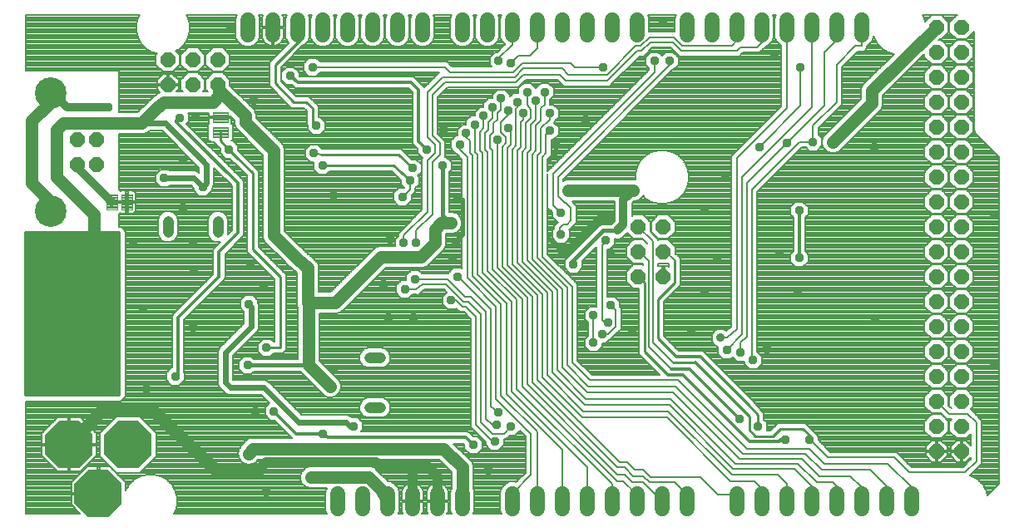
<source format=gbl>
G75*
G70*
%OFA0B0*%
%FSLAX24Y24*%
%IPPOS*%
%LPD*%
%AMOC8*
5,1,8,0,0,1.08239X$1,22.5*
%
%ADD10OC8,0.0600*%
%ADD11C,0.0600*%
%ADD12OC8,0.1900*%
%ADD13OC8,0.0574*%
%ADD14C,0.1266*%
%ADD15C,0.0046*%
%ADD16C,0.0440*%
%ADD17C,0.0500*%
%ADD18C,0.0240*%
%ADD19C,0.0160*%
%ADD20C,0.0320*%
%ADD21C,0.0120*%
%ADD22C,0.0100*%
%ADD23OC8,0.0360*%
%ADD24C,0.0400*%
%ADD25C,0.0080*%
%ADD26C,0.0360*%
D10*
X030088Y016300D03*
X031088Y016300D03*
X031088Y017300D03*
X030088Y017300D03*
X030088Y018300D03*
X031088Y018300D03*
X042038Y018300D03*
X043038Y018300D03*
X043038Y017300D03*
X042038Y017300D03*
X042038Y016300D03*
X043038Y016300D03*
X043038Y015300D03*
X042038Y015300D03*
X042038Y014300D03*
X043038Y014300D03*
X043038Y013300D03*
X042038Y013300D03*
X042038Y012300D03*
X043038Y012300D03*
X043038Y011300D03*
X042038Y011300D03*
X042038Y010300D03*
X043038Y010300D03*
X043038Y009300D03*
X042038Y009300D03*
X042038Y019300D03*
X043038Y019300D03*
X043038Y020300D03*
X042038Y020300D03*
X042038Y021300D03*
X043038Y021300D03*
X043038Y022300D03*
X042038Y022300D03*
X042038Y023300D03*
X043038Y023300D03*
X043038Y024300D03*
X042038Y024300D03*
X042038Y025300D03*
X043038Y025300D03*
X043038Y026300D03*
X042038Y026300D03*
X013238Y025000D03*
X012238Y025000D03*
X011238Y025000D03*
X011238Y024000D03*
X012238Y024000D03*
X013238Y024000D03*
D11*
X014438Y026000D02*
X014438Y026600D01*
X015438Y026600D02*
X015438Y026000D01*
X016438Y026000D02*
X016438Y026600D01*
X017438Y026600D02*
X017438Y026000D01*
X018438Y026000D02*
X018438Y026600D01*
X019438Y026600D02*
X019438Y026000D01*
X020438Y026000D02*
X020438Y026600D01*
X021438Y026600D02*
X021438Y026000D01*
X023038Y026000D02*
X023038Y026600D01*
X024038Y026600D02*
X024038Y026000D01*
X025038Y026000D02*
X025038Y026600D01*
X026038Y026600D02*
X026038Y026000D01*
X027038Y026000D02*
X027038Y026600D01*
X028038Y026600D02*
X028038Y026000D01*
X029038Y026000D02*
X029038Y026600D01*
X030038Y026600D02*
X030038Y026000D01*
X032038Y026000D02*
X032038Y026600D01*
X033038Y026600D02*
X033038Y026000D01*
X034038Y026000D02*
X034038Y026600D01*
X035038Y026600D02*
X035038Y026000D01*
X036038Y026000D02*
X036038Y026600D01*
X037038Y026600D02*
X037038Y026000D01*
X038038Y026000D02*
X038038Y026600D01*
X039038Y026600D02*
X039038Y026000D01*
X039038Y007600D02*
X039038Y007000D01*
X040038Y007000D02*
X040038Y007600D01*
X041038Y007600D02*
X041038Y007000D01*
X038038Y007000D02*
X038038Y007600D01*
X037038Y007600D02*
X037038Y007000D01*
X036038Y007000D02*
X036038Y007600D01*
X035038Y007600D02*
X035038Y007000D01*
X034038Y007000D02*
X034038Y007600D01*
X032038Y007600D02*
X032038Y007000D01*
X031038Y007000D02*
X031038Y007600D01*
X030038Y007600D02*
X030038Y007000D01*
X029038Y007000D02*
X029038Y007600D01*
X028038Y007600D02*
X028038Y007000D01*
X027038Y007000D02*
X027038Y007600D01*
X026038Y007600D02*
X026038Y007000D01*
X025038Y007000D02*
X025038Y007600D01*
X023038Y007600D02*
X023038Y007000D01*
X022038Y007000D02*
X022038Y007600D01*
X021038Y007600D02*
X021038Y007000D01*
X020038Y007000D02*
X020038Y007600D01*
X019038Y007600D02*
X019038Y007000D01*
X018038Y007000D02*
X018038Y007600D01*
D12*
X009638Y009570D03*
X007278Y009570D03*
X008458Y007600D03*
D13*
X008392Y020808D03*
X007605Y020808D03*
X007605Y021792D03*
X008392Y021792D03*
D14*
X006538Y023662D03*
X006538Y018938D03*
D15*
X008781Y019008D02*
X009195Y019008D01*
X008781Y019008D02*
X008781Y019592D01*
X009195Y019592D01*
X009195Y019008D01*
X009195Y019053D02*
X008781Y019053D01*
X008781Y019098D02*
X009195Y019098D01*
X009195Y019143D02*
X008781Y019143D01*
X008781Y019188D02*
X009195Y019188D01*
X009195Y019233D02*
X008781Y019233D01*
X008781Y019278D02*
X009195Y019278D01*
X009195Y019323D02*
X008781Y019323D01*
X008781Y019368D02*
X009195Y019368D01*
X009195Y019413D02*
X008781Y019413D01*
X008781Y019458D02*
X009195Y019458D01*
X009195Y019503D02*
X008781Y019503D01*
X008781Y019548D02*
X009195Y019548D01*
X009381Y019008D02*
X009795Y019008D01*
X009381Y019008D02*
X009381Y019592D01*
X009795Y019592D01*
X009795Y019008D01*
X009795Y019053D02*
X009381Y019053D01*
X009381Y019098D02*
X009795Y019098D01*
X009795Y019143D02*
X009381Y019143D01*
X009381Y019188D02*
X009795Y019188D01*
X009795Y019233D02*
X009381Y019233D01*
X009381Y019278D02*
X009795Y019278D01*
X009795Y019323D02*
X009381Y019323D01*
X009381Y019368D02*
X009795Y019368D01*
X009795Y019413D02*
X009381Y019413D01*
X009381Y019458D02*
X009795Y019458D01*
X009795Y019503D02*
X009381Y019503D01*
X009381Y019548D02*
X009795Y019548D01*
X013630Y021893D02*
X013630Y022307D01*
X013630Y021893D02*
X013046Y021893D01*
X013046Y022307D01*
X013630Y022307D01*
X013630Y021938D02*
X013046Y021938D01*
X013046Y021983D02*
X013630Y021983D01*
X013630Y022028D02*
X013046Y022028D01*
X013046Y022073D02*
X013630Y022073D01*
X013630Y022118D02*
X013046Y022118D01*
X013046Y022163D02*
X013630Y022163D01*
X013630Y022208D02*
X013046Y022208D01*
X013046Y022253D02*
X013630Y022253D01*
X013630Y022298D02*
X013046Y022298D01*
X013630Y022493D02*
X013630Y022907D01*
X013630Y022493D02*
X013046Y022493D01*
X013046Y022907D01*
X013630Y022907D01*
X013630Y022538D02*
X013046Y022538D01*
X013046Y022583D02*
X013630Y022583D01*
X013630Y022628D02*
X013046Y022628D01*
X013046Y022673D02*
X013630Y022673D01*
X013630Y022718D02*
X013046Y022718D01*
X013046Y022763D02*
X013630Y022763D01*
X013630Y022808D02*
X013046Y022808D01*
X013046Y022853D02*
X013630Y022853D01*
X013630Y022898D02*
X013046Y022898D01*
D16*
X013238Y018520D02*
X013238Y018080D01*
X011238Y018080D02*
X011238Y018520D01*
X019318Y013050D02*
X019758Y013050D01*
X019758Y011050D02*
X019318Y011050D01*
D17*
X017738Y011900D02*
X016888Y012750D01*
X016888Y015250D01*
X017938Y015250D01*
X019788Y017100D01*
X021388Y017100D01*
X021938Y017650D01*
X021938Y018200D01*
X022188Y018450D01*
X022588Y018450D01*
X027278Y019750D02*
X029888Y019750D01*
X037888Y021700D02*
X039438Y023250D01*
X039438Y023750D01*
X042038Y026300D01*
X016838Y016650D02*
X016838Y015250D01*
X016888Y015250D01*
X016838Y016650D02*
X016438Y017000D01*
X016088Y017350D01*
X015488Y017950D01*
X015488Y021350D01*
X014338Y022500D01*
X014338Y022750D01*
X013288Y023800D01*
X013288Y023950D01*
X013238Y024000D01*
X013288Y023800D02*
X013288Y023550D01*
X013038Y023300D01*
X011088Y023300D01*
X010788Y023050D01*
X010188Y022450D01*
X007038Y022450D01*
X006788Y022200D01*
X006788Y020300D01*
X008288Y018800D01*
X008288Y018050D01*
X008538Y017800D01*
X006538Y018938D02*
X006538Y019300D01*
X005788Y020050D01*
X005788Y022550D01*
X006538Y023300D01*
X006538Y023662D01*
X008658Y011000D02*
X007278Y009570D01*
X008658Y011000D02*
X010588Y011000D01*
X013138Y008550D01*
X014888Y008550D01*
X014488Y009200D02*
X014638Y009400D01*
X022288Y009400D01*
X023038Y008650D01*
X023038Y007300D01*
X020038Y007300D02*
X019788Y007750D01*
X019288Y008250D01*
X016988Y008250D01*
D18*
X018538Y010300D02*
X018688Y010300D01*
X018538Y010300D02*
X018388Y010450D01*
X016488Y010450D01*
X015088Y011850D01*
X013738Y011850D01*
X013538Y012050D01*
X013538Y013250D01*
X014588Y014300D01*
X014588Y015100D01*
X014488Y015200D01*
X012638Y019900D02*
X012288Y020250D01*
X011088Y020250D01*
X012638Y019900D02*
X012788Y020050D01*
X012788Y020800D01*
X011138Y022450D01*
X010188Y022450D01*
X029888Y019750D02*
X029898Y019740D01*
D19*
X029238Y018150D02*
X028688Y018150D01*
X027488Y016950D01*
X027488Y016800D01*
X027038Y017300D02*
X026488Y017850D01*
X023038Y018000D02*
X023038Y019400D01*
X022838Y019450D01*
X022238Y018750D02*
X022588Y018400D01*
X022588Y018450D01*
X022238Y018750D02*
X022238Y020750D01*
X026488Y020950D02*
X026788Y021250D01*
X026788Y021600D01*
X023038Y018000D02*
X022788Y017750D01*
X022788Y017600D01*
X016788Y012750D02*
X014438Y012750D01*
D20*
X008988Y019300D02*
X007605Y020683D01*
X007605Y020808D01*
X007200Y023100D02*
X006538Y023662D01*
X007200Y023100D02*
X008838Y023100D01*
X027038Y017300D02*
X027238Y017300D01*
X028238Y018300D01*
X028258Y018300D01*
X028608Y018650D01*
X028988Y018650D01*
X029488Y018400D02*
X029488Y019400D01*
X029898Y019740D01*
X029488Y018400D02*
X029238Y018150D01*
X041938Y009400D02*
X042038Y009300D01*
D21*
X035988Y009750D02*
X035788Y009750D01*
X035738Y009700D01*
X034538Y009700D01*
X031888Y012350D01*
X031288Y012350D01*
X031416Y012600D02*
X032138Y012600D01*
X034138Y010600D01*
X034238Y011000D02*
X032388Y012850D01*
X032588Y013100D02*
X031610Y013100D01*
X032588Y013100D02*
X034488Y011200D01*
X030138Y016250D02*
X030088Y016300D01*
X036538Y017050D02*
X036538Y018950D01*
X021608Y021400D02*
X021288Y021720D01*
X021288Y023800D01*
X020988Y024100D01*
X016438Y024100D01*
X016138Y024350D01*
X014438Y022650D02*
X014338Y022650D01*
X011713Y022675D02*
X011588Y022550D01*
X011588Y022500D01*
X014038Y020050D01*
X014038Y018050D01*
X013288Y017300D01*
X013288Y016300D01*
X011638Y014650D01*
X011638Y012300D01*
X011538Y012300D01*
X009288Y012344D02*
X005548Y012344D01*
X005548Y012462D02*
X009288Y012462D01*
X009288Y012581D02*
X005548Y012581D01*
X005548Y012699D02*
X009288Y012699D01*
X009288Y012818D02*
X005548Y012818D01*
X005548Y012936D02*
X009288Y012936D01*
X009288Y013055D02*
X005548Y013055D01*
X005548Y013173D02*
X009288Y013173D01*
X009288Y013292D02*
X005548Y013292D01*
X005548Y013410D02*
X009288Y013410D01*
X009288Y013529D02*
X005548Y013529D01*
X005548Y013647D02*
X009288Y013647D01*
X009288Y013766D02*
X005548Y013766D01*
X005548Y013884D02*
X009288Y013884D01*
X009288Y014003D02*
X005548Y014003D01*
X005548Y014121D02*
X009288Y014121D01*
X009288Y014240D02*
X005548Y014240D01*
X005548Y014358D02*
X009288Y014358D01*
X009288Y014477D02*
X005548Y014477D01*
X005548Y014595D02*
X009288Y014595D01*
X009288Y014714D02*
X005548Y014714D01*
X005548Y014832D02*
X009288Y014832D01*
X009288Y014951D02*
X005548Y014951D01*
X005548Y015069D02*
X009288Y015069D01*
X009288Y015188D02*
X005548Y015188D01*
X005548Y015306D02*
X009288Y015306D01*
X009288Y015425D02*
X005548Y015425D01*
X005548Y015543D02*
X009288Y015543D01*
X009288Y015662D02*
X005548Y015662D01*
X005548Y015780D02*
X009288Y015780D01*
X009288Y015899D02*
X005548Y015899D01*
X005548Y016017D02*
X009288Y016017D01*
X009288Y016136D02*
X005548Y016136D01*
X005548Y016254D02*
X009288Y016254D01*
X009288Y016373D02*
X005548Y016373D01*
X005548Y016491D02*
X009288Y016491D01*
X009288Y016610D02*
X005548Y016610D01*
X005548Y016728D02*
X009288Y016728D01*
X009288Y016847D02*
X005548Y016847D01*
X005548Y016965D02*
X009288Y016965D01*
X009288Y017084D02*
X005548Y017084D01*
X005548Y017202D02*
X009288Y017202D01*
X009288Y017321D02*
X005548Y017321D01*
X005548Y017439D02*
X009288Y017439D01*
X009288Y017558D02*
X005548Y017558D01*
X005548Y017676D02*
X009288Y017676D01*
X009288Y017795D02*
X005548Y017795D01*
X005548Y017913D02*
X009288Y017913D01*
X009288Y018032D02*
X005548Y018032D01*
X005548Y018050D02*
X009288Y018050D01*
X009288Y011550D01*
X005548Y011550D01*
X005548Y018050D01*
X009038Y019300D02*
X009588Y019300D01*
X010738Y023250D02*
X011088Y023300D01*
X014438Y026300D02*
X014538Y026200D01*
X009288Y012225D02*
X005548Y012225D01*
X005548Y012107D02*
X009288Y012107D01*
X009288Y011988D02*
X005548Y011988D01*
X005548Y011870D02*
X009288Y011870D01*
X009288Y011751D02*
X005548Y011751D01*
X005548Y011633D02*
X009288Y011633D01*
X015488Y010900D02*
X016388Y010000D01*
X017438Y010000D01*
X017638Y009850D01*
X023188Y009850D01*
X023485Y009553D01*
D22*
X030338Y013300D02*
X031288Y012350D01*
X031488Y012850D02*
X032388Y012850D01*
X031610Y013100D02*
X030888Y013822D01*
X030888Y015400D01*
X031538Y016050D01*
X031538Y016950D01*
X030138Y017300D02*
X030088Y017300D01*
X030138Y016250D02*
X030338Y016050D01*
X030338Y013300D01*
X034488Y011200D02*
X034888Y010750D01*
X034888Y010300D01*
X034538Y010150D02*
X034788Y009900D01*
X035488Y009900D01*
X035788Y010200D01*
X036688Y010200D01*
X036938Y009950D01*
X036938Y009750D01*
X034538Y010150D02*
X034538Y010700D01*
X034238Y011000D01*
X020938Y020150D02*
X020288Y020750D01*
X017438Y020750D01*
X017388Y021200D02*
X020488Y021200D01*
X021038Y020650D01*
X017188Y022350D02*
X017038Y022500D01*
X017038Y023050D01*
X016788Y023300D01*
X016288Y023300D01*
X015538Y024050D01*
X015538Y024800D01*
X016538Y025800D01*
X016438Y026300D01*
X014338Y022750D02*
X014438Y022650D01*
X013338Y022100D02*
X013338Y021750D01*
X013688Y021400D01*
X013988Y021097D01*
X013988Y021100D01*
X014638Y020450D01*
X014638Y017400D01*
X015738Y016300D01*
X015738Y013450D01*
X015188Y013450D01*
D23*
X015188Y013450D03*
X014438Y012750D03*
X012238Y014250D03*
X010238Y015000D03*
X008538Y014050D03*
X008288Y015050D03*
X007538Y015050D03*
X006788Y015050D03*
X006038Y015050D03*
X008538Y012550D03*
X008288Y011800D03*
X007538Y011800D03*
X006788Y011800D03*
X006038Y011800D03*
X010388Y011800D03*
X011538Y012300D03*
X014738Y010900D03*
X015488Y010900D03*
X017438Y010000D03*
X018688Y010300D03*
X017738Y011900D03*
X017888Y012600D03*
X020088Y014650D03*
X021088Y014650D03*
X022588Y015350D03*
X022838Y016300D03*
X022638Y017050D03*
X022788Y017600D03*
X022588Y018450D03*
X022838Y019450D03*
X020938Y020150D03*
X021038Y020650D03*
X021608Y021400D03*
X022238Y020750D03*
X022938Y021600D03*
X023188Y022050D03*
X023538Y022400D03*
X023888Y022750D03*
X024238Y023100D03*
X024588Y023450D03*
X024888Y022950D03*
X025238Y023300D03*
X025638Y023700D03*
X025988Y023350D03*
X026338Y023700D03*
X026538Y022850D03*
X026538Y022150D03*
X026788Y021600D03*
X027988Y022600D03*
X025488Y022850D03*
X024888Y022250D03*
X024438Y021800D03*
X022288Y022200D03*
X020638Y019500D03*
X017888Y019550D03*
X017438Y020750D03*
X017088Y021250D03*
X017188Y022350D03*
X014688Y023350D03*
X014338Y022650D03*
X012338Y022700D03*
X011713Y022675D03*
X013688Y021400D03*
X011838Y020950D03*
X011088Y020250D03*
X012638Y019900D03*
X011838Y019050D03*
X012238Y017650D03*
X012288Y016550D03*
X014538Y016750D03*
X015088Y015850D03*
X014488Y015200D03*
X016088Y017350D03*
X019888Y016000D03*
X020738Y015800D03*
X021138Y016200D03*
X021188Y017650D03*
X020688Y017650D03*
X020138Y017806D03*
X026988Y018000D03*
X027038Y017300D03*
X027488Y016800D03*
X028988Y017250D03*
X028788Y017750D03*
X028988Y018650D03*
X029898Y019740D03*
X027278Y019750D03*
X026988Y018850D03*
X032731Y018937D03*
X033578Y020360D03*
X034944Y021506D03*
X036038Y021650D03*
X037088Y021700D03*
X037888Y021700D03*
X039538Y021500D03*
X036538Y018950D03*
X035738Y017200D03*
X036538Y017050D03*
X036488Y015700D03*
X039588Y014550D03*
X035238Y013403D03*
X034688Y012950D03*
X034188Y013250D03*
X033638Y013350D03*
X032203Y014174D03*
X029841Y014174D03*
X028888Y014450D03*
X028288Y014750D03*
X027888Y014350D03*
X028638Y014000D03*
X028288Y013650D03*
X028988Y015150D03*
X032738Y015700D03*
X033238Y016950D03*
X044332Y018800D03*
X044332Y012800D03*
X036938Y009750D03*
X035988Y009750D03*
X034888Y010300D03*
X034138Y010600D03*
X024988Y010286D03*
X024420Y010350D03*
X024488Y010850D03*
X024338Y009700D03*
X023485Y009553D03*
X024088Y008531D03*
X016988Y008250D03*
X015188Y007650D03*
X014488Y009200D03*
X009838Y017700D03*
X008538Y017800D03*
X008838Y023100D03*
X013732Y026300D03*
X016138Y024350D03*
X017038Y024700D03*
X024488Y024950D03*
X024988Y024850D03*
X028688Y024700D03*
X030738Y024950D03*
X031338Y024950D03*
X031082Y026550D03*
X035548Y025120D03*
X036588Y024700D03*
D24*
X021538Y008800D02*
X021038Y008800D01*
X019888Y008800D01*
X019788Y008700D01*
X019588Y008850D01*
X015188Y008850D01*
X014888Y008550D01*
X021038Y008800D02*
X021038Y007300D01*
X022038Y007300D02*
X022038Y008300D01*
X021538Y008800D01*
D25*
X005528Y006790D02*
X005528Y011310D01*
X009336Y011310D01*
X009424Y011347D01*
X009491Y011414D01*
X009528Y011502D01*
X009528Y018098D01*
X009491Y018186D01*
X009424Y018253D01*
X009336Y018290D01*
X009288Y018290D01*
X009288Y018814D01*
X009328Y018854D01*
X009359Y018845D01*
X009548Y018845D01*
X009548Y019260D01*
X009628Y019260D01*
X009628Y019340D01*
X009958Y019340D01*
X009958Y019613D01*
X009947Y019655D01*
X009925Y019692D01*
X009895Y019722D01*
X009858Y019744D01*
X009816Y019755D01*
X009628Y019755D01*
X009628Y019340D01*
X009548Y019340D01*
X009548Y019755D01*
X009359Y019755D01*
X009328Y019746D01*
X009288Y019786D01*
X009288Y022020D01*
X010273Y022020D01*
X010431Y022085D01*
X010496Y022150D01*
X011014Y022150D01*
X012488Y020676D01*
X012488Y020474D01*
X012458Y020504D01*
X012348Y020550D01*
X011297Y020550D01*
X011237Y020610D01*
X010939Y020610D01*
X010728Y020399D01*
X010728Y020101D01*
X010939Y019890D01*
X011237Y019890D01*
X011297Y019950D01*
X012164Y019950D01*
X012278Y019836D01*
X012278Y019751D01*
X012489Y019540D01*
X012787Y019540D01*
X012998Y019751D01*
X012998Y019836D01*
X013042Y019880D01*
X013088Y019990D01*
X013088Y020661D01*
X013798Y019951D01*
X013798Y018149D01*
X013630Y017982D01*
X013638Y018000D01*
X013638Y018600D01*
X013577Y018747D01*
X013464Y018859D01*
X013317Y018920D01*
X013158Y018920D01*
X013011Y018859D01*
X012899Y018747D01*
X012838Y018600D01*
X012838Y018000D01*
X012899Y017853D01*
X013011Y017741D01*
X013158Y017680D01*
X013317Y017680D01*
X013336Y017688D01*
X013152Y017503D01*
X013084Y017436D01*
X013048Y017348D01*
X013048Y016399D01*
X011434Y014786D01*
X011398Y014698D01*
X011398Y012660D01*
X011389Y012660D01*
X011178Y012449D01*
X011178Y012151D01*
X011389Y011940D01*
X011687Y011940D01*
X011898Y012151D01*
X011898Y012449D01*
X011878Y012469D01*
X011878Y014551D01*
X013491Y016164D01*
X013528Y016252D01*
X013528Y017201D01*
X014174Y017847D01*
X014241Y017914D01*
X014278Y018002D01*
X014278Y020098D01*
X014241Y020186D01*
X011987Y022440D01*
X012073Y022526D01*
X012073Y022824D01*
X012027Y022870D01*
X012883Y022870D01*
X012883Y022740D01*
X013298Y022740D01*
X013298Y022660D01*
X012883Y022660D01*
X012883Y022472D01*
X012891Y022440D01*
X012843Y022391D01*
X012843Y021809D01*
X012962Y021690D01*
X013108Y021690D01*
X013108Y021655D01*
X013328Y021435D01*
X013328Y021251D01*
X013539Y021040D01*
X013721Y021040D01*
X013758Y021002D01*
X013758Y021002D01*
X013825Y020935D01*
X013891Y020867D01*
X013892Y020867D01*
X013893Y020867D01*
X013896Y020867D01*
X014408Y020355D01*
X014408Y017305D01*
X015508Y016205D01*
X015508Y013680D01*
X015467Y013680D01*
X015337Y013810D01*
X015039Y013810D01*
X014828Y013599D01*
X014828Y013301D01*
X015039Y013090D01*
X015337Y013090D01*
X015467Y013220D01*
X015833Y013220D01*
X015968Y013355D01*
X015968Y016395D01*
X014868Y017495D01*
X014868Y020545D01*
X014218Y021195D01*
X014083Y021330D01*
X014081Y021330D01*
X014048Y021363D01*
X014048Y021549D01*
X013837Y021760D01*
X013784Y021760D01*
X013833Y021809D01*
X013833Y022391D01*
X013784Y022440D01*
X013793Y022472D01*
X013793Y022660D01*
X013378Y022660D01*
X013378Y022740D01*
X013740Y022740D01*
X013908Y022572D01*
X013908Y022414D01*
X013973Y022256D01*
X015058Y021172D01*
X015058Y017864D01*
X015123Y017706D01*
X015844Y016985D01*
X016084Y016746D01*
X016090Y016733D01*
X016144Y016686D01*
X016194Y016635D01*
X016208Y016630D01*
X016408Y016455D01*
X016408Y015164D01*
X016458Y015044D01*
X016458Y013010D01*
X014687Y013010D01*
X014587Y013110D01*
X014289Y013110D01*
X014078Y012899D01*
X014078Y012601D01*
X014289Y012390D01*
X014587Y012390D01*
X014687Y012490D01*
X016540Y012490D01*
X017494Y011535D01*
X017652Y011470D01*
X017823Y011470D01*
X017981Y011535D01*
X018102Y011656D01*
X018168Y011814D01*
X018168Y011986D01*
X018102Y012144D01*
X017318Y012928D01*
X017318Y014820D01*
X018023Y014820D01*
X018181Y014885D01*
X018302Y015006D01*
X019966Y016670D01*
X021473Y016670D01*
X021631Y016735D01*
X022302Y017406D01*
X022368Y017564D01*
X022368Y018020D01*
X022673Y018020D01*
X022831Y018085D01*
X022952Y018206D01*
X023018Y018364D01*
X023018Y018536D01*
X022952Y018694D01*
X022831Y018815D01*
X022673Y018880D01*
X022498Y018880D01*
X022498Y020501D01*
X022598Y020601D01*
X022598Y020899D01*
X022387Y021110D01*
X022358Y021110D01*
X022358Y021741D01*
X022058Y022041D01*
X022058Y023509D01*
X022429Y023880D01*
X025279Y023880D01*
X025579Y024180D01*
X026847Y024180D01*
X026968Y024059D01*
X027097Y023930D01*
X028929Y023930D01*
X029058Y024059D01*
X030129Y025130D01*
X030309Y025130D01*
X030659Y025480D01*
X031377Y025480D01*
X031598Y025259D01*
X031727Y025130D01*
X034129Y025130D01*
X034258Y025259D01*
X034279Y025280D01*
X034929Y025280D01*
X035058Y025409D01*
X035194Y025545D01*
X035310Y025593D01*
X035445Y025728D01*
X035518Y025905D01*
X035518Y026695D01*
X035470Y026810D01*
X035605Y026810D01*
X035558Y026695D01*
X035558Y025905D01*
X035631Y025728D01*
X035766Y025593D01*
X035818Y025572D01*
X035818Y023141D01*
X033947Y021270D01*
X033818Y021141D01*
X033818Y014300D01*
X033620Y014127D01*
X033592Y014155D01*
X033460Y014210D01*
X033316Y014210D01*
X033184Y014155D01*
X033083Y014054D01*
X033028Y013922D01*
X033028Y013778D01*
X033083Y013646D01*
X033184Y013545D01*
X033283Y013504D01*
X033278Y013499D01*
X033278Y013201D01*
X033489Y012990D01*
X033787Y012990D01*
X033863Y013066D01*
X034039Y012890D01*
X034328Y012890D01*
X034328Y012801D01*
X034539Y012590D01*
X034837Y012590D01*
X035048Y012801D01*
X035048Y013099D01*
X034858Y013289D01*
X034858Y019709D01*
X036629Y021480D01*
X036799Y021480D01*
X036939Y021340D01*
X037237Y021340D01*
X037448Y021551D01*
X037448Y021849D01*
X037308Y021989D01*
X037308Y022259D01*
X038258Y023209D01*
X038258Y024709D01*
X038879Y025330D01*
X039129Y025330D01*
X039258Y025459D01*
X039258Y025572D01*
X039310Y025593D01*
X039445Y025728D01*
X039518Y025905D01*
X039518Y025973D01*
X039541Y025887D01*
X039682Y025643D01*
X039881Y025444D01*
X040125Y025303D01*
X040347Y025244D01*
X039196Y024115D01*
X039194Y024115D01*
X039135Y024056D01*
X039076Y023997D01*
X039075Y023995D01*
X039073Y023994D01*
X039041Y023917D01*
X039009Y023840D01*
X039009Y023838D01*
X039008Y023836D01*
X039008Y023752D01*
X039007Y023669D01*
X039008Y023667D01*
X039008Y023428D01*
X037523Y021944D01*
X037458Y021786D01*
X037458Y021614D01*
X037523Y021456D01*
X037644Y021335D01*
X037802Y021270D01*
X037973Y021270D01*
X038131Y021335D01*
X039802Y023006D01*
X039868Y023164D01*
X039868Y023569D01*
X041558Y025227D01*
X041558Y025101D01*
X041839Y024820D01*
X042237Y024820D01*
X042518Y025101D01*
X042518Y025499D01*
X042237Y025780D01*
X042122Y025780D01*
X042163Y025820D01*
X042237Y025820D01*
X042518Y026101D01*
X042518Y026499D01*
X042237Y026780D01*
X041839Y026780D01*
X041585Y026526D01*
X041535Y026713D01*
X041479Y026810D01*
X042835Y026810D01*
X042865Y026780D01*
X042839Y026780D01*
X042558Y026499D01*
X042558Y026101D01*
X042839Y025820D01*
X043237Y025820D01*
X043518Y026101D01*
X043518Y026127D01*
X043548Y026097D01*
X043548Y022203D01*
X043622Y022022D01*
X043760Y021885D01*
X044548Y021097D01*
X044548Y008003D01*
X044082Y007537D01*
X044035Y007713D01*
X043894Y007957D01*
X043695Y008156D01*
X043451Y008297D01*
X043368Y008319D01*
X043858Y008809D01*
X043858Y010541D01*
X043508Y010891D01*
X043408Y010991D01*
X043518Y011101D01*
X043518Y011499D01*
X043237Y011780D01*
X042839Y011780D01*
X042558Y011499D01*
X042558Y011101D01*
X042639Y011020D01*
X042629Y011020D01*
X042518Y011131D01*
X042518Y011499D01*
X042237Y011780D01*
X041839Y011780D01*
X041558Y011499D01*
X041558Y011101D01*
X041839Y010820D01*
X042207Y010820D01*
X042447Y010580D01*
X042639Y010580D01*
X042558Y010499D01*
X042558Y010101D01*
X042839Y009820D01*
X043237Y009820D01*
X043418Y010001D01*
X043418Y009542D01*
X043220Y009740D01*
X043078Y009740D01*
X043078Y009340D01*
X042998Y009340D01*
X042998Y009740D01*
X042856Y009740D01*
X042598Y009482D01*
X042598Y009340D01*
X042998Y009340D01*
X042998Y009260D01*
X043078Y009260D01*
X043078Y008860D01*
X043220Y008860D01*
X043418Y009058D01*
X043418Y008991D01*
X043097Y008670D01*
X041029Y008670D01*
X040429Y009270D01*
X037779Y009270D01*
X037298Y009751D01*
X037298Y009899D01*
X037168Y010029D01*
X037168Y010045D01*
X036918Y010295D01*
X036783Y010430D01*
X035693Y010430D01*
X035393Y010130D01*
X035227Y010130D01*
X035248Y010151D01*
X035248Y010449D01*
X035118Y010579D01*
X035118Y010743D01*
X035123Y010832D01*
X035118Y010837D01*
X035118Y010845D01*
X035055Y010908D01*
X034706Y011301D01*
X034691Y011336D01*
X032724Y013303D01*
X032636Y013340D01*
X031695Y013340D01*
X031118Y013917D01*
X031118Y015305D01*
X031768Y015955D01*
X031768Y017045D01*
X031633Y017180D01*
X031619Y017180D01*
X031568Y017231D01*
X031568Y017499D01*
X031287Y017780D01*
X030889Y017780D01*
X030888Y017779D01*
X030888Y017811D01*
X030759Y017940D01*
X030568Y018131D01*
X030568Y018499D01*
X030287Y018780D01*
X029889Y018780D01*
X029828Y018719D01*
X029828Y019240D01*
X029924Y019320D01*
X029973Y019320D01*
X030131Y019385D01*
X030252Y019506D01*
X030272Y019553D01*
X030381Y019444D01*
X030625Y019303D01*
X030897Y019230D01*
X031179Y019230D01*
X031451Y019303D01*
X031695Y019444D01*
X031894Y019643D01*
X032035Y019887D01*
X032108Y020159D01*
X032108Y020441D01*
X032035Y020713D01*
X031894Y020957D01*
X031695Y021156D01*
X031451Y021297D01*
X031179Y021370D01*
X030897Y021370D01*
X030625Y021297D01*
X030381Y021156D01*
X030182Y020957D01*
X030041Y020713D01*
X029968Y020441D01*
X029968Y020180D01*
X027192Y020180D01*
X027088Y020137D01*
X027088Y020190D01*
X031440Y024590D01*
X031487Y024590D01*
X031698Y024801D01*
X031698Y025099D01*
X031487Y025310D01*
X031189Y025310D01*
X031038Y025159D01*
X030887Y025310D01*
X030589Y025310D01*
X030378Y025099D01*
X030378Y024801D01*
X030518Y024661D01*
X030518Y024591D01*
X026522Y020585D01*
X026458Y020521D01*
X026458Y020521D01*
X026458Y020521D01*
X026458Y021009D01*
X026608Y021159D01*
X026608Y021790D01*
X026687Y021790D01*
X026898Y022001D01*
X026898Y022299D01*
X026723Y022474D01*
X026758Y022509D01*
X026758Y022561D01*
X026898Y022701D01*
X026898Y022999D01*
X026687Y023210D01*
X026558Y023210D01*
X026558Y023411D01*
X026698Y023551D01*
X026698Y023849D01*
X026487Y024060D01*
X026189Y024060D01*
X025988Y023859D01*
X025787Y024060D01*
X025489Y024060D01*
X025278Y023849D01*
X025278Y023660D01*
X025089Y023660D01*
X024948Y023519D01*
X024948Y023599D01*
X024737Y023810D01*
X024439Y023810D01*
X024228Y023599D01*
X024228Y023460D01*
X024089Y023460D01*
X023878Y023249D01*
X023878Y023110D01*
X023739Y023110D01*
X023528Y022899D01*
X023528Y022760D01*
X023389Y022760D01*
X023178Y022549D01*
X023178Y022410D01*
X023039Y022410D01*
X022828Y022199D01*
X022828Y021960D01*
X022789Y021960D01*
X022578Y021749D01*
X022578Y021451D01*
X022718Y021311D01*
X022718Y021309D01*
X022847Y021180D01*
X023018Y021009D01*
X023018Y016629D01*
X022987Y016660D01*
X022689Y016660D01*
X022478Y016449D01*
X022478Y016420D01*
X021427Y016420D01*
X021287Y016560D01*
X020989Y016560D01*
X020778Y016349D01*
X020778Y016160D01*
X020589Y016160D01*
X020378Y015949D01*
X020378Y015651D01*
X020589Y015440D01*
X020887Y015440D01*
X021027Y015580D01*
X021176Y015580D01*
X021254Y015571D01*
X021265Y015580D01*
X021279Y015580D01*
X021335Y015636D01*
X021515Y015780D01*
X022297Y015780D01*
X022403Y015674D01*
X022228Y015499D01*
X022228Y015201D01*
X022439Y014990D01*
X022737Y014990D01*
X022787Y015040D01*
X022818Y015009D01*
X022947Y014880D01*
X023097Y014880D01*
X023368Y014609D01*
X023368Y010259D01*
X023497Y010130D01*
X023978Y009649D01*
X023978Y009551D01*
X024189Y009340D01*
X024487Y009340D01*
X024698Y009551D01*
X024698Y009780D01*
X024793Y009780D01*
X024939Y009926D01*
X025137Y009926D01*
X025344Y010133D01*
X025568Y009909D01*
X025568Y008441D01*
X025185Y008059D01*
X025133Y008080D01*
X024942Y008080D01*
X024766Y008007D01*
X024631Y007872D01*
X024558Y007695D01*
X024558Y006905D01*
X024605Y006790D01*
X023470Y006790D01*
X023518Y006905D01*
X023518Y007695D01*
X023468Y007816D01*
X023468Y008736D01*
X023402Y008894D01*
X023281Y009015D01*
X022686Y009610D01*
X023088Y009610D01*
X023125Y009574D01*
X023125Y009404D01*
X023336Y009193D01*
X023634Y009193D01*
X023845Y009404D01*
X023845Y009702D01*
X023634Y009913D01*
X023464Y009913D01*
X023324Y010053D01*
X023236Y010090D01*
X018987Y010090D01*
X019048Y010151D01*
X019048Y010449D01*
X018837Y010660D01*
X018602Y010660D01*
X018558Y010704D01*
X018448Y010750D01*
X016612Y010750D01*
X015342Y012020D01*
X015258Y012104D01*
X015148Y012150D01*
X013862Y012150D01*
X013838Y012174D01*
X013838Y013126D01*
X014842Y014130D01*
X014888Y014240D01*
X014888Y015160D01*
X014848Y015256D01*
X014848Y015349D01*
X014637Y015560D01*
X014339Y015560D01*
X014128Y015349D01*
X014128Y015051D01*
X014288Y014891D01*
X014288Y014424D01*
X013284Y013420D01*
X013238Y013310D01*
X013238Y011990D01*
X013284Y011880D01*
X013368Y011796D01*
X013568Y011596D01*
X013678Y011550D01*
X014964Y011550D01*
X015296Y011217D01*
X015128Y011049D01*
X015128Y010751D01*
X015339Y010540D01*
X015508Y010540D01*
X016184Y009864D01*
X016218Y009830D01*
X014692Y009830D01*
X014662Y009838D01*
X014607Y009830D01*
X014552Y009830D01*
X014523Y009818D01*
X014492Y009814D01*
X014445Y009786D01*
X014394Y009765D01*
X014372Y009742D01*
X014345Y009726D01*
X014312Y009682D01*
X014273Y009644D01*
X014261Y009615D01*
X014093Y009390D01*
X014050Y009224D01*
X014074Y009055D01*
X014161Y008907D01*
X014298Y008805D01*
X014464Y008762D01*
X014633Y008786D01*
X014781Y008874D01*
X014853Y008970D01*
X022110Y008970D01*
X022608Y008472D01*
X022608Y007816D01*
X022558Y007695D01*
X022558Y006905D01*
X022605Y006790D01*
X022425Y006790D01*
X022446Y006831D01*
X022467Y006897D01*
X022478Y006965D01*
X022478Y007260D01*
X022078Y007260D01*
X022078Y007340D01*
X022478Y007340D01*
X022478Y007635D01*
X022467Y007703D01*
X022446Y007769D01*
X022414Y007831D01*
X022374Y007887D01*
X022325Y007936D01*
X022269Y007976D01*
X022207Y008008D01*
X022141Y008029D01*
X022078Y008039D01*
X022078Y007340D01*
X021998Y007340D01*
X021998Y008039D01*
X021935Y008029D01*
X021869Y008008D01*
X021807Y007976D01*
X021751Y007936D01*
X021702Y007887D01*
X021662Y007831D01*
X021630Y007769D01*
X021609Y007703D01*
X021598Y007635D01*
X021598Y007340D01*
X021998Y007340D01*
X021998Y007260D01*
X021598Y007260D01*
X021598Y006965D01*
X021609Y006897D01*
X021630Y006831D01*
X021651Y006790D01*
X021425Y006790D01*
X021446Y006831D01*
X021467Y006897D01*
X021478Y006965D01*
X021478Y007260D01*
X021078Y007260D01*
X021078Y007340D01*
X021478Y007340D01*
X021478Y007635D01*
X021467Y007703D01*
X021446Y007769D01*
X021414Y007831D01*
X021374Y007887D01*
X021325Y007936D01*
X021269Y007976D01*
X021207Y008008D01*
X021141Y008029D01*
X021078Y008039D01*
X021078Y007340D01*
X020998Y007340D01*
X020998Y008039D01*
X020935Y008029D01*
X020869Y008008D01*
X020807Y007976D01*
X020751Y007936D01*
X020702Y007887D01*
X020662Y007831D01*
X020630Y007769D01*
X020609Y007703D01*
X020598Y007635D01*
X020598Y007340D01*
X020998Y007340D01*
X020998Y007260D01*
X020598Y007260D01*
X020598Y006965D01*
X020609Y006897D01*
X020630Y006831D01*
X020651Y006790D01*
X020470Y006790D01*
X020518Y006905D01*
X020518Y007695D01*
X020445Y007872D01*
X020310Y008007D01*
X020133Y008080D01*
X020066Y008080D01*
X019652Y008494D01*
X019531Y008615D01*
X019373Y008680D01*
X016902Y008680D01*
X016744Y008615D01*
X016623Y008494D01*
X016558Y008336D01*
X016558Y008164D01*
X016623Y008006D01*
X016744Y007885D01*
X016902Y007820D01*
X017609Y007820D01*
X017558Y007695D01*
X017558Y006905D01*
X017605Y006790D01*
X011479Y006790D01*
X011535Y006887D01*
X011608Y007159D01*
X011608Y007441D01*
X011535Y007713D01*
X011394Y007957D01*
X011195Y008156D01*
X010951Y008297D01*
X010679Y008370D01*
X010397Y008370D01*
X010125Y008297D01*
X009881Y008156D01*
X009682Y007957D01*
X009548Y007725D01*
X009548Y008051D01*
X008909Y008690D01*
X008498Y008690D01*
X008498Y007640D01*
X008418Y007640D01*
X008418Y008690D01*
X008006Y008690D01*
X007368Y008051D01*
X007368Y007640D01*
X008418Y007640D01*
X008418Y007560D01*
X007368Y007560D01*
X007368Y007149D01*
X007726Y006790D01*
X005528Y006790D01*
X005528Y006850D02*
X007667Y006850D01*
X007588Y006928D02*
X005528Y006928D01*
X005528Y007007D02*
X007510Y007007D01*
X007431Y007085D02*
X005528Y007085D01*
X005528Y007164D02*
X007368Y007164D01*
X007368Y007242D02*
X005528Y007242D01*
X005528Y007321D02*
X007368Y007321D01*
X007368Y007399D02*
X005528Y007399D01*
X005528Y007478D02*
X007368Y007478D01*
X007368Y007556D02*
X005528Y007556D01*
X005528Y007635D02*
X008418Y007635D01*
X008418Y007713D02*
X008498Y007713D01*
X008498Y007792D02*
X008418Y007792D01*
X008418Y007870D02*
X008498Y007870D01*
X008498Y007949D02*
X008418Y007949D01*
X008418Y008027D02*
X008498Y008027D01*
X008498Y008106D02*
X008418Y008106D01*
X008418Y008184D02*
X008498Y008184D01*
X008498Y008263D02*
X008418Y008263D01*
X008418Y008341D02*
X008498Y008341D01*
X008498Y008420D02*
X008418Y008420D01*
X008418Y008498D02*
X008498Y008498D01*
X008498Y008577D02*
X008418Y008577D01*
X008418Y008655D02*
X008498Y008655D01*
X008719Y008891D02*
X008140Y008891D01*
X008218Y008969D02*
X008641Y008969D01*
X008562Y009048D02*
X008297Y009048D01*
X008368Y009119D02*
X008368Y009530D01*
X007318Y009530D01*
X007318Y009610D01*
X008368Y009610D01*
X008368Y010021D01*
X007729Y010660D01*
X007318Y010660D01*
X007318Y009610D01*
X007238Y009610D01*
X007238Y010660D01*
X006826Y010660D01*
X006188Y010021D01*
X006188Y009610D01*
X007238Y009610D01*
X007238Y009530D01*
X007318Y009530D01*
X007318Y008480D01*
X007729Y008480D01*
X008368Y009119D01*
X008368Y009126D02*
X008508Y009126D01*
X008508Y009102D02*
X009170Y008440D01*
X010106Y008440D01*
X010768Y009102D01*
X010768Y010038D01*
X010106Y010700D01*
X009170Y010700D01*
X008508Y010038D01*
X008508Y009102D01*
X008508Y009205D02*
X008368Y009205D01*
X008368Y009283D02*
X008508Y009283D01*
X008508Y009362D02*
X008368Y009362D01*
X008368Y009440D02*
X008508Y009440D01*
X008508Y009519D02*
X008368Y009519D01*
X008368Y009676D02*
X008508Y009676D01*
X008508Y009754D02*
X008368Y009754D01*
X008368Y009833D02*
X008508Y009833D01*
X008508Y009911D02*
X008368Y009911D01*
X008368Y009990D02*
X008508Y009990D01*
X008538Y010068D02*
X008321Y010068D01*
X008243Y010147D02*
X008616Y010147D01*
X008695Y010225D02*
X008164Y010225D01*
X008086Y010304D02*
X008773Y010304D01*
X008852Y010382D02*
X008007Y010382D01*
X007929Y010461D02*
X008930Y010461D01*
X009009Y010539D02*
X007850Y010539D01*
X007772Y010618D02*
X009087Y010618D01*
X009166Y010696D02*
X005528Y010696D01*
X005528Y010618D02*
X006784Y010618D01*
X006705Y010539D02*
X005528Y010539D01*
X005528Y010461D02*
X006627Y010461D01*
X006548Y010382D02*
X005528Y010382D01*
X005528Y010304D02*
X006470Y010304D01*
X006391Y010225D02*
X005528Y010225D01*
X005528Y010147D02*
X006313Y010147D01*
X006234Y010068D02*
X005528Y010068D01*
X005528Y009990D02*
X006188Y009990D01*
X006188Y009911D02*
X005528Y009911D01*
X005528Y009833D02*
X006188Y009833D01*
X006188Y009754D02*
X005528Y009754D01*
X005528Y009676D02*
X006188Y009676D01*
X006188Y009530D02*
X006188Y009119D01*
X006826Y008480D01*
X007238Y008480D01*
X007238Y009530D01*
X006188Y009530D01*
X006188Y009519D02*
X005528Y009519D01*
X005528Y009597D02*
X007238Y009597D01*
X007238Y009519D02*
X007318Y009519D01*
X007318Y009597D02*
X008508Y009597D01*
X008798Y008812D02*
X008061Y008812D01*
X007983Y008734D02*
X008876Y008734D01*
X008944Y008655D02*
X008955Y008655D01*
X009023Y008577D02*
X009033Y008577D01*
X009101Y008498D02*
X009112Y008498D01*
X009180Y008420D02*
X016593Y008420D01*
X016628Y008498D02*
X010164Y008498D01*
X010242Y008577D02*
X016706Y008577D01*
X016842Y008655D02*
X010321Y008655D01*
X010399Y008734D02*
X022346Y008734D01*
X022268Y008812D02*
X014677Y008812D01*
X014793Y008891D02*
X022189Y008891D01*
X022111Y008969D02*
X014852Y008969D01*
X014289Y008812D02*
X010478Y008812D01*
X010556Y008891D02*
X014184Y008891D01*
X014125Y008969D02*
X010635Y008969D01*
X010713Y009048D02*
X014078Y009048D01*
X014064Y009126D02*
X010768Y009126D01*
X010768Y009205D02*
X014053Y009205D01*
X014065Y009283D02*
X010768Y009283D01*
X010768Y009362D02*
X014085Y009362D01*
X014130Y009440D02*
X010768Y009440D01*
X010768Y009519D02*
X014189Y009519D01*
X014248Y009597D02*
X010768Y009597D01*
X010768Y009676D02*
X014305Y009676D01*
X014384Y009754D02*
X010768Y009754D01*
X010768Y009833D02*
X014625Y009833D01*
X014682Y009833D02*
X016216Y009833D01*
X016137Y009911D02*
X010768Y009911D01*
X010768Y009990D02*
X016059Y009990D01*
X015980Y010068D02*
X010738Y010068D01*
X010659Y010147D02*
X015902Y010147D01*
X015823Y010225D02*
X010581Y010225D01*
X010502Y010304D02*
X015745Y010304D01*
X015666Y010382D02*
X010424Y010382D01*
X010345Y010461D02*
X015588Y010461D01*
X015509Y010539D02*
X010267Y010539D01*
X010188Y010618D02*
X015261Y010618D01*
X015183Y010696D02*
X010110Y010696D01*
X009480Y011403D02*
X015111Y011403D01*
X015033Y011481D02*
X009519Y011481D01*
X009528Y011560D02*
X013655Y011560D01*
X013526Y011638D02*
X009528Y011638D01*
X009528Y011717D02*
X013447Y011717D01*
X013369Y011795D02*
X009528Y011795D01*
X009528Y011874D02*
X013290Y011874D01*
X013254Y011952D02*
X011699Y011952D01*
X011778Y012031D02*
X013238Y012031D01*
X013238Y012109D02*
X011856Y012109D01*
X011898Y012188D02*
X013238Y012188D01*
X013238Y012266D02*
X011898Y012266D01*
X011898Y012345D02*
X013238Y012345D01*
X013238Y012423D02*
X011898Y012423D01*
X011878Y012502D02*
X013238Y012502D01*
X013238Y012580D02*
X011878Y012580D01*
X011878Y012659D02*
X013238Y012659D01*
X013238Y012737D02*
X011878Y012737D01*
X011878Y012816D02*
X013238Y012816D01*
X013238Y012894D02*
X011878Y012894D01*
X011878Y012973D02*
X013238Y012973D01*
X013238Y013051D02*
X011878Y013051D01*
X011878Y013130D02*
X013238Y013130D01*
X013238Y013208D02*
X011878Y013208D01*
X011878Y013287D02*
X013238Y013287D01*
X013261Y013365D02*
X011878Y013365D01*
X011878Y013444D02*
X013307Y013444D01*
X013386Y013522D02*
X011878Y013522D01*
X011878Y013601D02*
X013464Y013601D01*
X013543Y013679D02*
X011878Y013679D01*
X011878Y013758D02*
X013621Y013758D01*
X013700Y013836D02*
X011878Y013836D01*
X011878Y013915D02*
X013778Y013915D01*
X013857Y013993D02*
X011878Y013993D01*
X011878Y014072D02*
X013935Y014072D01*
X014014Y014150D02*
X011878Y014150D01*
X011878Y014229D02*
X014092Y014229D01*
X014171Y014307D02*
X011878Y014307D01*
X011878Y014386D02*
X014249Y014386D01*
X014288Y014464D02*
X011878Y014464D01*
X011878Y014543D02*
X014288Y014543D01*
X014288Y014621D02*
X011948Y014621D01*
X012027Y014700D02*
X014288Y014700D01*
X014288Y014778D02*
X012105Y014778D01*
X012184Y014857D02*
X014288Y014857D01*
X014244Y014935D02*
X012262Y014935D01*
X012341Y015014D02*
X014165Y015014D01*
X014128Y015092D02*
X012419Y015092D01*
X012498Y015171D02*
X014128Y015171D01*
X014128Y015249D02*
X012576Y015249D01*
X012655Y015328D02*
X014128Y015328D01*
X014185Y015406D02*
X012733Y015406D01*
X012812Y015485D02*
X014263Y015485D01*
X014712Y015485D02*
X015508Y015485D01*
X015508Y015563D02*
X012890Y015563D01*
X012969Y015642D02*
X015508Y015642D01*
X015508Y015720D02*
X013047Y015720D01*
X013126Y015799D02*
X015508Y015799D01*
X015508Y015877D02*
X013204Y015877D01*
X013283Y015956D02*
X015508Y015956D01*
X015508Y016034D02*
X013361Y016034D01*
X013440Y016113D02*
X015508Y016113D01*
X015508Y016191D02*
X013503Y016191D01*
X013528Y016270D02*
X015443Y016270D01*
X015365Y016348D02*
X013528Y016348D01*
X013528Y016427D02*
X015286Y016427D01*
X015208Y016505D02*
X013528Y016505D01*
X013528Y016584D02*
X015129Y016584D01*
X015051Y016662D02*
X013528Y016662D01*
X013528Y016741D02*
X014972Y016741D01*
X014894Y016819D02*
X013528Y016819D01*
X013528Y016898D02*
X014815Y016898D01*
X014737Y016976D02*
X013528Y016976D01*
X013528Y017055D02*
X014658Y017055D01*
X014580Y017133D02*
X013528Y017133D01*
X013539Y017212D02*
X014501Y017212D01*
X014423Y017290D02*
X013617Y017290D01*
X013696Y017369D02*
X014408Y017369D01*
X014408Y017447D02*
X013774Y017447D01*
X013853Y017526D02*
X014408Y017526D01*
X014408Y017604D02*
X013931Y017604D01*
X014010Y017683D02*
X014408Y017683D01*
X014408Y017761D02*
X014088Y017761D01*
X014167Y017840D02*
X014408Y017840D01*
X014408Y017918D02*
X014243Y017918D01*
X014276Y017997D02*
X014408Y017997D01*
X014408Y018075D02*
X014278Y018075D01*
X014278Y018154D02*
X014408Y018154D01*
X014408Y018232D02*
X014278Y018232D01*
X014278Y018311D02*
X014408Y018311D01*
X014408Y018389D02*
X014278Y018389D01*
X014278Y018468D02*
X014408Y018468D01*
X014408Y018546D02*
X014278Y018546D01*
X014278Y018625D02*
X014408Y018625D01*
X014408Y018703D02*
X014278Y018703D01*
X014278Y018782D02*
X014408Y018782D01*
X014408Y018860D02*
X014278Y018860D01*
X014278Y018939D02*
X014408Y018939D01*
X014408Y019017D02*
X014278Y019017D01*
X014278Y019096D02*
X014408Y019096D01*
X014408Y019174D02*
X014278Y019174D01*
X014278Y019253D02*
X014408Y019253D01*
X014408Y019331D02*
X014278Y019331D01*
X014278Y019410D02*
X014408Y019410D01*
X014408Y019488D02*
X014278Y019488D01*
X014278Y019567D02*
X014408Y019567D01*
X014408Y019645D02*
X014278Y019645D01*
X014278Y019724D02*
X014408Y019724D01*
X014408Y019802D02*
X014278Y019802D01*
X014278Y019881D02*
X014408Y019881D01*
X014408Y019959D02*
X014278Y019959D01*
X014278Y020038D02*
X014408Y020038D01*
X014408Y020116D02*
X014270Y020116D01*
X014233Y020195D02*
X014408Y020195D01*
X014408Y020273D02*
X014154Y020273D01*
X014076Y020352D02*
X014408Y020352D01*
X014333Y020430D02*
X013997Y020430D01*
X013919Y020509D02*
X014254Y020509D01*
X014176Y020587D02*
X013840Y020587D01*
X013762Y020666D02*
X014097Y020666D01*
X014019Y020744D02*
X013683Y020744D01*
X013605Y020823D02*
X013940Y020823D01*
X013858Y020901D02*
X013526Y020901D01*
X013448Y020980D02*
X013780Y020980D01*
X013521Y021058D02*
X013369Y021058D01*
X013442Y021137D02*
X013291Y021137D01*
X013364Y021215D02*
X013212Y021215D01*
X013134Y021294D02*
X013328Y021294D01*
X013328Y021372D02*
X013055Y021372D01*
X012977Y021451D02*
X013312Y021451D01*
X013234Y021529D02*
X012898Y021529D01*
X012820Y021608D02*
X013155Y021608D01*
X013108Y021686D02*
X012741Y021686D01*
X012663Y021765D02*
X012887Y021765D01*
X012843Y021843D02*
X012584Y021843D01*
X012506Y021922D02*
X012843Y021922D01*
X012843Y022000D02*
X012427Y022000D01*
X012349Y022079D02*
X012843Y022079D01*
X012843Y022157D02*
X012270Y022157D01*
X012192Y022236D02*
X012843Y022236D01*
X012843Y022314D02*
X012113Y022314D01*
X012035Y022393D02*
X012844Y022393D01*
X012883Y022471D02*
X012018Y022471D01*
X012073Y022550D02*
X012883Y022550D01*
X012883Y022628D02*
X012073Y022628D01*
X012073Y022707D02*
X013298Y022707D01*
X013378Y022707D02*
X013773Y022707D01*
X013793Y022628D02*
X013852Y022628D01*
X013908Y022550D02*
X013793Y022550D01*
X013793Y022471D02*
X013908Y022471D01*
X013917Y022393D02*
X013831Y022393D01*
X013833Y022314D02*
X013949Y022314D01*
X013994Y022236D02*
X013833Y022236D01*
X013833Y022157D02*
X014073Y022157D01*
X014151Y022079D02*
X013833Y022079D01*
X013833Y022000D02*
X014230Y022000D01*
X014308Y021922D02*
X013833Y021922D01*
X013833Y021843D02*
X014387Y021843D01*
X014465Y021765D02*
X013789Y021765D01*
X013911Y021686D02*
X014544Y021686D01*
X014622Y021608D02*
X013989Y021608D01*
X014048Y021529D02*
X014701Y021529D01*
X014779Y021451D02*
X014048Y021451D01*
X014048Y021372D02*
X014858Y021372D01*
X014936Y021294D02*
X014120Y021294D01*
X014198Y021215D02*
X015015Y021215D01*
X015058Y021137D02*
X014277Y021137D01*
X014355Y021058D02*
X015058Y021058D01*
X015058Y020980D02*
X014434Y020980D01*
X014512Y020901D02*
X015058Y020901D01*
X015058Y020823D02*
X014591Y020823D01*
X014669Y020744D02*
X015058Y020744D01*
X015058Y020666D02*
X014748Y020666D01*
X014826Y020587D02*
X015058Y020587D01*
X015058Y020509D02*
X014868Y020509D01*
X014868Y020430D02*
X015058Y020430D01*
X015058Y020352D02*
X014868Y020352D01*
X014868Y020273D02*
X015058Y020273D01*
X015058Y020195D02*
X014868Y020195D01*
X014868Y020116D02*
X015058Y020116D01*
X015058Y020038D02*
X014868Y020038D01*
X014868Y019959D02*
X015058Y019959D01*
X015058Y019881D02*
X014868Y019881D01*
X014868Y019802D02*
X015058Y019802D01*
X015058Y019724D02*
X014868Y019724D01*
X014868Y019645D02*
X015058Y019645D01*
X015058Y019567D02*
X014868Y019567D01*
X014868Y019488D02*
X015058Y019488D01*
X015058Y019410D02*
X014868Y019410D01*
X014868Y019331D02*
X015058Y019331D01*
X015058Y019253D02*
X014868Y019253D01*
X014868Y019174D02*
X015058Y019174D01*
X015058Y019096D02*
X014868Y019096D01*
X014868Y019017D02*
X015058Y019017D01*
X015058Y018939D02*
X014868Y018939D01*
X014868Y018860D02*
X015058Y018860D01*
X015058Y018782D02*
X014868Y018782D01*
X014868Y018703D02*
X015058Y018703D01*
X015058Y018625D02*
X014868Y018625D01*
X014868Y018546D02*
X015058Y018546D01*
X015058Y018468D02*
X014868Y018468D01*
X014868Y018389D02*
X015058Y018389D01*
X015058Y018311D02*
X014868Y018311D01*
X014868Y018232D02*
X015058Y018232D01*
X015058Y018154D02*
X014868Y018154D01*
X014868Y018075D02*
X015058Y018075D01*
X015058Y017997D02*
X014868Y017997D01*
X014868Y017918D02*
X015058Y017918D01*
X015068Y017840D02*
X014868Y017840D01*
X014868Y017761D02*
X015101Y017761D01*
X015147Y017683D02*
X014868Y017683D01*
X014868Y017604D02*
X015226Y017604D01*
X015304Y017526D02*
X014868Y017526D01*
X014916Y017447D02*
X015383Y017447D01*
X015461Y017369D02*
X014995Y017369D01*
X015073Y017290D02*
X015540Y017290D01*
X015618Y017212D02*
X015152Y017212D01*
X015230Y017133D02*
X015697Y017133D01*
X015775Y017055D02*
X015309Y017055D01*
X015387Y016976D02*
X015854Y016976D01*
X015932Y016898D02*
X015466Y016898D01*
X015544Y016819D02*
X016011Y016819D01*
X016087Y016741D02*
X015623Y016741D01*
X015701Y016662D02*
X016168Y016662D01*
X016261Y016584D02*
X015780Y016584D01*
X015858Y016505D02*
X016351Y016505D01*
X016408Y016427D02*
X015937Y016427D01*
X015968Y016348D02*
X016408Y016348D01*
X016408Y016270D02*
X015968Y016270D01*
X015968Y016191D02*
X016408Y016191D01*
X016408Y016113D02*
X015968Y016113D01*
X015968Y016034D02*
X016408Y016034D01*
X016408Y015956D02*
X015968Y015956D01*
X015968Y015877D02*
X016408Y015877D01*
X016408Y015799D02*
X015968Y015799D01*
X015968Y015720D02*
X016408Y015720D01*
X016408Y015642D02*
X015968Y015642D01*
X015968Y015563D02*
X016408Y015563D01*
X016408Y015485D02*
X015968Y015485D01*
X015968Y015406D02*
X016408Y015406D01*
X016408Y015328D02*
X015968Y015328D01*
X015968Y015249D02*
X016408Y015249D01*
X016408Y015171D02*
X015968Y015171D01*
X015968Y015092D02*
X016438Y015092D01*
X016458Y015014D02*
X015968Y015014D01*
X015968Y014935D02*
X016458Y014935D01*
X016458Y014857D02*
X015968Y014857D01*
X015968Y014778D02*
X016458Y014778D01*
X016458Y014700D02*
X015968Y014700D01*
X015968Y014621D02*
X016458Y014621D01*
X016458Y014543D02*
X015968Y014543D01*
X015968Y014464D02*
X016458Y014464D01*
X016458Y014386D02*
X015968Y014386D01*
X015968Y014307D02*
X016458Y014307D01*
X016458Y014229D02*
X015968Y014229D01*
X015968Y014150D02*
X016458Y014150D01*
X016458Y014072D02*
X015968Y014072D01*
X015968Y013993D02*
X016458Y013993D01*
X016458Y013915D02*
X015968Y013915D01*
X015968Y013836D02*
X016458Y013836D01*
X016458Y013758D02*
X015968Y013758D01*
X015968Y013679D02*
X016458Y013679D01*
X016458Y013601D02*
X015968Y013601D01*
X015968Y013522D02*
X016458Y013522D01*
X016458Y013444D02*
X015968Y013444D01*
X015968Y013365D02*
X016458Y013365D01*
X016458Y013287D02*
X015900Y013287D01*
X015455Y013208D02*
X016458Y013208D01*
X016458Y013130D02*
X015377Y013130D01*
X014999Y013130D02*
X013842Y013130D01*
X013838Y013051D02*
X014230Y013051D01*
X014151Y012973D02*
X013838Y012973D01*
X013838Y012894D02*
X014078Y012894D01*
X014078Y012816D02*
X013838Y012816D01*
X013838Y012737D02*
X014078Y012737D01*
X014078Y012659D02*
X013838Y012659D01*
X013838Y012580D02*
X014099Y012580D01*
X014177Y012502D02*
X013838Y012502D01*
X013838Y012423D02*
X014256Y012423D01*
X014620Y012423D02*
X016607Y012423D01*
X016685Y012345D02*
X013838Y012345D01*
X013838Y012266D02*
X016764Y012266D01*
X016842Y012188D02*
X013838Y012188D01*
X015247Y012109D02*
X016921Y012109D01*
X016999Y012031D02*
X015332Y012031D01*
X015410Y011952D02*
X017078Y011952D01*
X017156Y011874D02*
X015489Y011874D01*
X015567Y011795D02*
X017235Y011795D01*
X017313Y011717D02*
X015646Y011717D01*
X015724Y011638D02*
X017392Y011638D01*
X017470Y011560D02*
X015803Y011560D01*
X015881Y011481D02*
X017626Y011481D01*
X017850Y011481D02*
X023368Y011481D01*
X023368Y011403D02*
X019952Y011403D01*
X019984Y011389D02*
X019837Y011450D01*
X019238Y011450D01*
X019091Y011389D01*
X018979Y011277D01*
X018918Y011130D01*
X018918Y010970D01*
X018979Y010823D01*
X019091Y010711D01*
X019238Y010650D01*
X019837Y010650D01*
X019984Y010711D01*
X020097Y010823D01*
X020158Y010970D01*
X020158Y011130D01*
X020097Y011277D01*
X019984Y011389D01*
X020050Y011324D02*
X023368Y011324D01*
X023368Y011246D02*
X020110Y011246D01*
X020142Y011167D02*
X023368Y011167D01*
X023368Y011089D02*
X020158Y011089D01*
X020158Y011010D02*
X023368Y011010D01*
X023368Y010932D02*
X020142Y010932D01*
X020109Y010853D02*
X023368Y010853D01*
X023368Y010775D02*
X020048Y010775D01*
X019949Y010696D02*
X023368Y010696D01*
X023368Y010618D02*
X018879Y010618D01*
X018958Y010539D02*
X023368Y010539D01*
X023368Y010461D02*
X019036Y010461D01*
X019048Y010382D02*
X023368Y010382D01*
X023368Y010304D02*
X019048Y010304D01*
X019048Y010225D02*
X023402Y010225D01*
X023480Y010147D02*
X019044Y010147D01*
X019127Y010696D02*
X018566Y010696D01*
X018967Y010853D02*
X016509Y010853D01*
X016431Y010932D02*
X018934Y010932D01*
X018918Y011010D02*
X016352Y011010D01*
X016274Y011089D02*
X018918Y011089D01*
X018933Y011167D02*
X016195Y011167D01*
X016117Y011246D02*
X018966Y011246D01*
X019026Y011324D02*
X016038Y011324D01*
X015960Y011403D02*
X019124Y011403D01*
X018127Y011717D02*
X023368Y011717D01*
X023368Y011795D02*
X018160Y011795D01*
X018168Y011874D02*
X023368Y011874D01*
X023368Y011952D02*
X018168Y011952D01*
X018149Y012031D02*
X023368Y012031D01*
X023368Y012109D02*
X018117Y012109D01*
X018058Y012188D02*
X023368Y012188D01*
X023368Y012266D02*
X017980Y012266D01*
X017901Y012345D02*
X023368Y012345D01*
X023368Y012423D02*
X017823Y012423D01*
X017744Y012502D02*
X023368Y012502D01*
X023368Y012580D02*
X017666Y012580D01*
X017587Y012659D02*
X019218Y012659D01*
X019238Y012650D02*
X019837Y012650D01*
X019984Y012711D01*
X020097Y012823D01*
X020158Y012970D01*
X020158Y013130D01*
X020097Y013277D01*
X019984Y013389D01*
X019837Y013450D01*
X019238Y013450D01*
X019091Y013389D01*
X018979Y013277D01*
X018918Y013130D01*
X018918Y012970D01*
X018979Y012823D01*
X019091Y012711D01*
X019238Y012650D01*
X019065Y012737D02*
X017509Y012737D01*
X017430Y012816D02*
X018987Y012816D01*
X018950Y012894D02*
X017352Y012894D01*
X017318Y012973D02*
X018918Y012973D01*
X018918Y013051D02*
X017318Y013051D01*
X017318Y013130D02*
X018918Y013130D01*
X018950Y013208D02*
X017318Y013208D01*
X017318Y013287D02*
X018989Y013287D01*
X019067Y013365D02*
X017318Y013365D01*
X017318Y013444D02*
X019223Y013444D01*
X019853Y013444D02*
X023368Y013444D01*
X023368Y013522D02*
X017318Y013522D01*
X017318Y013601D02*
X023368Y013601D01*
X023368Y013679D02*
X017318Y013679D01*
X017318Y013758D02*
X023368Y013758D01*
X023368Y013836D02*
X017318Y013836D01*
X017318Y013915D02*
X023368Y013915D01*
X023368Y013993D02*
X017318Y013993D01*
X017318Y014072D02*
X023368Y014072D01*
X023368Y014150D02*
X017318Y014150D01*
X017318Y014229D02*
X023368Y014229D01*
X023368Y014307D02*
X017318Y014307D01*
X017318Y014386D02*
X023368Y014386D01*
X023368Y014464D02*
X017318Y014464D01*
X017318Y014543D02*
X023368Y014543D01*
X023356Y014621D02*
X017318Y014621D01*
X017318Y014700D02*
X023277Y014700D01*
X023199Y014778D02*
X017318Y014778D01*
X018112Y014857D02*
X023120Y014857D01*
X022892Y014935D02*
X018231Y014935D01*
X018310Y015014D02*
X022415Y015014D01*
X022337Y015092D02*
X018388Y015092D01*
X018467Y015171D02*
X022258Y015171D01*
X022228Y015249D02*
X018545Y015249D01*
X018624Y015328D02*
X022228Y015328D01*
X022228Y015406D02*
X018702Y015406D01*
X018781Y015485D02*
X020544Y015485D01*
X020466Y015563D02*
X018859Y015563D01*
X018938Y015642D02*
X020387Y015642D01*
X020378Y015720D02*
X019016Y015720D01*
X019095Y015799D02*
X020378Y015799D01*
X020378Y015877D02*
X019173Y015877D01*
X019252Y015956D02*
X020384Y015956D01*
X020463Y016034D02*
X019330Y016034D01*
X019409Y016113D02*
X020541Y016113D01*
X020778Y016191D02*
X019487Y016191D01*
X019566Y016270D02*
X020778Y016270D01*
X020778Y016348D02*
X019644Y016348D01*
X019723Y016427D02*
X020855Y016427D01*
X020934Y016505D02*
X019801Y016505D01*
X019880Y016584D02*
X022612Y016584D01*
X022534Y016505D02*
X021342Y016505D01*
X021420Y016427D02*
X022478Y016427D01*
X022438Y016200D02*
X023138Y015500D01*
X023388Y015500D01*
X023988Y014900D01*
X023988Y010600D01*
X024238Y010350D01*
X024420Y010350D01*
X024238Y010000D02*
X023788Y010450D01*
X023788Y014800D01*
X023288Y015300D01*
X023088Y015300D01*
X022388Y016000D01*
X021438Y016000D01*
X021188Y015800D01*
X020738Y015800D01*
X021010Y015563D02*
X022292Y015563D01*
X022228Y015485D02*
X020932Y015485D01*
X021342Y015642D02*
X022370Y015642D01*
X022357Y015720D02*
X021440Y015720D01*
X021138Y016200D02*
X022438Y016200D01*
X022838Y016300D02*
X022888Y016300D01*
X024188Y015000D01*
X024188Y011100D01*
X024488Y010850D01*
X024388Y011400D02*
X025788Y010000D01*
X025788Y008350D01*
X025038Y007600D01*
X025038Y007300D01*
X024558Y007321D02*
X023518Y007321D01*
X023518Y007399D02*
X024558Y007399D01*
X024558Y007478D02*
X023518Y007478D01*
X023518Y007556D02*
X024558Y007556D01*
X024558Y007635D02*
X023518Y007635D01*
X023511Y007713D02*
X024565Y007713D01*
X024598Y007792D02*
X023478Y007792D01*
X023468Y007870D02*
X024630Y007870D01*
X024708Y007949D02*
X023468Y007949D01*
X023468Y008027D02*
X024814Y008027D01*
X025232Y008106D02*
X023468Y008106D01*
X023468Y008184D02*
X025311Y008184D01*
X025389Y008263D02*
X023468Y008263D01*
X023468Y008341D02*
X025468Y008341D01*
X025546Y008420D02*
X023468Y008420D01*
X023468Y008498D02*
X025568Y008498D01*
X025568Y008577D02*
X023468Y008577D01*
X023468Y008655D02*
X025568Y008655D01*
X025568Y008734D02*
X023468Y008734D01*
X023436Y008812D02*
X025568Y008812D01*
X025568Y008891D02*
X023404Y008891D01*
X023327Y008969D02*
X025568Y008969D01*
X025568Y009048D02*
X023248Y009048D01*
X023170Y009126D02*
X025568Y009126D01*
X025568Y009205D02*
X023645Y009205D01*
X023724Y009283D02*
X025568Y009283D01*
X025568Y009362D02*
X024509Y009362D01*
X024587Y009440D02*
X025568Y009440D01*
X025568Y009519D02*
X024666Y009519D01*
X024698Y009597D02*
X025568Y009597D01*
X025568Y009676D02*
X024698Y009676D01*
X024698Y009754D02*
X025568Y009754D01*
X025568Y009833D02*
X024845Y009833D01*
X024924Y009911D02*
X025566Y009911D01*
X025487Y009990D02*
X025200Y009990D01*
X025279Y010068D02*
X025409Y010068D01*
X024988Y010286D02*
X024702Y010000D01*
X024238Y010000D01*
X024238Y009700D02*
X023588Y010350D01*
X023588Y014700D01*
X023188Y015100D01*
X023038Y015100D01*
X022788Y015350D01*
X022588Y015350D01*
X022761Y015014D02*
X022813Y015014D01*
X023238Y016250D02*
X024388Y015100D01*
X024388Y011400D01*
X024578Y011540D02*
X026038Y010080D01*
X026038Y007300D01*
X027038Y007300D02*
X027038Y009370D01*
X024808Y011600D01*
X024808Y015230D01*
X023648Y016390D01*
X023648Y021190D01*
X023538Y021300D01*
X023538Y022400D01*
X023738Y022100D02*
X023738Y021350D01*
X023838Y021250D01*
X023858Y021200D01*
X023858Y016460D01*
X025018Y015300D01*
X025018Y011690D01*
X028038Y008670D01*
X028038Y007540D01*
X028078Y007500D01*
X028078Y007420D01*
X028038Y007380D01*
X028038Y007300D01*
X029038Y007300D02*
X029038Y007980D01*
X025218Y011800D01*
X025218Y015380D01*
X024058Y016540D01*
X024058Y021280D01*
X023938Y021400D01*
X023938Y022050D01*
X024088Y022200D01*
X024088Y022500D01*
X024238Y022650D01*
X024238Y023100D01*
X024438Y022850D02*
X024438Y022600D01*
X024288Y022450D01*
X024288Y022100D01*
X024138Y021950D01*
X024138Y021450D01*
X024238Y021350D01*
X024238Y016600D01*
X025438Y015400D01*
X025438Y011900D01*
X029238Y008100D01*
X029488Y008100D01*
X030038Y007550D01*
X030038Y007300D01*
X030288Y008050D02*
X031038Y007300D01*
X031538Y008050D02*
X032038Y007550D01*
X032038Y007850D01*
X032038Y007550D02*
X032038Y007300D01*
X032588Y008250D02*
X033288Y007550D01*
X034038Y007550D01*
X034038Y007300D01*
X035038Y007300D02*
X035038Y007800D01*
X034738Y008100D01*
X033788Y008100D01*
X031238Y010650D01*
X027838Y010650D01*
X026238Y012250D01*
X026238Y015600D01*
X025038Y016800D01*
X025038Y021400D01*
X025188Y021550D01*
X025188Y023050D01*
X025238Y023100D01*
X025238Y023300D01*
X024999Y023570D02*
X024948Y023570D01*
X024898Y023649D02*
X025077Y023649D01*
X025278Y023727D02*
X024820Y023727D01*
X024741Y023806D02*
X025278Y023806D01*
X025283Y023884D02*
X025313Y023884D01*
X025362Y023963D02*
X025391Y023963D01*
X025440Y024041D02*
X025470Y024041D01*
X025519Y024120D02*
X026907Y024120D01*
X026986Y024041D02*
X026506Y024041D01*
X026584Y023963D02*
X027064Y023963D01*
X027188Y024150D02*
X028838Y024150D01*
X030038Y025350D01*
X030218Y025350D01*
X030568Y025700D01*
X031468Y025700D01*
X031818Y025350D01*
X034038Y025350D01*
X034188Y025500D01*
X034838Y025500D01*
X035038Y025700D01*
X035038Y026300D01*
X035518Y026318D02*
X035558Y026318D01*
X035558Y026396D02*
X035518Y026396D01*
X035518Y026475D02*
X035558Y026475D01*
X035558Y026553D02*
X035518Y026553D01*
X035518Y026632D02*
X035558Y026632D01*
X035564Y026710D02*
X035512Y026710D01*
X035479Y026789D02*
X035596Y026789D01*
X035558Y026239D02*
X035518Y026239D01*
X035518Y026161D02*
X035558Y026161D01*
X035558Y026082D02*
X035518Y026082D01*
X035518Y026004D02*
X035558Y026004D01*
X035558Y025925D02*
X035518Y025925D01*
X035494Y025847D02*
X035582Y025847D01*
X035614Y025768D02*
X035461Y025768D01*
X035406Y025690D02*
X035670Y025690D01*
X035748Y025611D02*
X035328Y025611D01*
X035182Y025533D02*
X035818Y025533D01*
X035818Y025454D02*
X035103Y025454D01*
X035025Y025376D02*
X035818Y025376D01*
X035818Y025297D02*
X034946Y025297D01*
X034258Y025259D02*
X034258Y025259D01*
X034218Y025219D02*
X035818Y025219D01*
X035818Y025140D02*
X034139Y025140D01*
X033838Y025550D02*
X031848Y025550D01*
X031498Y025900D01*
X030538Y025900D01*
X030188Y025550D01*
X029988Y025550D01*
X028838Y024400D01*
X027288Y024400D01*
X027038Y024650D01*
X025488Y024650D01*
X025138Y024300D01*
X022238Y024300D01*
X021638Y023700D01*
X021638Y021900D01*
X021938Y021600D01*
X021938Y021250D01*
X021638Y020950D01*
X021638Y018900D01*
X020688Y017950D01*
X020688Y017650D01*
X020447Y017918D02*
X016128Y017918D01*
X016206Y017840D02*
X020368Y017840D01*
X020328Y017799D02*
X020328Y017530D01*
X019702Y017530D01*
X019544Y017465D01*
X017760Y015680D01*
X017268Y015680D01*
X017268Y016579D01*
X017273Y016593D01*
X017268Y016664D01*
X017268Y016736D01*
X017262Y016749D01*
X017261Y016764D01*
X017230Y016828D01*
X017202Y016894D01*
X017192Y016904D01*
X017185Y016917D01*
X017132Y016964D01*
X017081Y017015D01*
X017068Y017020D01*
X016732Y017314D01*
X016452Y017594D01*
X015918Y018128D01*
X015918Y021436D01*
X015852Y021594D01*
X015731Y021715D01*
X014768Y022678D01*
X014768Y022836D01*
X014702Y022994D01*
X013718Y023978D01*
X013718Y024199D01*
X013437Y024480D01*
X013039Y024480D01*
X012758Y024199D01*
X012758Y023801D01*
X012829Y023730D01*
X012647Y023730D01*
X012718Y023801D01*
X012718Y024199D01*
X012437Y024480D01*
X012039Y024480D01*
X011758Y024199D01*
X011758Y023801D01*
X011829Y023730D01*
X011590Y023730D01*
X011678Y023818D01*
X011678Y023960D01*
X011278Y023960D01*
X011278Y024040D01*
X011678Y024040D01*
X011678Y024182D01*
X011420Y024440D01*
X011278Y024440D01*
X011278Y024040D01*
X011198Y024040D01*
X011198Y024440D01*
X011056Y024440D01*
X010798Y024182D01*
X010798Y024040D01*
X011198Y024040D01*
X011198Y023960D01*
X010798Y023960D01*
X010798Y023818D01*
X010918Y023697D01*
X010878Y023685D01*
X010863Y023672D01*
X010844Y023665D01*
X010798Y023618D01*
X010576Y023433D01*
X010575Y023432D01*
X010574Y023432D01*
X010563Y023422D01*
X010544Y023415D01*
X010498Y023368D01*
X010447Y023326D01*
X010438Y023308D01*
X010010Y022880D01*
X009288Y022880D01*
X009288Y024550D01*
X005528Y024550D01*
X005528Y026810D01*
X010097Y026810D01*
X010041Y026713D01*
X009968Y026441D01*
X009968Y026159D01*
X010041Y025887D01*
X010182Y025643D01*
X010381Y025444D01*
X010625Y025303D01*
X010812Y025253D01*
X010758Y025199D01*
X010758Y024801D01*
X011039Y024520D01*
X011437Y024520D01*
X011718Y024801D01*
X011718Y025199D01*
X011554Y025363D01*
X011695Y025444D01*
X011894Y025643D01*
X012035Y025887D01*
X012108Y026159D01*
X012108Y026441D01*
X012035Y026713D01*
X011979Y026810D01*
X014005Y026810D01*
X013958Y026695D01*
X013958Y025905D01*
X014031Y025728D01*
X014166Y025593D01*
X014342Y025520D01*
X014533Y025520D01*
X014710Y025593D01*
X014845Y025728D01*
X014918Y025905D01*
X014918Y026695D01*
X014870Y026810D01*
X015051Y026810D01*
X015030Y026769D01*
X015009Y026703D01*
X014998Y026635D01*
X014998Y026340D01*
X015398Y026340D01*
X015398Y026260D01*
X015478Y026260D01*
X015478Y026340D01*
X015878Y026340D01*
X015878Y026635D01*
X015867Y026703D01*
X015846Y026769D01*
X015825Y026810D01*
X016005Y026810D01*
X015958Y026695D01*
X015958Y025905D01*
X016031Y025728D01*
X016086Y025673D01*
X015443Y025030D01*
X015308Y024895D01*
X015308Y023955D01*
X016058Y023205D01*
X016193Y023070D01*
X016693Y023070D01*
X016808Y022955D01*
X016808Y022405D01*
X016828Y022385D01*
X016828Y022201D01*
X017039Y021990D01*
X017337Y021990D01*
X017548Y022201D01*
X017548Y022499D01*
X017337Y022710D01*
X017268Y022710D01*
X017268Y023145D01*
X017133Y023280D01*
X016883Y023530D01*
X016383Y023530D01*
X015768Y024145D01*
X015768Y024705D01*
X016618Y025555D01*
X016710Y025593D01*
X016845Y025728D01*
X016918Y025905D01*
X016918Y026695D01*
X016870Y026810D01*
X017005Y026810D01*
X016958Y026695D01*
X016958Y025905D01*
X017031Y025728D01*
X017166Y025593D01*
X017342Y025520D01*
X017533Y025520D01*
X017710Y025593D01*
X017845Y025728D01*
X017918Y025905D01*
X017918Y026695D01*
X017870Y026810D01*
X018005Y026810D01*
X017958Y026695D01*
X017958Y025905D01*
X018031Y025728D01*
X018166Y025593D01*
X018342Y025520D01*
X018533Y025520D01*
X018710Y025593D01*
X018845Y025728D01*
X018918Y025905D01*
X018918Y026695D01*
X018870Y026810D01*
X019005Y026810D01*
X018958Y026695D01*
X018958Y025905D01*
X019031Y025728D01*
X019166Y025593D01*
X019342Y025520D01*
X019533Y025520D01*
X019710Y025593D01*
X019845Y025728D01*
X019918Y025905D01*
X019918Y026695D01*
X019870Y026810D01*
X020005Y026810D01*
X019958Y026695D01*
X019958Y025905D01*
X020031Y025728D01*
X020166Y025593D01*
X020342Y025520D01*
X020533Y025520D01*
X020710Y025593D01*
X020845Y025728D01*
X020918Y025905D01*
X020918Y026695D01*
X020870Y026810D01*
X021005Y026810D01*
X020958Y026695D01*
X020958Y025905D01*
X021031Y025728D01*
X021166Y025593D01*
X021342Y025520D01*
X021533Y025520D01*
X021710Y025593D01*
X021845Y025728D01*
X021918Y025905D01*
X021918Y026695D01*
X021870Y026810D01*
X022605Y026810D01*
X022558Y026695D01*
X022558Y025905D01*
X022631Y025728D01*
X022766Y025593D01*
X022942Y025520D01*
X023133Y025520D01*
X023310Y025593D01*
X023445Y025728D01*
X023518Y025905D01*
X023518Y026695D01*
X023470Y026810D01*
X023605Y026810D01*
X023558Y026695D01*
X023558Y025905D01*
X023631Y025728D01*
X023766Y025593D01*
X023942Y025520D01*
X024133Y025520D01*
X024310Y025593D01*
X024445Y025728D01*
X024518Y025905D01*
X024518Y026695D01*
X024470Y026810D01*
X024605Y026810D01*
X024558Y026695D01*
X024558Y025905D01*
X024631Y025728D01*
X024743Y025616D01*
X024437Y025310D01*
X024339Y025310D01*
X024128Y025099D01*
X024128Y024801D01*
X024209Y024720D01*
X022629Y024720D01*
X022558Y024791D01*
X022429Y024920D01*
X017327Y024920D01*
X017187Y025060D01*
X016889Y025060D01*
X016678Y024849D01*
X016678Y024551D01*
X016889Y024340D01*
X017187Y024340D01*
X017327Y024480D01*
X022107Y024480D01*
X022018Y024391D01*
X021512Y023885D01*
X021491Y023936D01*
X021424Y024003D01*
X021124Y024303D01*
X021036Y024340D01*
X016525Y024340D01*
X016498Y024362D01*
X016498Y024499D01*
X016287Y024710D01*
X015989Y024710D01*
X015778Y024499D01*
X015778Y024201D01*
X015989Y023990D01*
X016195Y023990D01*
X016276Y023923D01*
X016302Y023897D01*
X016312Y023892D01*
X016321Y023885D01*
X016356Y023874D01*
X016390Y023860D01*
X016401Y023860D01*
X016412Y023857D01*
X016449Y023860D01*
X020888Y023860D01*
X021048Y023701D01*
X021048Y021672D01*
X021084Y021584D01*
X021248Y021421D01*
X021248Y021251D01*
X021438Y021061D01*
X021418Y021041D01*
X021418Y018991D01*
X020597Y018170D01*
X020597Y018170D01*
X020468Y018041D01*
X020468Y017939D01*
X020328Y017799D01*
X020328Y017761D02*
X016285Y017761D01*
X016363Y017683D02*
X020328Y017683D01*
X020328Y017604D02*
X016442Y017604D01*
X016520Y017526D02*
X019692Y017526D01*
X019527Y017447D02*
X016599Y017447D01*
X016677Y017369D02*
X019448Y017369D01*
X019370Y017290D02*
X016759Y017290D01*
X016849Y017212D02*
X019291Y017212D01*
X019213Y017133D02*
X016939Y017133D01*
X017029Y017055D02*
X019134Y017055D01*
X019056Y016976D02*
X017120Y016976D01*
X017198Y016898D02*
X018977Y016898D01*
X018899Y016819D02*
X017234Y016819D01*
X017266Y016741D02*
X018820Y016741D01*
X018742Y016662D02*
X017268Y016662D01*
X017269Y016584D02*
X018663Y016584D01*
X018585Y016505D02*
X017268Y016505D01*
X017268Y016427D02*
X018506Y016427D01*
X018428Y016348D02*
X017268Y016348D01*
X017268Y016270D02*
X018349Y016270D01*
X018271Y016191D02*
X017268Y016191D01*
X017268Y016113D02*
X018192Y016113D01*
X018114Y016034D02*
X017268Y016034D01*
X017268Y015956D02*
X018035Y015956D01*
X017957Y015877D02*
X017268Y015877D01*
X017268Y015799D02*
X017878Y015799D01*
X017800Y015720D02*
X017268Y015720D01*
X015508Y015406D02*
X014791Y015406D01*
X014848Y015328D02*
X015508Y015328D01*
X015508Y015249D02*
X014851Y015249D01*
X014883Y015171D02*
X015508Y015171D01*
X015508Y015092D02*
X014888Y015092D01*
X014888Y015014D02*
X015508Y015014D01*
X015508Y014935D02*
X014888Y014935D01*
X014888Y014857D02*
X015508Y014857D01*
X015508Y014778D02*
X014888Y014778D01*
X014888Y014700D02*
X015508Y014700D01*
X015508Y014621D02*
X014888Y014621D01*
X014888Y014543D02*
X015508Y014543D01*
X015508Y014464D02*
X014888Y014464D01*
X014888Y014386D02*
X015508Y014386D01*
X015508Y014307D02*
X014888Y014307D01*
X014883Y014229D02*
X015508Y014229D01*
X015508Y014150D02*
X014850Y014150D01*
X014784Y014072D02*
X015508Y014072D01*
X015508Y013993D02*
X014705Y013993D01*
X014627Y013915D02*
X015508Y013915D01*
X015508Y013836D02*
X014548Y013836D01*
X014470Y013758D02*
X014986Y013758D01*
X014908Y013679D02*
X014391Y013679D01*
X014313Y013601D02*
X014829Y013601D01*
X014828Y013522D02*
X014234Y013522D01*
X014156Y013444D02*
X014828Y013444D01*
X014828Y013365D02*
X014077Y013365D01*
X013999Y013287D02*
X014842Y013287D01*
X014921Y013208D02*
X013920Y013208D01*
X014646Y013051D02*
X016458Y013051D01*
X015508Y013758D02*
X015389Y013758D01*
X012369Y015720D02*
X009528Y015720D01*
X009528Y015642D02*
X012290Y015642D01*
X012212Y015563D02*
X009528Y015563D01*
X009528Y015485D02*
X012133Y015485D01*
X012055Y015406D02*
X009528Y015406D01*
X009528Y015328D02*
X011976Y015328D01*
X011898Y015249D02*
X009528Y015249D01*
X009528Y015171D02*
X011819Y015171D01*
X011741Y015092D02*
X009528Y015092D01*
X009528Y015014D02*
X011662Y015014D01*
X011584Y014935D02*
X009528Y014935D01*
X009528Y014857D02*
X011505Y014857D01*
X011431Y014778D02*
X009528Y014778D01*
X009528Y014700D02*
X011399Y014700D01*
X011398Y014621D02*
X009528Y014621D01*
X009528Y014543D02*
X011398Y014543D01*
X011398Y014464D02*
X009528Y014464D01*
X009528Y014386D02*
X011398Y014386D01*
X011398Y014307D02*
X009528Y014307D01*
X009528Y014229D02*
X011398Y014229D01*
X011398Y014150D02*
X009528Y014150D01*
X009528Y014072D02*
X011398Y014072D01*
X011398Y013993D02*
X009528Y013993D01*
X009528Y013915D02*
X011398Y013915D01*
X011398Y013836D02*
X009528Y013836D01*
X009528Y013758D02*
X011398Y013758D01*
X011398Y013679D02*
X009528Y013679D01*
X009528Y013601D02*
X011398Y013601D01*
X011398Y013522D02*
X009528Y013522D01*
X009528Y013444D02*
X011398Y013444D01*
X011398Y013365D02*
X009528Y013365D01*
X009528Y013287D02*
X011398Y013287D01*
X011398Y013208D02*
X009528Y013208D01*
X009528Y013130D02*
X011398Y013130D01*
X011398Y013051D02*
X009528Y013051D01*
X009528Y012973D02*
X011398Y012973D01*
X011398Y012894D02*
X009528Y012894D01*
X009528Y012816D02*
X011398Y012816D01*
X011398Y012737D02*
X009528Y012737D01*
X009528Y012659D02*
X011387Y012659D01*
X011309Y012580D02*
X009528Y012580D01*
X009528Y012502D02*
X011230Y012502D01*
X011178Y012423D02*
X009528Y012423D01*
X009528Y012345D02*
X011178Y012345D01*
X011178Y012266D02*
X009528Y012266D01*
X009528Y012188D02*
X011178Y012188D01*
X011220Y012109D02*
X009528Y012109D01*
X009528Y012031D02*
X011298Y012031D01*
X011377Y011952D02*
X009528Y011952D01*
X009369Y011324D02*
X015190Y011324D01*
X015268Y011246D02*
X005528Y011246D01*
X005528Y011167D02*
X015246Y011167D01*
X015167Y011089D02*
X005528Y011089D01*
X005528Y011010D02*
X015128Y011010D01*
X015128Y010932D02*
X005528Y010932D01*
X005528Y010853D02*
X015128Y010853D01*
X015128Y010775D02*
X005528Y010775D01*
X007238Y010618D02*
X007318Y010618D01*
X007318Y010539D02*
X007238Y010539D01*
X007238Y010461D02*
X007318Y010461D01*
X007318Y010382D02*
X007238Y010382D01*
X007238Y010304D02*
X007318Y010304D01*
X007318Y010225D02*
X007238Y010225D01*
X007238Y010147D02*
X007318Y010147D01*
X007318Y010068D02*
X007238Y010068D01*
X007238Y009990D02*
X007318Y009990D01*
X007318Y009911D02*
X007238Y009911D01*
X007238Y009833D02*
X007318Y009833D01*
X007318Y009754D02*
X007238Y009754D01*
X007238Y009676D02*
X007318Y009676D01*
X007318Y009440D02*
X007238Y009440D01*
X007238Y009362D02*
X007318Y009362D01*
X007318Y009283D02*
X007238Y009283D01*
X007238Y009205D02*
X007318Y009205D01*
X007318Y009126D02*
X007238Y009126D01*
X007238Y009048D02*
X007318Y009048D01*
X007318Y008969D02*
X007238Y008969D01*
X007238Y008891D02*
X007318Y008891D01*
X007318Y008812D02*
X007238Y008812D01*
X007238Y008734D02*
X007318Y008734D01*
X007318Y008655D02*
X007238Y008655D01*
X007238Y008577D02*
X007318Y008577D01*
X007318Y008498D02*
X007238Y008498D01*
X007500Y008184D02*
X005528Y008184D01*
X005528Y008106D02*
X007422Y008106D01*
X007368Y008027D02*
X005528Y008027D01*
X005528Y007949D02*
X007368Y007949D01*
X007368Y007870D02*
X005528Y007870D01*
X005528Y007792D02*
X007368Y007792D01*
X007368Y007713D02*
X005528Y007713D01*
X005528Y008263D02*
X007579Y008263D01*
X007657Y008341D02*
X005528Y008341D01*
X005528Y008420D02*
X007736Y008420D01*
X007747Y008498D02*
X007814Y008498D01*
X007826Y008577D02*
X007893Y008577D01*
X007904Y008655D02*
X007971Y008655D01*
X006808Y008498D02*
X005528Y008498D01*
X005528Y008577D02*
X006730Y008577D01*
X006651Y008655D02*
X005528Y008655D01*
X005528Y008734D02*
X006573Y008734D01*
X006494Y008812D02*
X005528Y008812D01*
X005528Y008891D02*
X006416Y008891D01*
X006337Y008969D02*
X005528Y008969D01*
X005528Y009048D02*
X006259Y009048D01*
X006188Y009126D02*
X005528Y009126D01*
X005528Y009205D02*
X006188Y009205D01*
X006188Y009283D02*
X005528Y009283D01*
X005528Y009362D02*
X006188Y009362D01*
X006188Y009440D02*
X005528Y009440D01*
X009258Y008341D02*
X010289Y008341D01*
X010065Y008263D02*
X009337Y008263D01*
X009415Y008184D02*
X009929Y008184D01*
X009830Y008106D02*
X009494Y008106D01*
X009548Y008027D02*
X009752Y008027D01*
X009677Y007949D02*
X009548Y007949D01*
X009548Y007870D02*
X009632Y007870D01*
X009586Y007792D02*
X009548Y007792D01*
X010787Y008341D02*
X016560Y008341D01*
X016558Y008263D02*
X011011Y008263D01*
X011147Y008184D02*
X016558Y008184D01*
X016582Y008106D02*
X011245Y008106D01*
X011324Y008027D02*
X016615Y008027D01*
X016681Y007949D02*
X011399Y007949D01*
X011444Y007870D02*
X016782Y007870D01*
X017565Y007713D02*
X011535Y007713D01*
X011556Y007635D02*
X017558Y007635D01*
X017558Y007556D02*
X011577Y007556D01*
X011598Y007478D02*
X017558Y007478D01*
X017558Y007399D02*
X011608Y007399D01*
X011608Y007321D02*
X017558Y007321D01*
X017558Y007242D02*
X011608Y007242D01*
X011608Y007164D02*
X017558Y007164D01*
X017558Y007085D02*
X011588Y007085D01*
X011567Y007007D02*
X017558Y007007D01*
X017558Y006928D02*
X011546Y006928D01*
X011513Y006850D02*
X017581Y006850D01*
X017598Y007792D02*
X011490Y007792D01*
X016588Y010775D02*
X019028Y010775D01*
X018084Y011638D02*
X023368Y011638D01*
X023368Y011560D02*
X018006Y011560D01*
X019858Y012659D02*
X023368Y012659D01*
X023368Y012737D02*
X020011Y012737D01*
X020089Y012816D02*
X023368Y012816D01*
X023368Y012894D02*
X020126Y012894D01*
X020158Y012973D02*
X023368Y012973D01*
X023368Y013051D02*
X020158Y013051D01*
X020158Y013130D02*
X023368Y013130D01*
X023368Y013208D02*
X020125Y013208D01*
X020087Y013287D02*
X023368Y013287D01*
X023368Y013365D02*
X020009Y013365D01*
X023438Y016320D02*
X024578Y015180D01*
X024578Y011540D01*
X025638Y012000D02*
X029238Y008350D01*
X029538Y008350D01*
X029838Y008050D01*
X030288Y008050D01*
X030288Y008300D02*
X030538Y008050D01*
X031538Y008050D01*
X030588Y008250D02*
X030288Y008550D01*
X029938Y008550D01*
X029638Y008850D01*
X029338Y008850D01*
X026038Y012150D01*
X026038Y015550D01*
X024838Y016750D01*
X024838Y021450D01*
X024988Y021600D01*
X024988Y022150D01*
X024888Y022250D01*
X024588Y022100D02*
X024588Y022500D01*
X024888Y022800D01*
X024888Y022950D01*
X024588Y023000D02*
X024438Y022850D01*
X024588Y023000D02*
X024588Y023450D01*
X024356Y023727D02*
X022276Y023727D01*
X022198Y023649D02*
X024277Y023649D01*
X024228Y023570D02*
X022119Y023570D01*
X022058Y023492D02*
X024228Y023492D01*
X024042Y023413D02*
X022058Y023413D01*
X022058Y023335D02*
X023963Y023335D01*
X023885Y023256D02*
X022058Y023256D01*
X022058Y023178D02*
X023878Y023178D01*
X023728Y023099D02*
X022058Y023099D01*
X022058Y023021D02*
X023649Y023021D01*
X023571Y022942D02*
X022058Y022942D01*
X022058Y022864D02*
X023528Y022864D01*
X023528Y022785D02*
X022058Y022785D01*
X022058Y022707D02*
X023335Y022707D01*
X023257Y022628D02*
X022058Y022628D01*
X022058Y022550D02*
X023178Y022550D01*
X023178Y022471D02*
X022058Y022471D01*
X022058Y022393D02*
X023021Y022393D01*
X022943Y022314D02*
X022058Y022314D01*
X022058Y022236D02*
X022864Y022236D01*
X022828Y022157D02*
X022058Y022157D01*
X022058Y022079D02*
X022828Y022079D01*
X022828Y022000D02*
X022099Y022000D01*
X022177Y021922D02*
X022750Y021922D01*
X022672Y021843D02*
X022256Y021843D01*
X022334Y021765D02*
X022593Y021765D01*
X022578Y021686D02*
X022358Y021686D01*
X022358Y021608D02*
X022578Y021608D01*
X022578Y021529D02*
X022358Y021529D01*
X022358Y021451D02*
X022578Y021451D01*
X022657Y021372D02*
X022358Y021372D01*
X022358Y021294D02*
X022733Y021294D01*
X022812Y021215D02*
X022358Y021215D01*
X022358Y021137D02*
X022890Y021137D01*
X022969Y021058D02*
X022439Y021058D01*
X022517Y020980D02*
X023018Y020980D01*
X023018Y020901D02*
X022596Y020901D01*
X022598Y020823D02*
X023018Y020823D01*
X023018Y020744D02*
X022598Y020744D01*
X022598Y020666D02*
X023018Y020666D01*
X023018Y020587D02*
X022584Y020587D01*
X022506Y020509D02*
X023018Y020509D01*
X023018Y020430D02*
X022498Y020430D01*
X022498Y020352D02*
X023018Y020352D01*
X023018Y020273D02*
X022498Y020273D01*
X022498Y020195D02*
X023018Y020195D01*
X023018Y020116D02*
X022498Y020116D01*
X022498Y020038D02*
X023018Y020038D01*
X023018Y019959D02*
X022498Y019959D01*
X022498Y019881D02*
X023018Y019881D01*
X023018Y019802D02*
X022498Y019802D01*
X022498Y019724D02*
X023018Y019724D01*
X023018Y019645D02*
X022498Y019645D01*
X022498Y019567D02*
X023018Y019567D01*
X023018Y019488D02*
X022498Y019488D01*
X022498Y019410D02*
X023018Y019410D01*
X023018Y019331D02*
X022498Y019331D01*
X022498Y019253D02*
X023018Y019253D01*
X023018Y019174D02*
X022498Y019174D01*
X022498Y019096D02*
X023018Y019096D01*
X023018Y019017D02*
X022498Y019017D01*
X022498Y018939D02*
X023018Y018939D01*
X023018Y018860D02*
X022722Y018860D01*
X022864Y018782D02*
X023018Y018782D01*
X023018Y018703D02*
X022943Y018703D01*
X022981Y018625D02*
X023018Y018625D01*
X023014Y018546D02*
X023018Y018546D01*
X023018Y018468D02*
X023018Y018468D01*
X023018Y018389D02*
X023018Y018389D01*
X023018Y018311D02*
X022996Y018311D01*
X023018Y018232D02*
X022963Y018232D01*
X023018Y018154D02*
X022900Y018154D01*
X022806Y018075D02*
X023018Y018075D01*
X023018Y017997D02*
X022368Y017997D01*
X022368Y017918D02*
X023018Y017918D01*
X023018Y017840D02*
X022368Y017840D01*
X022368Y017761D02*
X023018Y017761D01*
X023018Y017683D02*
X022368Y017683D01*
X022368Y017604D02*
X023018Y017604D01*
X023018Y017526D02*
X022352Y017526D01*
X022319Y017447D02*
X023018Y017447D01*
X023018Y017369D02*
X022265Y017369D01*
X022186Y017290D02*
X023018Y017290D01*
X023018Y017212D02*
X022108Y017212D01*
X022029Y017133D02*
X023018Y017133D01*
X023018Y017055D02*
X021951Y017055D01*
X021872Y016976D02*
X023018Y016976D01*
X023018Y016898D02*
X021794Y016898D01*
X021715Y016819D02*
X023018Y016819D01*
X023018Y016741D02*
X021637Y016741D01*
X021188Y017650D02*
X021188Y018150D01*
X021838Y018800D01*
X021838Y020900D01*
X022138Y021200D01*
X022138Y021650D01*
X021838Y021950D01*
X021838Y023600D01*
X022338Y024100D01*
X025188Y024100D01*
X025488Y024400D01*
X026938Y024400D01*
X027188Y024150D01*
X026663Y023884D02*
X029813Y023884D01*
X029891Y023963D02*
X028962Y023963D01*
X029040Y024041D02*
X029969Y024041D01*
X030048Y024120D02*
X029119Y024120D01*
X029058Y024059D02*
X029058Y024059D01*
X029197Y024198D02*
X030126Y024198D01*
X030204Y024277D02*
X029276Y024277D01*
X029354Y024355D02*
X030283Y024355D01*
X030361Y024434D02*
X029433Y024434D01*
X029511Y024512D02*
X030439Y024512D01*
X030517Y024591D02*
X029590Y024591D01*
X029668Y024669D02*
X030510Y024669D01*
X030431Y024748D02*
X029747Y024748D01*
X029825Y024826D02*
X030378Y024826D01*
X030378Y024905D02*
X029904Y024905D01*
X029982Y024983D02*
X030378Y024983D01*
X030378Y025062D02*
X030061Y025062D01*
X030319Y025140D02*
X030419Y025140D01*
X030398Y025219D02*
X030497Y025219D01*
X030476Y025297D02*
X030576Y025297D01*
X030555Y025376D02*
X031481Y025376D01*
X031500Y025297D02*
X031560Y025297D01*
X031578Y025219D02*
X031638Y025219D01*
X031657Y025140D02*
X031717Y025140D01*
X031698Y025062D02*
X035818Y025062D01*
X035818Y024983D02*
X031698Y024983D01*
X031698Y024905D02*
X035818Y024905D01*
X035818Y024826D02*
X031698Y024826D01*
X031645Y024748D02*
X035818Y024748D01*
X035818Y024669D02*
X031566Y024669D01*
X031488Y024591D02*
X035818Y024591D01*
X035818Y024512D02*
X031363Y024512D01*
X031285Y024434D02*
X035818Y024434D01*
X035818Y024355D02*
X031207Y024355D01*
X031130Y024277D02*
X035818Y024277D01*
X035818Y024198D02*
X031052Y024198D01*
X030974Y024120D02*
X035818Y024120D01*
X035818Y024041D02*
X030897Y024041D01*
X030819Y023963D02*
X035818Y023963D01*
X035818Y023884D02*
X030741Y023884D01*
X030664Y023806D02*
X035818Y023806D01*
X035818Y023727D02*
X030586Y023727D01*
X030509Y023649D02*
X035818Y023649D01*
X035818Y023570D02*
X030431Y023570D01*
X030353Y023492D02*
X035818Y023492D01*
X035818Y023413D02*
X030276Y023413D01*
X030198Y023335D02*
X035818Y023335D01*
X035818Y023256D02*
X030120Y023256D01*
X030043Y023178D02*
X035818Y023178D01*
X035776Y023099D02*
X029965Y023099D01*
X029888Y023021D02*
X035697Y023021D01*
X035619Y022942D02*
X029810Y022942D01*
X029732Y022864D02*
X035540Y022864D01*
X035462Y022785D02*
X029655Y022785D01*
X029577Y022707D02*
X035383Y022707D01*
X035305Y022628D02*
X029499Y022628D01*
X029422Y022550D02*
X035226Y022550D01*
X035148Y022471D02*
X029344Y022471D01*
X029266Y022393D02*
X035069Y022393D01*
X034991Y022314D02*
X029189Y022314D01*
X029111Y022236D02*
X034912Y022236D01*
X034834Y022157D02*
X029034Y022157D01*
X028956Y022079D02*
X034755Y022079D01*
X034677Y022000D02*
X028878Y022000D01*
X028801Y021922D02*
X034598Y021922D01*
X034520Y021843D02*
X028723Y021843D01*
X028645Y021765D02*
X034441Y021765D01*
X034363Y021686D02*
X028568Y021686D01*
X028490Y021608D02*
X034284Y021608D01*
X034206Y021529D02*
X028413Y021529D01*
X028335Y021451D02*
X034127Y021451D01*
X034049Y021372D02*
X028257Y021372D01*
X028180Y021294D02*
X030619Y021294D01*
X030483Y021215D02*
X028102Y021215D01*
X028024Y021137D02*
X030361Y021137D01*
X030283Y021058D02*
X027947Y021058D01*
X027869Y020980D02*
X030204Y020980D01*
X030149Y020901D02*
X027791Y020901D01*
X027714Y020823D02*
X030104Y020823D01*
X030059Y020744D02*
X027636Y020744D01*
X027559Y020666D02*
X030028Y020666D01*
X030007Y020587D02*
X027481Y020587D01*
X027403Y020509D02*
X029986Y020509D01*
X029968Y020430D02*
X027326Y020430D01*
X027248Y020352D02*
X029968Y020352D01*
X029968Y020273D02*
X027170Y020273D01*
X027093Y020195D02*
X029968Y020195D01*
X030234Y019488D02*
X030337Y019488D01*
X030440Y019410D02*
X030156Y019410D01*
X030000Y019331D02*
X030576Y019331D01*
X030813Y019253D02*
X029843Y019253D01*
X029828Y019174D02*
X033818Y019174D01*
X033818Y019096D02*
X029828Y019096D01*
X029828Y019017D02*
X033818Y019017D01*
X033818Y018939D02*
X029828Y018939D01*
X029828Y018860D02*
X033818Y018860D01*
X033818Y018782D02*
X029828Y018782D01*
X030364Y018703D02*
X030812Y018703D01*
X030889Y018780D02*
X030608Y018499D01*
X030608Y018101D01*
X030889Y017820D01*
X031287Y017820D01*
X031568Y018101D01*
X031568Y018499D01*
X031287Y018780D01*
X030889Y018780D01*
X030734Y018625D02*
X030442Y018625D01*
X030521Y018546D02*
X030655Y018546D01*
X030608Y018468D02*
X030568Y018468D01*
X030568Y018389D02*
X030608Y018389D01*
X030608Y018311D02*
X030568Y018311D01*
X030568Y018232D02*
X030608Y018232D01*
X030608Y018154D02*
X030568Y018154D01*
X030624Y018075D02*
X030634Y018075D01*
X030702Y017997D02*
X030713Y017997D01*
X030759Y017940D02*
X030759Y017940D01*
X030781Y017918D02*
X030791Y017918D01*
X030859Y017840D02*
X030870Y017840D01*
X030668Y017720D02*
X030668Y013670D01*
X031488Y012850D01*
X031416Y012600D02*
X030508Y013508D01*
X030508Y016930D01*
X030138Y017300D01*
X030448Y017619D02*
X030287Y017780D01*
X029889Y017780D01*
X029608Y017499D01*
X029608Y017101D01*
X029889Y016820D01*
X030287Y016820D01*
X030288Y016821D01*
X030288Y016779D01*
X030287Y016780D01*
X029889Y016780D01*
X029608Y016499D01*
X029608Y016101D01*
X029889Y015820D01*
X030108Y015820D01*
X030108Y013205D01*
X030943Y012370D01*
X028229Y012370D01*
X027658Y012941D01*
X027658Y015991D01*
X027529Y016120D01*
X026458Y017191D01*
X026458Y020431D01*
X026458Y020430D01*
X026458Y019069D01*
X026628Y018899D01*
X026628Y018701D01*
X026839Y018490D01*
X026867Y018490D01*
X026847Y018470D01*
X026718Y018341D01*
X026718Y018239D01*
X026628Y018149D01*
X026628Y017851D01*
X026839Y017640D01*
X027137Y017640D01*
X027348Y017851D01*
X027348Y018149D01*
X027317Y018180D01*
X027329Y018180D01*
X027458Y018309D01*
X027608Y018459D01*
X027608Y019141D01*
X027479Y019270D01*
X027429Y019320D01*
X029148Y019320D01*
X029148Y018541D01*
X029017Y018410D01*
X028636Y018410D01*
X028541Y018370D01*
X027341Y017170D01*
X027267Y017097D01*
X027261Y017083D01*
X027128Y016949D01*
X027128Y016651D01*
X027339Y016440D01*
X027637Y016440D01*
X027848Y016651D01*
X027848Y016942D01*
X028418Y017512D01*
X028418Y015110D01*
X028139Y015110D01*
X027928Y014899D01*
X027928Y014601D01*
X028068Y014461D01*
X028068Y013939D01*
X027928Y013799D01*
X027928Y013501D01*
X028139Y013290D01*
X028437Y013290D01*
X028648Y013501D01*
X028648Y013640D01*
X028787Y013640D01*
X028927Y013780D01*
X028979Y013780D01*
X029279Y014080D01*
X029408Y014209D01*
X029408Y015041D01*
X029348Y015101D01*
X029348Y015299D01*
X029137Y015510D01*
X028858Y015510D01*
X028858Y017390D01*
X028937Y017390D01*
X029148Y017601D01*
X029148Y017819D01*
X029170Y017810D01*
X029306Y017810D01*
X029430Y017862D01*
X029639Y018070D01*
X029889Y017820D01*
X030257Y017820D01*
X030448Y017629D01*
X030448Y017619D01*
X030394Y017683D02*
X030384Y017683D01*
X030316Y017761D02*
X030306Y017761D01*
X030668Y017720D02*
X030088Y018300D01*
X029713Y017997D02*
X029565Y017997D01*
X029487Y017918D02*
X029791Y017918D01*
X029870Y017840D02*
X029377Y017840D01*
X029148Y017761D02*
X029870Y017761D01*
X029792Y017683D02*
X029148Y017683D01*
X029148Y017604D02*
X029713Y017604D01*
X029635Y017526D02*
X029073Y017526D01*
X028994Y017447D02*
X029608Y017447D01*
X029608Y017369D02*
X028858Y017369D01*
X028858Y017290D02*
X029608Y017290D01*
X029608Y017212D02*
X028858Y017212D01*
X028858Y017133D02*
X029608Y017133D01*
X029655Y017055D02*
X028858Y017055D01*
X028858Y016976D02*
X029733Y016976D01*
X029812Y016898D02*
X028858Y016898D01*
X028858Y016819D02*
X030288Y016819D01*
X029850Y016741D02*
X028858Y016741D01*
X028858Y016662D02*
X029771Y016662D01*
X029693Y016584D02*
X028858Y016584D01*
X028858Y016505D02*
X029614Y016505D01*
X029608Y016427D02*
X028858Y016427D01*
X028858Y016348D02*
X029608Y016348D01*
X029608Y016270D02*
X028858Y016270D01*
X028858Y016191D02*
X029608Y016191D01*
X029608Y016113D02*
X028858Y016113D01*
X028858Y016034D02*
X029675Y016034D01*
X029754Y015956D02*
X028858Y015956D01*
X028858Y015877D02*
X029832Y015877D01*
X030108Y015799D02*
X028858Y015799D01*
X028858Y015720D02*
X030108Y015720D01*
X030108Y015642D02*
X028858Y015642D01*
X028858Y015563D02*
X030108Y015563D01*
X030108Y015485D02*
X029162Y015485D01*
X029241Y015406D02*
X030108Y015406D01*
X030108Y015328D02*
X029319Y015328D01*
X029348Y015249D02*
X030108Y015249D01*
X030108Y015171D02*
X029348Y015171D01*
X029357Y015092D02*
X030108Y015092D01*
X030108Y015014D02*
X029408Y015014D01*
X029408Y014935D02*
X030108Y014935D01*
X030108Y014857D02*
X029408Y014857D01*
X029408Y014778D02*
X030108Y014778D01*
X030108Y014700D02*
X029408Y014700D01*
X029408Y014621D02*
X030108Y014621D01*
X030108Y014543D02*
X029408Y014543D01*
X029408Y014464D02*
X030108Y014464D01*
X030108Y014386D02*
X029408Y014386D01*
X029408Y014307D02*
X030108Y014307D01*
X030108Y014229D02*
X029408Y014229D01*
X029349Y014150D02*
X030108Y014150D01*
X030108Y014072D02*
X029271Y014072D01*
X029192Y013993D02*
X030108Y013993D01*
X030108Y013915D02*
X029114Y013915D01*
X029035Y013836D02*
X030108Y013836D01*
X030108Y013758D02*
X028905Y013758D01*
X028826Y013679D02*
X030108Y013679D01*
X030108Y013601D02*
X028648Y013601D01*
X028648Y013522D02*
X030108Y013522D01*
X030108Y013444D02*
X028591Y013444D01*
X028512Y013365D02*
X030108Y013365D01*
X030108Y013287D02*
X027658Y013287D01*
X027658Y013365D02*
X028064Y013365D01*
X027985Y013444D02*
X027658Y013444D01*
X027658Y013522D02*
X027928Y013522D01*
X027928Y013601D02*
X027658Y013601D01*
X027658Y013679D02*
X027928Y013679D01*
X027928Y013758D02*
X027658Y013758D01*
X027658Y013836D02*
X027965Y013836D01*
X028043Y013915D02*
X027658Y013915D01*
X027658Y013993D02*
X028068Y013993D01*
X028068Y014072D02*
X027658Y014072D01*
X027658Y014150D02*
X028068Y014150D01*
X028068Y014229D02*
X027658Y014229D01*
X027658Y014307D02*
X028068Y014307D01*
X028068Y014386D02*
X027658Y014386D01*
X027658Y014464D02*
X028065Y014464D01*
X027986Y014543D02*
X027658Y014543D01*
X027658Y014621D02*
X027928Y014621D01*
X027928Y014700D02*
X027658Y014700D01*
X027658Y014778D02*
X027928Y014778D01*
X027928Y014857D02*
X027658Y014857D01*
X027658Y014935D02*
X027964Y014935D01*
X028042Y015014D02*
X027658Y015014D01*
X027658Y015092D02*
X028121Y015092D01*
X028418Y015171D02*
X027658Y015171D01*
X027658Y015249D02*
X028418Y015249D01*
X028418Y015328D02*
X027658Y015328D01*
X027658Y015406D02*
X028418Y015406D01*
X028418Y015485D02*
X027658Y015485D01*
X027658Y015563D02*
X028418Y015563D01*
X028418Y015642D02*
X027658Y015642D01*
X027658Y015720D02*
X028418Y015720D01*
X028418Y015799D02*
X027658Y015799D01*
X027658Y015877D02*
X028418Y015877D01*
X028418Y015956D02*
X027658Y015956D01*
X027615Y016034D02*
X028418Y016034D01*
X028418Y016113D02*
X027536Y016113D01*
X027458Y016191D02*
X028418Y016191D01*
X028418Y016270D02*
X027379Y016270D01*
X027301Y016348D02*
X028418Y016348D01*
X028418Y016427D02*
X027222Y016427D01*
X027274Y016505D02*
X027144Y016505D01*
X027195Y016584D02*
X027065Y016584D01*
X027128Y016662D02*
X026987Y016662D01*
X026908Y016741D02*
X027128Y016741D01*
X027128Y016819D02*
X026830Y016819D01*
X026751Y016898D02*
X027128Y016898D01*
X027155Y016976D02*
X026673Y016976D01*
X026594Y017055D02*
X027233Y017055D01*
X027303Y017133D02*
X026516Y017133D01*
X026458Y017212D02*
X027382Y017212D01*
X027460Y017290D02*
X026458Y017290D01*
X026458Y017369D02*
X027539Y017369D01*
X027617Y017447D02*
X026458Y017447D01*
X026458Y017526D02*
X027696Y017526D01*
X027774Y017604D02*
X026458Y017604D01*
X026458Y017683D02*
X026796Y017683D01*
X026718Y017761D02*
X026458Y017761D01*
X026458Y017840D02*
X026639Y017840D01*
X026628Y017918D02*
X026458Y017918D01*
X026458Y017997D02*
X026628Y017997D01*
X026628Y018075D02*
X026458Y018075D01*
X026458Y018154D02*
X026632Y018154D01*
X026711Y018232D02*
X026458Y018232D01*
X026458Y018311D02*
X026718Y018311D01*
X026766Y018389D02*
X026458Y018389D01*
X026458Y018468D02*
X026844Y018468D01*
X026783Y018546D02*
X026458Y018546D01*
X026458Y018625D02*
X026704Y018625D01*
X026628Y018703D02*
X026458Y018703D01*
X026458Y018782D02*
X026628Y018782D01*
X026628Y018860D02*
X026458Y018860D01*
X026458Y018939D02*
X026588Y018939D01*
X026510Y019017D02*
X026458Y019017D01*
X026458Y019096D02*
X026458Y019096D01*
X026458Y019174D02*
X026458Y019174D01*
X026458Y019253D02*
X026458Y019253D01*
X026458Y019331D02*
X026458Y019331D01*
X026458Y019410D02*
X026458Y019410D01*
X026458Y019488D02*
X026458Y019488D01*
X026458Y019567D02*
X026458Y019567D01*
X026458Y019645D02*
X026458Y019645D01*
X026458Y019724D02*
X026458Y019724D01*
X026458Y019802D02*
X026458Y019802D01*
X026458Y019881D02*
X026458Y019881D01*
X026458Y019959D02*
X026458Y019959D01*
X026458Y020038D02*
X026458Y020038D01*
X026458Y020116D02*
X026458Y020116D01*
X026458Y020195D02*
X026458Y020195D01*
X026458Y020273D02*
X026458Y020273D01*
X026458Y020352D02*
X026458Y020352D01*
X026678Y020430D02*
X026678Y019160D01*
X026988Y018850D01*
X027388Y019050D02*
X027388Y018550D01*
X027238Y018400D01*
X027088Y018400D01*
X026938Y018250D01*
X026938Y018050D01*
X026988Y018000D01*
X027348Y017997D02*
X028167Y017997D01*
X028245Y018075D02*
X027348Y018075D01*
X027343Y018154D02*
X028324Y018154D01*
X028402Y018232D02*
X027381Y018232D01*
X027460Y018311D02*
X028481Y018311D01*
X028586Y018389D02*
X027538Y018389D01*
X027608Y018468D02*
X029075Y018468D01*
X029148Y018546D02*
X027608Y018546D01*
X027608Y018625D02*
X029148Y018625D01*
X029148Y018703D02*
X027608Y018703D01*
X027608Y018782D02*
X029148Y018782D01*
X029148Y018860D02*
X027608Y018860D01*
X027608Y018939D02*
X029148Y018939D01*
X029148Y019017D02*
X027608Y019017D01*
X027608Y019096D02*
X029148Y019096D01*
X029148Y019174D02*
X027575Y019174D01*
X027496Y019253D02*
X029148Y019253D01*
X027388Y019050D02*
X027188Y019250D01*
X027138Y019250D01*
X026868Y019530D01*
X026868Y020280D01*
X031338Y024800D01*
X031338Y024950D01*
X031097Y025219D02*
X030978Y025219D01*
X030900Y025297D02*
X031176Y025297D01*
X031403Y025454D02*
X030633Y025454D01*
X030738Y024950D02*
X030738Y024500D01*
X026678Y020430D01*
X026524Y020587D02*
X026458Y020587D01*
X026458Y020666D02*
X026602Y020666D01*
X026680Y020744D02*
X026458Y020744D01*
X026458Y020823D02*
X026759Y020823D01*
X026837Y020901D02*
X026458Y020901D01*
X026458Y020980D02*
X026915Y020980D01*
X026994Y021058D02*
X026507Y021058D01*
X026586Y021137D02*
X027072Y021137D01*
X027150Y021215D02*
X026608Y021215D01*
X026608Y021294D02*
X027229Y021294D01*
X027307Y021372D02*
X026608Y021372D01*
X026608Y021451D02*
X027385Y021451D01*
X027463Y021529D02*
X026608Y021529D01*
X026608Y021608D02*
X027542Y021608D01*
X027620Y021686D02*
X026608Y021686D01*
X026608Y021765D02*
X027698Y021765D01*
X027777Y021843D02*
X026740Y021843D01*
X026819Y021922D02*
X027855Y021922D01*
X027933Y022000D02*
X026897Y022000D01*
X026898Y022079D02*
X028012Y022079D01*
X028090Y022157D02*
X026898Y022157D01*
X026898Y022236D02*
X028168Y022236D01*
X028247Y022314D02*
X026883Y022314D01*
X026804Y022393D02*
X028325Y022393D01*
X028403Y022471D02*
X026726Y022471D01*
X026758Y022550D02*
X028481Y022550D01*
X028560Y022628D02*
X026825Y022628D01*
X026898Y022707D02*
X028638Y022707D01*
X028716Y022785D02*
X026898Y022785D01*
X026898Y022864D02*
X028795Y022864D01*
X028873Y022942D02*
X026898Y022942D01*
X026876Y023021D02*
X028951Y023021D01*
X029030Y023099D02*
X026798Y023099D01*
X026719Y023178D02*
X029108Y023178D01*
X029186Y023256D02*
X026558Y023256D01*
X026558Y023335D02*
X029265Y023335D01*
X029343Y023413D02*
X026560Y023413D01*
X026639Y023492D02*
X029421Y023492D01*
X029499Y023570D02*
X026698Y023570D01*
X026698Y023649D02*
X029578Y023649D01*
X029656Y023727D02*
X026698Y023727D01*
X026698Y023806D02*
X029734Y023806D01*
X028688Y024700D02*
X027538Y024700D01*
X027388Y024850D01*
X025438Y024850D01*
X025088Y024500D01*
X022538Y024500D01*
X022338Y024700D01*
X017038Y024700D01*
X017281Y024434D02*
X022060Y024434D01*
X021982Y024355D02*
X017202Y024355D01*
X016874Y024355D02*
X016507Y024355D01*
X016498Y024434D02*
X016795Y024434D01*
X016717Y024512D02*
X016485Y024512D01*
X016406Y024591D02*
X016678Y024591D01*
X016678Y024669D02*
X016328Y024669D01*
X016678Y024748D02*
X015811Y024748D01*
X015768Y024669D02*
X015948Y024669D01*
X015869Y024591D02*
X015768Y024591D01*
X015768Y024512D02*
X015791Y024512D01*
X015778Y024434D02*
X015768Y024434D01*
X015768Y024355D02*
X015778Y024355D01*
X015768Y024277D02*
X015778Y024277D01*
X015768Y024198D02*
X015781Y024198D01*
X015794Y024120D02*
X015859Y024120D01*
X015872Y024041D02*
X015938Y024041D01*
X015951Y023963D02*
X016228Y023963D01*
X016324Y023884D02*
X016029Y023884D01*
X016108Y023806D02*
X020943Y023806D01*
X021021Y023727D02*
X016186Y023727D01*
X016265Y023649D02*
X021048Y023649D01*
X021048Y023570D02*
X016343Y023570D01*
X016007Y023256D02*
X014440Y023256D01*
X014518Y023178D02*
X016085Y023178D01*
X016164Y023099D02*
X014597Y023099D01*
X014675Y023021D02*
X016742Y023021D01*
X016808Y022942D02*
X014724Y022942D01*
X014756Y022864D02*
X016808Y022864D01*
X016808Y022785D02*
X014768Y022785D01*
X014768Y022707D02*
X016808Y022707D01*
X016808Y022628D02*
X014818Y022628D01*
X014896Y022550D02*
X016808Y022550D01*
X016808Y022471D02*
X014975Y022471D01*
X015053Y022393D02*
X016820Y022393D01*
X016828Y022314D02*
X015132Y022314D01*
X015210Y022236D02*
X016828Y022236D01*
X016872Y022157D02*
X015289Y022157D01*
X015367Y022079D02*
X016950Y022079D01*
X017029Y022000D02*
X015446Y022000D01*
X015524Y021922D02*
X021048Y021922D01*
X021048Y022000D02*
X017347Y022000D01*
X017426Y022079D02*
X021048Y022079D01*
X021048Y022157D02*
X017504Y022157D01*
X017548Y022236D02*
X021048Y022236D01*
X021048Y022314D02*
X017548Y022314D01*
X017548Y022393D02*
X021048Y022393D01*
X021048Y022471D02*
X017548Y022471D01*
X017497Y022550D02*
X021048Y022550D01*
X021048Y022628D02*
X017419Y022628D01*
X017340Y022707D02*
X021048Y022707D01*
X021048Y022785D02*
X017268Y022785D01*
X017268Y022864D02*
X021048Y022864D01*
X021048Y022942D02*
X017268Y022942D01*
X017268Y023021D02*
X021048Y023021D01*
X021048Y023099D02*
X017268Y023099D01*
X017236Y023178D02*
X021048Y023178D01*
X021048Y023256D02*
X017157Y023256D01*
X017079Y023335D02*
X021048Y023335D01*
X021048Y023413D02*
X017000Y023413D01*
X016922Y023492D02*
X021048Y023492D01*
X021465Y023963D02*
X021589Y023963D01*
X021668Y024041D02*
X021386Y024041D01*
X021308Y024120D02*
X021746Y024120D01*
X021825Y024198D02*
X021229Y024198D01*
X021151Y024277D02*
X021903Y024277D01*
X022355Y023806D02*
X024434Y023806D01*
X024181Y024748D02*
X022601Y024748D01*
X022523Y024826D02*
X024128Y024826D01*
X024128Y024905D02*
X022444Y024905D01*
X022748Y025611D02*
X021728Y025611D01*
X021806Y025690D02*
X022670Y025690D01*
X022614Y025768D02*
X021861Y025768D01*
X021894Y025847D02*
X022582Y025847D01*
X022558Y025925D02*
X021918Y025925D01*
X021918Y026004D02*
X022558Y026004D01*
X022558Y026082D02*
X021918Y026082D01*
X021918Y026161D02*
X022558Y026161D01*
X022558Y026239D02*
X021918Y026239D01*
X021918Y026318D02*
X022558Y026318D01*
X022558Y026396D02*
X021918Y026396D01*
X021918Y026475D02*
X022558Y026475D01*
X022558Y026553D02*
X021918Y026553D01*
X021918Y026632D02*
X022558Y026632D01*
X022564Y026710D02*
X021912Y026710D01*
X021879Y026789D02*
X022596Y026789D01*
X023479Y026789D02*
X023596Y026789D01*
X023564Y026710D02*
X023512Y026710D01*
X023518Y026632D02*
X023558Y026632D01*
X023558Y026553D02*
X023518Y026553D01*
X023518Y026475D02*
X023558Y026475D01*
X023558Y026396D02*
X023518Y026396D01*
X023518Y026318D02*
X023558Y026318D01*
X023558Y026239D02*
X023518Y026239D01*
X023518Y026161D02*
X023558Y026161D01*
X023558Y026082D02*
X023518Y026082D01*
X023518Y026004D02*
X023558Y026004D01*
X023558Y025925D02*
X023518Y025925D01*
X023494Y025847D02*
X023582Y025847D01*
X023614Y025768D02*
X023461Y025768D01*
X023406Y025690D02*
X023670Y025690D01*
X023748Y025611D02*
X023328Y025611D01*
X023164Y025533D02*
X023912Y025533D01*
X024164Y025533D02*
X024659Y025533D01*
X024738Y025611D02*
X024328Y025611D01*
X024406Y025690D02*
X024670Y025690D01*
X024614Y025768D02*
X024461Y025768D01*
X024494Y025847D02*
X024582Y025847D01*
X024558Y025925D02*
X024518Y025925D01*
X024518Y026004D02*
X024558Y026004D01*
X024558Y026082D02*
X024518Y026082D01*
X024518Y026161D02*
X024558Y026161D01*
X024558Y026239D02*
X024518Y026239D01*
X024518Y026318D02*
X024558Y026318D01*
X024558Y026396D02*
X024518Y026396D01*
X024518Y026475D02*
X024558Y026475D01*
X024558Y026553D02*
X024518Y026553D01*
X024518Y026632D02*
X024558Y026632D01*
X024564Y026710D02*
X024512Y026710D01*
X024479Y026789D02*
X024596Y026789D01*
X025038Y026300D02*
X024988Y026250D01*
X025038Y026200D01*
X025038Y025600D01*
X024488Y025050D01*
X024488Y024950D01*
X024247Y025219D02*
X016282Y025219D01*
X016360Y025297D02*
X024326Y025297D01*
X024502Y025376D02*
X016439Y025376D01*
X016517Y025454D02*
X024581Y025454D01*
X024169Y025140D02*
X016203Y025140D01*
X016125Y025062D02*
X024128Y025062D01*
X024128Y024983D02*
X017264Y024983D01*
X016812Y024983D02*
X016046Y024983D01*
X015968Y024905D02*
X016733Y024905D01*
X016678Y024826D02*
X015889Y024826D01*
X015553Y025140D02*
X013718Y025140D01*
X013718Y025199D02*
X013718Y024801D01*
X013437Y024520D01*
X013039Y024520D01*
X012758Y024801D01*
X012758Y025199D01*
X013039Y025480D01*
X013437Y025480D01*
X013718Y025199D01*
X013698Y025219D02*
X015631Y025219D01*
X015710Y025297D02*
X013620Y025297D01*
X013541Y025376D02*
X015788Y025376D01*
X015867Y025454D02*
X013463Y025454D01*
X013013Y025454D02*
X012463Y025454D01*
X012437Y025480D02*
X012718Y025199D01*
X012718Y024801D01*
X012437Y024520D01*
X012039Y024520D01*
X011758Y024801D01*
X011758Y025199D01*
X012039Y025480D01*
X012437Y025480D01*
X012541Y025376D02*
X012935Y025376D01*
X012856Y025297D02*
X012620Y025297D01*
X012698Y025219D02*
X012778Y025219D01*
X012758Y025140D02*
X012718Y025140D01*
X012718Y025062D02*
X012758Y025062D01*
X012758Y024983D02*
X012718Y024983D01*
X012718Y024905D02*
X012758Y024905D01*
X012758Y024826D02*
X012718Y024826D01*
X012664Y024748D02*
X012812Y024748D01*
X012890Y024669D02*
X012586Y024669D01*
X012507Y024591D02*
X012969Y024591D01*
X012993Y024434D02*
X012483Y024434D01*
X012562Y024355D02*
X012914Y024355D01*
X012836Y024277D02*
X012640Y024277D01*
X012718Y024198D02*
X012758Y024198D01*
X012758Y024120D02*
X012718Y024120D01*
X012718Y024041D02*
X012758Y024041D01*
X012758Y023963D02*
X012718Y023963D01*
X012718Y023884D02*
X012758Y023884D01*
X012758Y023806D02*
X012718Y023806D01*
X011758Y023806D02*
X011666Y023806D01*
X011678Y023884D02*
X011758Y023884D01*
X011758Y023963D02*
X011278Y023963D01*
X011278Y024041D02*
X011198Y024041D01*
X011198Y023963D02*
X009288Y023963D01*
X009288Y024041D02*
X010798Y024041D01*
X010798Y024120D02*
X009288Y024120D01*
X009288Y024198D02*
X010814Y024198D01*
X010892Y024277D02*
X009288Y024277D01*
X009288Y024355D02*
X010971Y024355D01*
X011049Y024434D02*
X009288Y024434D01*
X009288Y024512D02*
X015308Y024512D01*
X015308Y024434D02*
X013483Y024434D01*
X013562Y024355D02*
X015308Y024355D01*
X015308Y024277D02*
X013640Y024277D01*
X013718Y024198D02*
X015308Y024198D01*
X015308Y024120D02*
X013718Y024120D01*
X013718Y024041D02*
X015308Y024041D01*
X015308Y023963D02*
X013733Y023963D01*
X013812Y023884D02*
X015379Y023884D01*
X015457Y023806D02*
X013890Y023806D01*
X013969Y023727D02*
X015536Y023727D01*
X015614Y023649D02*
X014047Y023649D01*
X014126Y023570D02*
X015693Y023570D01*
X015771Y023492D02*
X014204Y023492D01*
X014283Y023413D02*
X015850Y023413D01*
X015928Y023335D02*
X014361Y023335D01*
X012883Y022864D02*
X012033Y022864D01*
X012073Y022785D02*
X012883Y022785D01*
X011399Y021765D02*
X009288Y021765D01*
X009288Y021843D02*
X011321Y021843D01*
X011242Y021922D02*
X009288Y021922D01*
X009288Y022000D02*
X011164Y022000D01*
X011085Y022079D02*
X010415Y022079D01*
X011478Y021686D02*
X009288Y021686D01*
X009288Y021608D02*
X011556Y021608D01*
X011635Y021529D02*
X009288Y021529D01*
X009288Y021451D02*
X011713Y021451D01*
X011792Y021372D02*
X009288Y021372D01*
X009288Y021294D02*
X011870Y021294D01*
X011949Y021215D02*
X009288Y021215D01*
X009288Y021137D02*
X012027Y021137D01*
X012106Y021058D02*
X009288Y021058D01*
X009288Y020980D02*
X012184Y020980D01*
X012263Y020901D02*
X009288Y020901D01*
X009288Y020823D02*
X012341Y020823D01*
X012420Y020744D02*
X009288Y020744D01*
X009288Y020666D02*
X012488Y020666D01*
X012488Y020587D02*
X011260Y020587D01*
X010916Y020587D02*
X009288Y020587D01*
X009288Y020509D02*
X010837Y020509D01*
X010759Y020430D02*
X009288Y020430D01*
X009288Y020352D02*
X010728Y020352D01*
X010728Y020273D02*
X009288Y020273D01*
X009288Y020195D02*
X010728Y020195D01*
X010728Y020116D02*
X009288Y020116D01*
X009288Y020038D02*
X010791Y020038D01*
X010870Y019959D02*
X009288Y019959D01*
X009288Y019881D02*
X012233Y019881D01*
X012278Y019802D02*
X009288Y019802D01*
X009548Y019724D02*
X009628Y019724D01*
X009628Y019645D02*
X009548Y019645D01*
X009548Y019567D02*
X009628Y019567D01*
X009628Y019488D02*
X009548Y019488D01*
X009548Y019410D02*
X009628Y019410D01*
X009628Y019331D02*
X013798Y019331D01*
X013798Y019253D02*
X009958Y019253D01*
X009958Y019260D02*
X009628Y019260D01*
X009628Y018845D01*
X009816Y018845D01*
X009858Y018856D01*
X009895Y018878D01*
X009925Y018908D01*
X009947Y018945D01*
X009958Y018987D01*
X009958Y019260D01*
X009958Y019174D02*
X013798Y019174D01*
X013798Y019096D02*
X009958Y019096D01*
X009958Y019017D02*
X013798Y019017D01*
X013798Y018939D02*
X009943Y018939D01*
X009865Y018860D02*
X011014Y018860D01*
X011011Y018859D02*
X010899Y018747D01*
X010838Y018600D01*
X010838Y018000D01*
X010899Y017853D01*
X011011Y017741D01*
X011158Y017680D01*
X011317Y017680D01*
X011464Y017741D01*
X011577Y017853D01*
X011638Y018000D01*
X011638Y018600D01*
X011577Y018747D01*
X011464Y018859D01*
X011317Y018920D01*
X011158Y018920D01*
X011011Y018859D01*
X010934Y018782D02*
X009288Y018782D01*
X009288Y018703D02*
X010881Y018703D01*
X010848Y018625D02*
X009288Y018625D01*
X009288Y018546D02*
X010838Y018546D01*
X010838Y018468D02*
X009288Y018468D01*
X009288Y018389D02*
X010838Y018389D01*
X010838Y018311D02*
X009288Y018311D01*
X009445Y018232D02*
X010838Y018232D01*
X010838Y018154D02*
X009505Y018154D01*
X009528Y018075D02*
X010838Y018075D01*
X010840Y017997D02*
X009528Y017997D01*
X009528Y017918D02*
X010872Y017918D01*
X010913Y017840D02*
X009528Y017840D01*
X009528Y017761D02*
X010991Y017761D01*
X011152Y017683D02*
X009528Y017683D01*
X009528Y017604D02*
X013253Y017604D01*
X013324Y017683D02*
X013331Y017683D01*
X013152Y017683D02*
X011324Y017683D01*
X011485Y017761D02*
X012991Y017761D01*
X012913Y017840D02*
X011563Y017840D01*
X011604Y017918D02*
X012872Y017918D01*
X012840Y017997D02*
X011636Y017997D01*
X011638Y018075D02*
X012838Y018075D01*
X012838Y018154D02*
X011638Y018154D01*
X011638Y018232D02*
X012838Y018232D01*
X012838Y018311D02*
X011638Y018311D01*
X011638Y018389D02*
X012838Y018389D01*
X012838Y018468D02*
X011638Y018468D01*
X011638Y018546D02*
X012838Y018546D01*
X012848Y018625D02*
X011628Y018625D01*
X011595Y018703D02*
X012881Y018703D01*
X012934Y018782D02*
X011542Y018782D01*
X011462Y018860D02*
X013014Y018860D01*
X013462Y018860D02*
X013798Y018860D01*
X013798Y018782D02*
X013542Y018782D01*
X013595Y018703D02*
X013798Y018703D01*
X013798Y018625D02*
X013628Y018625D01*
X013638Y018546D02*
X013798Y018546D01*
X013798Y018468D02*
X013638Y018468D01*
X013638Y018389D02*
X013798Y018389D01*
X013798Y018311D02*
X013638Y018311D01*
X013638Y018232D02*
X013798Y018232D01*
X013798Y018154D02*
X013638Y018154D01*
X013638Y018075D02*
X013724Y018075D01*
X013645Y017997D02*
X013636Y017997D01*
X013174Y017526D02*
X009528Y017526D01*
X009528Y017447D02*
X013096Y017447D01*
X013152Y017503D02*
X013152Y017503D01*
X013057Y017369D02*
X009528Y017369D01*
X009528Y017290D02*
X013048Y017290D01*
X013048Y017212D02*
X009528Y017212D01*
X009528Y017133D02*
X013048Y017133D01*
X013048Y017055D02*
X009528Y017055D01*
X009528Y016976D02*
X013048Y016976D01*
X013048Y016898D02*
X009528Y016898D01*
X009528Y016819D02*
X013048Y016819D01*
X013048Y016741D02*
X009528Y016741D01*
X009528Y016662D02*
X013048Y016662D01*
X013048Y016584D02*
X009528Y016584D01*
X009528Y016505D02*
X013048Y016505D01*
X013048Y016427D02*
X009528Y016427D01*
X009528Y016348D02*
X012997Y016348D01*
X012918Y016270D02*
X009528Y016270D01*
X009528Y016191D02*
X012840Y016191D01*
X012761Y016113D02*
X009528Y016113D01*
X009528Y016034D02*
X012683Y016034D01*
X012604Y015956D02*
X009528Y015956D01*
X009528Y015877D02*
X012526Y015877D01*
X012447Y015799D02*
X009528Y015799D01*
X009548Y018860D02*
X009628Y018860D01*
X009628Y018939D02*
X009548Y018939D01*
X009548Y019017D02*
X009628Y019017D01*
X009628Y019096D02*
X009548Y019096D01*
X009548Y019174D02*
X009628Y019174D01*
X009628Y019253D02*
X009548Y019253D01*
X009958Y019410D02*
X013798Y019410D01*
X013798Y019488D02*
X009958Y019488D01*
X009958Y019567D02*
X012462Y019567D01*
X012384Y019645D02*
X009949Y019645D01*
X009893Y019724D02*
X012305Y019724D01*
X012814Y019567D02*
X013798Y019567D01*
X013798Y019645D02*
X012892Y019645D01*
X012971Y019724D02*
X013798Y019724D01*
X013798Y019802D02*
X012998Y019802D01*
X013042Y019881D02*
X013798Y019881D01*
X013789Y019959D02*
X013075Y019959D01*
X013088Y020038D02*
X013711Y020038D01*
X013632Y020116D02*
X013088Y020116D01*
X013088Y020195D02*
X013554Y020195D01*
X013475Y020273D02*
X013088Y020273D01*
X013088Y020352D02*
X013397Y020352D01*
X013318Y020430D02*
X013088Y020430D01*
X013088Y020509D02*
X013240Y020509D01*
X013161Y020587D02*
X013088Y020587D01*
X012488Y020509D02*
X012448Y020509D01*
X015603Y021843D02*
X021048Y021843D01*
X021048Y021765D02*
X015681Y021765D01*
X015760Y021686D02*
X021048Y021686D01*
X021075Y021608D02*
X017239Y021608D01*
X017237Y021610D02*
X016939Y021610D01*
X016728Y021399D01*
X016728Y021101D01*
X016939Y020890D01*
X017078Y020890D01*
X017078Y020601D01*
X017289Y020390D01*
X017587Y020390D01*
X017717Y020520D01*
X020198Y020520D01*
X020578Y020169D01*
X020578Y020001D01*
X020703Y019876D01*
X020687Y019860D01*
X020489Y019860D01*
X020278Y019649D01*
X020278Y019351D01*
X020489Y019140D01*
X020787Y019140D01*
X020998Y019351D01*
X020998Y019549D01*
X021158Y019709D01*
X021158Y019861D01*
X021298Y020001D01*
X021298Y020299D01*
X021247Y020350D01*
X021398Y020501D01*
X021398Y020799D01*
X021187Y021010D01*
X021003Y021010D01*
X020718Y021295D01*
X020718Y021295D01*
X020583Y021430D01*
X017417Y021430D01*
X017237Y021610D01*
X017318Y021529D02*
X021139Y021529D01*
X021218Y021451D02*
X017396Y021451D01*
X017388Y021200D02*
X017088Y021250D01*
X016849Y020980D02*
X015918Y020980D01*
X015918Y021058D02*
X016771Y021058D01*
X016728Y021137D02*
X015918Y021137D01*
X015918Y021215D02*
X016728Y021215D01*
X016728Y021294D02*
X015918Y021294D01*
X015918Y021372D02*
X016728Y021372D01*
X016779Y021451D02*
X015912Y021451D01*
X015879Y021529D02*
X016858Y021529D01*
X016936Y021608D02*
X015838Y021608D01*
X015918Y020901D02*
X016928Y020901D01*
X017078Y020823D02*
X015918Y020823D01*
X015918Y020744D02*
X017078Y020744D01*
X017078Y020666D02*
X015918Y020666D01*
X015918Y020587D02*
X017092Y020587D01*
X017170Y020509D02*
X015918Y020509D01*
X015918Y020430D02*
X017249Y020430D01*
X017627Y020430D02*
X020295Y020430D01*
X020210Y020509D02*
X017706Y020509D01*
X015918Y020352D02*
X020380Y020352D01*
X020466Y020273D02*
X015918Y020273D01*
X015918Y020195D02*
X020551Y020195D01*
X020578Y020116D02*
X015918Y020116D01*
X015918Y020038D02*
X020578Y020038D01*
X020620Y019959D02*
X015918Y019959D01*
X015918Y019881D02*
X020698Y019881D01*
X020938Y019800D02*
X020638Y019500D01*
X020900Y019253D02*
X021418Y019253D01*
X021418Y019331D02*
X020978Y019331D01*
X020998Y019410D02*
X021418Y019410D01*
X021418Y019488D02*
X020998Y019488D01*
X021016Y019567D02*
X021418Y019567D01*
X021418Y019645D02*
X021094Y019645D01*
X021158Y019724D02*
X021418Y019724D01*
X021418Y019802D02*
X021158Y019802D01*
X021178Y019881D02*
X021418Y019881D01*
X021418Y019959D02*
X021256Y019959D01*
X021298Y020038D02*
X021418Y020038D01*
X021418Y020116D02*
X021298Y020116D01*
X021298Y020195D02*
X021418Y020195D01*
X021418Y020273D02*
X021298Y020273D01*
X021249Y020352D02*
X021418Y020352D01*
X021418Y020430D02*
X021327Y020430D01*
X021398Y020509D02*
X021418Y020509D01*
X021418Y020587D02*
X021398Y020587D01*
X021398Y020666D02*
X021418Y020666D01*
X021418Y020744D02*
X021398Y020744D01*
X021418Y020823D02*
X021374Y020823D01*
X021418Y020901D02*
X021296Y020901D01*
X021217Y020980D02*
X021418Y020980D01*
X021435Y021058D02*
X020955Y021058D01*
X020877Y021137D02*
X021362Y021137D01*
X021284Y021215D02*
X020798Y021215D01*
X020720Y021294D02*
X021248Y021294D01*
X021248Y021372D02*
X020641Y021372D01*
X020938Y020150D02*
X020938Y019800D01*
X020431Y019802D02*
X015918Y019802D01*
X015918Y019724D02*
X020352Y019724D01*
X020278Y019645D02*
X015918Y019645D01*
X015918Y019567D02*
X020278Y019567D01*
X020278Y019488D02*
X015918Y019488D01*
X015918Y019410D02*
X020278Y019410D01*
X020298Y019331D02*
X015918Y019331D01*
X015918Y019253D02*
X020376Y019253D01*
X020455Y019174D02*
X015918Y019174D01*
X015918Y019096D02*
X021418Y019096D01*
X021418Y019174D02*
X020821Y019174D01*
X021365Y018939D02*
X015918Y018939D01*
X015918Y019017D02*
X021418Y019017D01*
X021287Y018860D02*
X015918Y018860D01*
X015918Y018782D02*
X021208Y018782D01*
X021130Y018703D02*
X015918Y018703D01*
X015918Y018625D02*
X021051Y018625D01*
X020973Y018546D02*
X015918Y018546D01*
X015918Y018468D02*
X020894Y018468D01*
X020816Y018389D02*
X015918Y018389D01*
X015918Y018311D02*
X020737Y018311D01*
X020659Y018232D02*
X015918Y018232D01*
X015918Y018154D02*
X020580Y018154D01*
X020502Y018075D02*
X015971Y018075D01*
X016049Y017997D02*
X020468Y017997D01*
X019958Y016662D02*
X023018Y016662D01*
X023438Y016320D02*
X023438Y021150D01*
X023338Y021250D01*
X023338Y021750D01*
X023188Y021900D01*
X023188Y022050D01*
X023738Y022100D02*
X023888Y022250D01*
X023888Y022750D01*
X024588Y022100D02*
X024788Y021900D01*
X024788Y021650D01*
X024638Y021500D01*
X024638Y016700D01*
X025838Y015500D01*
X025838Y012050D01*
X029238Y008650D01*
X029538Y008650D01*
X029888Y008300D01*
X030288Y008300D01*
X030588Y008250D02*
X032588Y008250D01*
X033838Y008350D02*
X031288Y010900D01*
X027888Y010900D01*
X026438Y012350D01*
X026438Y015650D01*
X025238Y016850D01*
X025238Y021350D01*
X025388Y021500D01*
X025388Y022500D01*
X025488Y022600D01*
X025488Y022850D01*
X025788Y023000D02*
X025788Y022650D01*
X025588Y022450D01*
X025588Y021450D01*
X025438Y021300D01*
X025438Y016900D01*
X026638Y015700D01*
X026638Y012450D01*
X027938Y011150D01*
X031338Y011150D01*
X033888Y008600D01*
X036338Y008600D01*
X037038Y007900D01*
X037038Y007300D01*
X038038Y007300D02*
X038038Y007900D01*
X037888Y008050D01*
X037238Y008050D01*
X036488Y008800D01*
X033988Y008800D01*
X031388Y011400D01*
X027988Y011400D01*
X026838Y012550D01*
X026838Y015750D01*
X025638Y016950D01*
X025638Y021250D01*
X025788Y021400D01*
X025788Y022400D01*
X025988Y022600D01*
X025988Y023350D01*
X026188Y023050D02*
X026338Y023200D01*
X026338Y023700D01*
X026091Y023963D02*
X025884Y023963D01*
X025806Y024041D02*
X026170Y024041D01*
X026013Y023884D02*
X025963Y023884D01*
X025638Y023700D02*
X025638Y023200D01*
X025788Y023000D01*
X026188Y023050D02*
X026188Y022550D01*
X025988Y022350D01*
X025988Y021350D01*
X025838Y021200D01*
X025838Y017000D01*
X027038Y015800D01*
X027038Y012650D01*
X028038Y011650D01*
X031488Y011650D01*
X034138Y009000D01*
X036638Y009000D01*
X037338Y008300D01*
X038588Y008300D01*
X039038Y007850D01*
X039038Y007300D01*
X040038Y007300D02*
X040038Y007900D01*
X039388Y008550D01*
X037438Y008550D01*
X036788Y009200D01*
X034288Y009200D01*
X031588Y011900D01*
X028088Y011900D01*
X027238Y012750D01*
X027238Y015850D01*
X026038Y017050D01*
X026038Y021150D01*
X026188Y021300D01*
X026188Y022250D01*
X026538Y022600D01*
X026538Y022850D01*
X026538Y022150D02*
X026388Y022000D01*
X026388Y021250D01*
X026238Y021100D01*
X026238Y017100D01*
X027438Y015900D01*
X027438Y012850D01*
X028138Y012150D01*
X031688Y012150D01*
X034438Y009400D01*
X036938Y009400D01*
X037538Y008800D01*
X040088Y008800D01*
X041038Y007850D01*
X041038Y007300D01*
X040938Y008450D02*
X043188Y008450D01*
X043638Y008900D01*
X043638Y010450D01*
X043288Y010800D01*
X042538Y010800D01*
X042038Y011300D01*
X042379Y011638D02*
X042697Y011638D01*
X042619Y011560D02*
X042457Y011560D01*
X042518Y011481D02*
X042558Y011481D01*
X042558Y011403D02*
X042518Y011403D01*
X042518Y011324D02*
X042558Y011324D01*
X042558Y011246D02*
X042518Y011246D01*
X042518Y011167D02*
X042558Y011167D01*
X042561Y011089D02*
X042571Y011089D01*
X042252Y010775D02*
X042242Y010775D01*
X042237Y010780D02*
X041839Y010780D01*
X041558Y010499D01*
X041558Y010101D01*
X041839Y009820D01*
X042237Y009820D01*
X042518Y010101D01*
X042518Y010499D01*
X042237Y010780D01*
X042321Y010696D02*
X042331Y010696D01*
X042399Y010618D02*
X042409Y010618D01*
X042478Y010539D02*
X042598Y010539D01*
X042558Y010461D02*
X042518Y010461D01*
X042518Y010382D02*
X042558Y010382D01*
X042558Y010304D02*
X042518Y010304D01*
X042518Y010225D02*
X042558Y010225D01*
X042558Y010147D02*
X042518Y010147D01*
X042485Y010068D02*
X042591Y010068D01*
X042670Y009990D02*
X042406Y009990D01*
X042328Y009911D02*
X042748Y009911D01*
X042827Y009833D02*
X042249Y009833D01*
X042220Y009740D02*
X042078Y009740D01*
X042078Y009340D01*
X042478Y009340D01*
X042478Y009482D01*
X042220Y009740D01*
X042285Y009676D02*
X042791Y009676D01*
X042713Y009597D02*
X042363Y009597D01*
X042442Y009519D02*
X042634Y009519D01*
X042598Y009440D02*
X042478Y009440D01*
X042478Y009362D02*
X042598Y009362D01*
X042598Y009260D02*
X042598Y009118D01*
X042856Y008860D01*
X042998Y008860D01*
X042998Y009260D01*
X042598Y009260D01*
X042598Y009205D02*
X042478Y009205D01*
X042478Y009260D02*
X042078Y009260D01*
X042078Y009340D01*
X041998Y009340D01*
X041998Y009740D01*
X041856Y009740D01*
X041598Y009482D01*
X041598Y009340D01*
X041998Y009340D01*
X041998Y009260D01*
X042078Y009260D01*
X042078Y008860D01*
X042220Y008860D01*
X042478Y009118D01*
X042478Y009260D01*
X042478Y009126D02*
X042598Y009126D01*
X042668Y009048D02*
X042408Y009048D01*
X042329Y008969D02*
X042747Y008969D01*
X042825Y008891D02*
X042251Y008891D01*
X042078Y008891D02*
X041998Y008891D01*
X041998Y008860D02*
X041856Y008860D01*
X041598Y009118D01*
X041598Y009260D01*
X041998Y009260D01*
X041998Y008860D01*
X041998Y008969D02*
X042078Y008969D01*
X042078Y009048D02*
X041998Y009048D01*
X041998Y009126D02*
X042078Y009126D01*
X042078Y009205D02*
X041998Y009205D01*
X041998Y009283D02*
X037766Y009283D01*
X037688Y009362D02*
X041598Y009362D01*
X041598Y009440D02*
X037609Y009440D01*
X037531Y009519D02*
X041634Y009519D01*
X041713Y009597D02*
X037452Y009597D01*
X037374Y009676D02*
X041791Y009676D01*
X041827Y009833D02*
X037298Y009833D01*
X037286Y009911D02*
X041748Y009911D01*
X041670Y009990D02*
X037207Y009990D01*
X037145Y010068D02*
X041591Y010068D01*
X041558Y010147D02*
X037067Y010147D01*
X036988Y010225D02*
X041558Y010225D01*
X041558Y010304D02*
X036910Y010304D01*
X036831Y010382D02*
X041558Y010382D01*
X041558Y010461D02*
X035236Y010461D01*
X035248Y010382D02*
X035645Y010382D01*
X035566Y010304D02*
X035248Y010304D01*
X035248Y010225D02*
X035488Y010225D01*
X035409Y010147D02*
X035244Y010147D01*
X035158Y010539D02*
X041598Y010539D01*
X041677Y010618D02*
X035118Y010618D01*
X035118Y010696D02*
X041755Y010696D01*
X041834Y010775D02*
X035120Y010775D01*
X035110Y010853D02*
X041806Y010853D01*
X041728Y010932D02*
X035034Y010932D01*
X034964Y011010D02*
X041649Y011010D01*
X041571Y011089D02*
X034895Y011089D01*
X034825Y011167D02*
X041558Y011167D01*
X041558Y011246D02*
X034755Y011246D01*
X034696Y011324D02*
X041558Y011324D01*
X041558Y011403D02*
X034625Y011403D01*
X034546Y011481D02*
X041558Y011481D01*
X041619Y011560D02*
X034468Y011560D01*
X034389Y011638D02*
X041697Y011638D01*
X041776Y011717D02*
X034311Y011717D01*
X034232Y011795D02*
X044548Y011795D01*
X044548Y011717D02*
X043300Y011717D01*
X043379Y011638D02*
X044548Y011638D01*
X044548Y011560D02*
X043457Y011560D01*
X043518Y011481D02*
X044548Y011481D01*
X044548Y011403D02*
X043518Y011403D01*
X043518Y011324D02*
X044548Y011324D01*
X044548Y011246D02*
X043518Y011246D01*
X043518Y011167D02*
X044548Y011167D01*
X044548Y011089D02*
X043505Y011089D01*
X043427Y011010D02*
X044548Y011010D01*
X044548Y010932D02*
X043468Y010932D01*
X043546Y010853D02*
X044548Y010853D01*
X044548Y010775D02*
X043625Y010775D01*
X043703Y010696D02*
X044548Y010696D01*
X044548Y010618D02*
X043782Y010618D01*
X043858Y010539D02*
X044548Y010539D01*
X044548Y010461D02*
X043858Y010461D01*
X043858Y010382D02*
X044548Y010382D01*
X044548Y010304D02*
X043858Y010304D01*
X043858Y010225D02*
X044548Y010225D01*
X044548Y010147D02*
X043858Y010147D01*
X043858Y010068D02*
X044548Y010068D01*
X044548Y009990D02*
X043858Y009990D01*
X043858Y009911D02*
X044548Y009911D01*
X044548Y009833D02*
X043858Y009833D01*
X043858Y009754D02*
X044548Y009754D01*
X044548Y009676D02*
X043858Y009676D01*
X043858Y009597D02*
X044548Y009597D01*
X044548Y009519D02*
X043858Y009519D01*
X043858Y009440D02*
X044548Y009440D01*
X044548Y009362D02*
X043858Y009362D01*
X043858Y009283D02*
X044548Y009283D01*
X044548Y009205D02*
X043858Y009205D01*
X043858Y009126D02*
X044548Y009126D01*
X044548Y009048D02*
X043858Y009048D01*
X043858Y008969D02*
X044548Y008969D01*
X044548Y008891D02*
X043858Y008891D01*
X043858Y008812D02*
X044548Y008812D01*
X044548Y008734D02*
X043783Y008734D01*
X043704Y008655D02*
X044548Y008655D01*
X044548Y008577D02*
X043626Y008577D01*
X043547Y008498D02*
X044548Y008498D01*
X044548Y008420D02*
X043469Y008420D01*
X043390Y008341D02*
X044548Y008341D01*
X044548Y008263D02*
X043511Y008263D01*
X043647Y008184D02*
X044548Y008184D01*
X044548Y008106D02*
X043745Y008106D01*
X043824Y008027D02*
X044548Y008027D01*
X044493Y007949D02*
X043899Y007949D01*
X043944Y007870D02*
X044415Y007870D01*
X044336Y007792D02*
X043990Y007792D01*
X044035Y007713D02*
X044258Y007713D01*
X044179Y007635D02*
X044056Y007635D01*
X044077Y007556D02*
X044101Y007556D01*
X043160Y008734D02*
X040966Y008734D01*
X040887Y008812D02*
X043239Y008812D01*
X043251Y008891D02*
X043317Y008891D01*
X043329Y008969D02*
X043396Y008969D01*
X043408Y009048D02*
X043418Y009048D01*
X043078Y009048D02*
X042998Y009048D01*
X042998Y009126D02*
X043078Y009126D01*
X043078Y009205D02*
X042998Y009205D01*
X042998Y009283D02*
X042078Y009283D01*
X042078Y009362D02*
X041998Y009362D01*
X041998Y009440D02*
X042078Y009440D01*
X042078Y009519D02*
X041998Y009519D01*
X041998Y009597D02*
X042078Y009597D01*
X042078Y009676D02*
X041998Y009676D01*
X041598Y009205D02*
X040495Y009205D01*
X040573Y009126D02*
X041598Y009126D01*
X041668Y009048D02*
X040652Y009048D01*
X040730Y008969D02*
X041747Y008969D01*
X041825Y008891D02*
X040809Y008891D01*
X040938Y008450D02*
X040338Y009050D01*
X037688Y009050D01*
X036988Y009750D01*
X036938Y009750D01*
X037298Y009754D02*
X043418Y009754D01*
X043418Y009676D02*
X043285Y009676D01*
X043363Y009597D02*
X043418Y009597D01*
X043418Y009833D02*
X043249Y009833D01*
X043328Y009911D02*
X043418Y009911D01*
X043406Y009990D02*
X043418Y009990D01*
X043078Y009676D02*
X042998Y009676D01*
X042998Y009597D02*
X043078Y009597D01*
X043078Y009519D02*
X042998Y009519D01*
X042998Y009440D02*
X043078Y009440D01*
X043078Y009362D02*
X042998Y009362D01*
X042998Y008969D02*
X043078Y008969D01*
X043078Y008891D02*
X042998Y008891D01*
X042776Y011717D02*
X042300Y011717D01*
X042237Y011820D02*
X041839Y011820D01*
X041558Y012101D01*
X041558Y012499D01*
X041839Y012780D01*
X042237Y012780D01*
X042518Y012499D01*
X042518Y012101D01*
X042237Y011820D01*
X042290Y011874D02*
X042786Y011874D01*
X042839Y011820D02*
X043237Y011820D01*
X043518Y012101D01*
X043518Y012499D01*
X043237Y012780D01*
X042839Y012780D01*
X042558Y012499D01*
X042558Y012101D01*
X042839Y011820D01*
X042707Y011952D02*
X042369Y011952D01*
X042447Y012031D02*
X042629Y012031D01*
X042558Y012109D02*
X042518Y012109D01*
X042518Y012188D02*
X042558Y012188D01*
X042558Y012266D02*
X042518Y012266D01*
X042518Y012345D02*
X042558Y012345D01*
X042558Y012423D02*
X042518Y012423D01*
X042515Y012502D02*
X042561Y012502D01*
X042639Y012580D02*
X042437Y012580D01*
X042358Y012659D02*
X042718Y012659D01*
X042796Y012737D02*
X042280Y012737D01*
X042237Y012820D02*
X042518Y013101D01*
X042518Y013499D01*
X042237Y013780D01*
X041839Y013780D01*
X041558Y013499D01*
X041558Y013101D01*
X041839Y012820D01*
X042237Y012820D01*
X042311Y012894D02*
X042765Y012894D01*
X042839Y012820D02*
X042558Y013101D01*
X042558Y013499D01*
X042839Y013780D01*
X043237Y013780D01*
X043518Y013499D01*
X043518Y013101D01*
X043237Y012820D01*
X042839Y012820D01*
X042687Y012973D02*
X042389Y012973D01*
X042468Y013051D02*
X042608Y013051D01*
X042558Y013130D02*
X042518Y013130D01*
X042518Y013208D02*
X042558Y013208D01*
X042558Y013287D02*
X042518Y013287D01*
X042518Y013365D02*
X042558Y013365D01*
X042558Y013444D02*
X042518Y013444D01*
X042495Y013522D02*
X042581Y013522D01*
X042660Y013601D02*
X042416Y013601D01*
X042338Y013679D02*
X042738Y013679D01*
X042817Y013758D02*
X042259Y013758D01*
X042237Y013820D02*
X042518Y014101D01*
X042518Y014499D01*
X042237Y014780D01*
X041839Y014780D01*
X041558Y014499D01*
X041558Y014101D01*
X041839Y013820D01*
X042237Y013820D01*
X042253Y013836D02*
X042823Y013836D01*
X042839Y013820D02*
X043237Y013820D01*
X043518Y014101D01*
X043518Y014499D01*
X043237Y014780D01*
X042839Y014780D01*
X042558Y014499D01*
X042558Y014101D01*
X042839Y013820D01*
X042745Y013915D02*
X042331Y013915D01*
X042410Y013993D02*
X042666Y013993D01*
X042588Y014072D02*
X042488Y014072D01*
X042518Y014150D02*
X042558Y014150D01*
X042558Y014229D02*
X042518Y014229D01*
X042518Y014307D02*
X042558Y014307D01*
X042558Y014386D02*
X042518Y014386D01*
X042518Y014464D02*
X042558Y014464D01*
X042602Y014543D02*
X042474Y014543D01*
X042396Y014621D02*
X042680Y014621D01*
X042759Y014700D02*
X042317Y014700D01*
X042239Y014778D02*
X042837Y014778D01*
X042839Y014820D02*
X043237Y014820D01*
X043518Y015101D01*
X043518Y015499D01*
X043237Y015780D01*
X042839Y015780D01*
X042558Y015499D01*
X042558Y015101D01*
X042839Y014820D01*
X042803Y014857D02*
X042273Y014857D01*
X042237Y014820D02*
X042518Y015101D01*
X042518Y015499D01*
X042237Y015780D01*
X041839Y015780D01*
X041558Y015499D01*
X041558Y015101D01*
X041839Y014820D01*
X042237Y014820D01*
X042352Y014935D02*
X042724Y014935D01*
X042646Y015014D02*
X042430Y015014D01*
X042509Y015092D02*
X042567Y015092D01*
X042558Y015171D02*
X042518Y015171D01*
X042518Y015249D02*
X042558Y015249D01*
X042558Y015328D02*
X042518Y015328D01*
X042518Y015406D02*
X042558Y015406D01*
X042558Y015485D02*
X042518Y015485D01*
X042454Y015563D02*
X042622Y015563D01*
X042701Y015642D02*
X042375Y015642D01*
X042297Y015720D02*
X042779Y015720D01*
X042839Y015820D02*
X043237Y015820D01*
X043518Y016101D01*
X043518Y016499D01*
X043237Y016780D01*
X042839Y016780D01*
X042558Y016499D01*
X042558Y016101D01*
X042839Y015820D01*
X042782Y015877D02*
X042294Y015877D01*
X042237Y015820D02*
X042518Y016101D01*
X042518Y016499D01*
X042237Y016780D01*
X041839Y016780D01*
X041558Y016499D01*
X041558Y016101D01*
X041839Y015820D01*
X042237Y015820D01*
X042372Y015956D02*
X042704Y015956D01*
X042625Y016034D02*
X042451Y016034D01*
X042518Y016113D02*
X042558Y016113D01*
X042558Y016191D02*
X042518Y016191D01*
X042518Y016270D02*
X042558Y016270D01*
X042558Y016348D02*
X042518Y016348D01*
X042518Y016427D02*
X042558Y016427D01*
X042564Y016505D02*
X042512Y016505D01*
X042433Y016584D02*
X042643Y016584D01*
X042721Y016662D02*
X042355Y016662D01*
X042276Y016741D02*
X042800Y016741D01*
X042839Y016820D02*
X043237Y016820D01*
X043518Y017101D01*
X043518Y017499D01*
X043237Y017780D01*
X042839Y017780D01*
X042558Y017499D01*
X042558Y017101D01*
X042839Y016820D01*
X042762Y016898D02*
X042314Y016898D01*
X042237Y016820D02*
X042518Y017101D01*
X042518Y017499D01*
X042237Y017780D01*
X041839Y017780D01*
X041558Y017499D01*
X041558Y017101D01*
X041839Y016820D01*
X042237Y016820D01*
X042393Y016976D02*
X042683Y016976D01*
X042605Y017055D02*
X042471Y017055D01*
X042518Y017133D02*
X042558Y017133D01*
X042558Y017212D02*
X042518Y017212D01*
X042518Y017290D02*
X042558Y017290D01*
X042558Y017369D02*
X042518Y017369D01*
X042518Y017447D02*
X042558Y017447D01*
X042585Y017526D02*
X042491Y017526D01*
X042413Y017604D02*
X042663Y017604D01*
X042742Y017683D02*
X042334Y017683D01*
X042256Y017761D02*
X042820Y017761D01*
X042839Y017820D02*
X043237Y017820D01*
X043518Y018101D01*
X043518Y018499D01*
X043237Y018780D01*
X042839Y018780D01*
X042558Y018499D01*
X042558Y018101D01*
X042839Y017820D01*
X042820Y017840D02*
X042256Y017840D01*
X042237Y017820D02*
X042518Y018101D01*
X042518Y018499D01*
X042237Y018780D01*
X041839Y018780D01*
X041558Y018499D01*
X041558Y018101D01*
X041839Y017820D01*
X042237Y017820D01*
X042335Y017918D02*
X042741Y017918D01*
X042663Y017997D02*
X042413Y017997D01*
X042492Y018075D02*
X042584Y018075D01*
X042558Y018154D02*
X042518Y018154D01*
X042518Y018232D02*
X042558Y018232D01*
X042558Y018311D02*
X042518Y018311D01*
X042518Y018389D02*
X042558Y018389D01*
X042558Y018468D02*
X042518Y018468D01*
X042471Y018546D02*
X042605Y018546D01*
X042684Y018625D02*
X042392Y018625D01*
X042314Y018703D02*
X042762Y018703D01*
X042839Y018820D02*
X043237Y018820D01*
X043518Y019101D01*
X043518Y019499D01*
X043237Y019780D01*
X042839Y019780D01*
X042558Y019499D01*
X042558Y019101D01*
X042839Y018820D01*
X042799Y018860D02*
X042277Y018860D01*
X042237Y018820D02*
X042518Y019101D01*
X042518Y019499D01*
X042237Y019780D01*
X041839Y019780D01*
X041558Y019499D01*
X041558Y019101D01*
X041839Y018820D01*
X042237Y018820D01*
X042355Y018939D02*
X042721Y018939D01*
X042642Y019017D02*
X042434Y019017D01*
X042512Y019096D02*
X042564Y019096D01*
X042558Y019174D02*
X042518Y019174D01*
X042518Y019253D02*
X042558Y019253D01*
X042558Y019331D02*
X042518Y019331D01*
X042518Y019410D02*
X042558Y019410D01*
X042558Y019488D02*
X042518Y019488D01*
X042450Y019567D02*
X042626Y019567D01*
X042704Y019645D02*
X042372Y019645D01*
X042293Y019724D02*
X042783Y019724D01*
X042839Y019820D02*
X043237Y019820D01*
X043518Y020101D01*
X043518Y020499D01*
X043237Y020780D01*
X042839Y020780D01*
X042558Y020499D01*
X042558Y020101D01*
X042839Y019820D01*
X042779Y019881D02*
X042297Y019881D01*
X042237Y019820D02*
X042518Y020101D01*
X042518Y020499D01*
X042237Y020780D01*
X041839Y020780D01*
X041558Y020499D01*
X041558Y020101D01*
X041839Y019820D01*
X042237Y019820D01*
X042376Y019959D02*
X042700Y019959D01*
X042622Y020038D02*
X042454Y020038D01*
X042518Y020116D02*
X042558Y020116D01*
X042558Y020195D02*
X042518Y020195D01*
X042518Y020273D02*
X042558Y020273D01*
X042558Y020352D02*
X042518Y020352D01*
X042518Y020430D02*
X042558Y020430D01*
X042568Y020509D02*
X042508Y020509D01*
X042430Y020587D02*
X042646Y020587D01*
X042725Y020666D02*
X042351Y020666D01*
X042273Y020744D02*
X042803Y020744D01*
X042839Y020820D02*
X043237Y020820D01*
X043518Y021101D01*
X043518Y021499D01*
X043237Y021780D01*
X042839Y021780D01*
X042558Y021499D01*
X042558Y021101D01*
X042839Y020820D01*
X042837Y020823D02*
X042239Y020823D01*
X042237Y020820D02*
X042518Y021101D01*
X042518Y021499D01*
X042237Y021780D01*
X041839Y021780D01*
X041558Y021499D01*
X041558Y021101D01*
X041839Y020820D01*
X042237Y020820D01*
X042318Y020901D02*
X042758Y020901D01*
X042680Y020980D02*
X042396Y020980D01*
X042475Y021058D02*
X042601Y021058D01*
X042558Y021137D02*
X042518Y021137D01*
X042518Y021215D02*
X042558Y021215D01*
X042558Y021294D02*
X042518Y021294D01*
X042518Y021372D02*
X042558Y021372D01*
X042558Y021451D02*
X042518Y021451D01*
X042488Y021529D02*
X042588Y021529D01*
X042667Y021608D02*
X042409Y021608D01*
X042331Y021686D02*
X042745Y021686D01*
X042824Y021765D02*
X042252Y021765D01*
X042237Y021820D02*
X042518Y022101D01*
X042518Y022499D01*
X042237Y022780D01*
X041839Y022780D01*
X041558Y022499D01*
X041558Y022101D01*
X041839Y021820D01*
X042237Y021820D01*
X042260Y021843D02*
X042816Y021843D01*
X042839Y021820D02*
X043237Y021820D01*
X043518Y022101D01*
X043518Y022499D01*
X043237Y022780D01*
X042839Y022780D01*
X042558Y022499D01*
X042558Y022101D01*
X042839Y021820D01*
X042738Y021922D02*
X042338Y021922D01*
X042417Y022000D02*
X042659Y022000D01*
X042581Y022079D02*
X042495Y022079D01*
X042518Y022157D02*
X042558Y022157D01*
X042558Y022236D02*
X042518Y022236D01*
X042518Y022314D02*
X042558Y022314D01*
X042558Y022393D02*
X042518Y022393D01*
X042518Y022471D02*
X042558Y022471D01*
X042609Y022550D02*
X042467Y022550D01*
X042389Y022628D02*
X042687Y022628D01*
X042766Y022707D02*
X042310Y022707D01*
X042237Y022820D02*
X042518Y023101D01*
X042518Y023499D01*
X042237Y023780D01*
X041839Y023780D01*
X041558Y023499D01*
X041558Y023101D01*
X041839Y022820D01*
X042237Y022820D01*
X042280Y022864D02*
X042796Y022864D01*
X042839Y022820D02*
X043237Y022820D01*
X043518Y023101D01*
X043518Y023499D01*
X043237Y023780D01*
X042839Y023780D01*
X042558Y023499D01*
X042558Y023101D01*
X042839Y022820D01*
X042717Y022942D02*
X042359Y022942D01*
X042437Y023021D02*
X042639Y023021D01*
X042560Y023099D02*
X042516Y023099D01*
X042518Y023178D02*
X042558Y023178D01*
X042558Y023256D02*
X042518Y023256D01*
X042518Y023335D02*
X042558Y023335D01*
X042558Y023413D02*
X042518Y023413D01*
X042518Y023492D02*
X042558Y023492D01*
X042629Y023570D02*
X042447Y023570D01*
X042368Y023649D02*
X042708Y023649D01*
X042786Y023727D02*
X042290Y023727D01*
X042237Y023820D02*
X041839Y023820D01*
X041558Y024101D01*
X041558Y024499D01*
X041839Y024780D01*
X042237Y024780D01*
X042518Y024499D01*
X042518Y024101D01*
X042237Y023820D01*
X042301Y023884D02*
X042775Y023884D01*
X042839Y023820D02*
X043237Y023820D01*
X043518Y024101D01*
X043518Y024499D01*
X043237Y024780D01*
X042839Y024780D01*
X042558Y024499D01*
X042558Y024101D01*
X042839Y023820D01*
X042697Y023963D02*
X042379Y023963D01*
X042458Y024041D02*
X042618Y024041D01*
X042558Y024120D02*
X042518Y024120D01*
X042518Y024198D02*
X042558Y024198D01*
X042558Y024277D02*
X042518Y024277D01*
X042518Y024355D02*
X042558Y024355D01*
X042558Y024434D02*
X042518Y024434D01*
X042505Y024512D02*
X042571Y024512D01*
X042650Y024591D02*
X042426Y024591D01*
X042348Y024669D02*
X042728Y024669D01*
X042807Y024748D02*
X042269Y024748D01*
X042243Y024826D02*
X042833Y024826D01*
X042839Y024820D02*
X043237Y024820D01*
X043518Y025101D01*
X043518Y025499D01*
X043237Y025780D01*
X042839Y025780D01*
X042558Y025499D01*
X042558Y025101D01*
X042839Y024820D01*
X042755Y024905D02*
X042321Y024905D01*
X042400Y024983D02*
X042676Y024983D01*
X042598Y025062D02*
X042478Y025062D01*
X042518Y025140D02*
X042558Y025140D01*
X042558Y025219D02*
X042518Y025219D01*
X042518Y025297D02*
X042558Y025297D01*
X042558Y025376D02*
X042518Y025376D01*
X042518Y025454D02*
X042558Y025454D01*
X042592Y025533D02*
X042484Y025533D01*
X042406Y025611D02*
X042670Y025611D01*
X042749Y025690D02*
X042327Y025690D01*
X042249Y025768D02*
X042827Y025768D01*
X042813Y025847D02*
X042263Y025847D01*
X042342Y025925D02*
X042734Y025925D01*
X042656Y026004D02*
X042420Y026004D01*
X042499Y026082D02*
X042577Y026082D01*
X042558Y026161D02*
X042518Y026161D01*
X042518Y026239D02*
X042558Y026239D01*
X042558Y026318D02*
X042518Y026318D01*
X042518Y026396D02*
X042558Y026396D01*
X042558Y026475D02*
X042518Y026475D01*
X042464Y026553D02*
X042612Y026553D01*
X042691Y026632D02*
X042385Y026632D01*
X042307Y026710D02*
X042769Y026710D01*
X042856Y026789D02*
X041491Y026789D01*
X041536Y026710D02*
X041769Y026710D01*
X041691Y026632D02*
X041557Y026632D01*
X041578Y026553D02*
X041612Y026553D01*
X043263Y025847D02*
X043548Y025847D01*
X043548Y025925D02*
X043342Y025925D01*
X043420Y026004D02*
X043548Y026004D01*
X043548Y026082D02*
X043499Y026082D01*
X043548Y025768D02*
X043249Y025768D01*
X043327Y025690D02*
X043548Y025690D01*
X043548Y025611D02*
X043406Y025611D01*
X043484Y025533D02*
X043548Y025533D01*
X043548Y025454D02*
X043518Y025454D01*
X043518Y025376D02*
X043548Y025376D01*
X043548Y025297D02*
X043518Y025297D01*
X043518Y025219D02*
X043548Y025219D01*
X043548Y025140D02*
X043518Y025140D01*
X043548Y025062D02*
X043478Y025062D01*
X043548Y024983D02*
X043400Y024983D01*
X043321Y024905D02*
X043548Y024905D01*
X043548Y024826D02*
X043243Y024826D01*
X043269Y024748D02*
X043548Y024748D01*
X043548Y024669D02*
X043348Y024669D01*
X043426Y024591D02*
X043548Y024591D01*
X043548Y024512D02*
X043505Y024512D01*
X043518Y024434D02*
X043548Y024434D01*
X043548Y024355D02*
X043518Y024355D01*
X043518Y024277D02*
X043548Y024277D01*
X043548Y024198D02*
X043518Y024198D01*
X043518Y024120D02*
X043548Y024120D01*
X043548Y024041D02*
X043458Y024041D01*
X043379Y023963D02*
X043548Y023963D01*
X043548Y023884D02*
X043301Y023884D01*
X043290Y023727D02*
X043548Y023727D01*
X043548Y023649D02*
X043368Y023649D01*
X043447Y023570D02*
X043548Y023570D01*
X043548Y023492D02*
X043518Y023492D01*
X043518Y023413D02*
X043548Y023413D01*
X043548Y023335D02*
X043518Y023335D01*
X043518Y023256D02*
X043548Y023256D01*
X043548Y023178D02*
X043518Y023178D01*
X043516Y023099D02*
X043548Y023099D01*
X043548Y023021D02*
X043437Y023021D01*
X043359Y022942D02*
X043548Y022942D01*
X043548Y022864D02*
X043280Y022864D01*
X043310Y022707D02*
X043548Y022707D01*
X043548Y022785D02*
X039581Y022785D01*
X039503Y022707D02*
X041766Y022707D01*
X041687Y022628D02*
X039424Y022628D01*
X039346Y022550D02*
X041609Y022550D01*
X041558Y022471D02*
X039267Y022471D01*
X039189Y022393D02*
X041558Y022393D01*
X041558Y022314D02*
X039110Y022314D01*
X039032Y022236D02*
X041558Y022236D01*
X041558Y022157D02*
X038953Y022157D01*
X038875Y022079D02*
X041581Y022079D01*
X041659Y022000D02*
X038796Y022000D01*
X038718Y021922D02*
X041738Y021922D01*
X041816Y021843D02*
X038639Y021843D01*
X038561Y021765D02*
X041824Y021765D01*
X041745Y021686D02*
X038482Y021686D01*
X038404Y021608D02*
X041667Y021608D01*
X041588Y021529D02*
X038325Y021529D01*
X038247Y021451D02*
X041558Y021451D01*
X041558Y021372D02*
X038168Y021372D01*
X038030Y021294D02*
X041558Y021294D01*
X041558Y021215D02*
X036364Y021215D01*
X036286Y021137D02*
X041558Y021137D01*
X041601Y021058D02*
X036207Y021058D01*
X036129Y020980D02*
X041680Y020980D01*
X041758Y020901D02*
X036050Y020901D01*
X035972Y020823D02*
X041837Y020823D01*
X041803Y020744D02*
X035893Y020744D01*
X035815Y020666D02*
X041725Y020666D01*
X041646Y020587D02*
X035736Y020587D01*
X035658Y020509D02*
X041568Y020509D01*
X041558Y020430D02*
X035579Y020430D01*
X035501Y020352D02*
X041558Y020352D01*
X041558Y020273D02*
X035422Y020273D01*
X035344Y020195D02*
X041558Y020195D01*
X041558Y020116D02*
X035265Y020116D01*
X035187Y020038D02*
X041622Y020038D01*
X041700Y019959D02*
X035108Y019959D01*
X035030Y019881D02*
X041779Y019881D01*
X041783Y019724D02*
X034873Y019724D01*
X034858Y019645D02*
X041704Y019645D01*
X041626Y019567D02*
X034858Y019567D01*
X034858Y019488D02*
X041558Y019488D01*
X041558Y019410D02*
X034858Y019410D01*
X034858Y019331D02*
X041558Y019331D01*
X041558Y019253D02*
X036744Y019253D01*
X036687Y019310D02*
X036389Y019310D01*
X036178Y019099D01*
X036178Y018801D01*
X036298Y018681D01*
X036298Y017319D01*
X036178Y017199D01*
X036178Y016901D01*
X036389Y016690D01*
X036687Y016690D01*
X036898Y016901D01*
X036898Y017199D01*
X036778Y017319D01*
X036778Y018681D01*
X036898Y018801D01*
X036898Y019099D01*
X036687Y019310D01*
X036823Y019174D02*
X041558Y019174D01*
X041564Y019096D02*
X036898Y019096D01*
X036898Y019017D02*
X041642Y019017D01*
X041721Y018939D02*
X036898Y018939D01*
X036898Y018860D02*
X041799Y018860D01*
X041762Y018703D02*
X036800Y018703D01*
X036778Y018625D02*
X041684Y018625D01*
X041605Y018546D02*
X036778Y018546D01*
X036778Y018468D02*
X041558Y018468D01*
X041558Y018389D02*
X036778Y018389D01*
X036778Y018311D02*
X041558Y018311D01*
X041558Y018232D02*
X036778Y018232D01*
X036778Y018154D02*
X041558Y018154D01*
X041584Y018075D02*
X036778Y018075D01*
X036778Y017997D02*
X041663Y017997D01*
X041741Y017918D02*
X036778Y017918D01*
X036778Y017840D02*
X041820Y017840D01*
X041820Y017761D02*
X036778Y017761D01*
X036778Y017683D02*
X041742Y017683D01*
X041663Y017604D02*
X036778Y017604D01*
X036778Y017526D02*
X041585Y017526D01*
X041558Y017447D02*
X036778Y017447D01*
X036778Y017369D02*
X041558Y017369D01*
X041558Y017290D02*
X036807Y017290D01*
X036885Y017212D02*
X041558Y017212D01*
X041558Y017133D02*
X036898Y017133D01*
X036898Y017055D02*
X041605Y017055D01*
X041683Y016976D02*
X036898Y016976D01*
X036895Y016898D02*
X041762Y016898D01*
X041800Y016741D02*
X036738Y016741D01*
X036816Y016819D02*
X044548Y016819D01*
X044548Y016741D02*
X043276Y016741D01*
X043355Y016662D02*
X044548Y016662D01*
X044548Y016584D02*
X043433Y016584D01*
X043512Y016505D02*
X044548Y016505D01*
X044548Y016427D02*
X043518Y016427D01*
X043518Y016348D02*
X044548Y016348D01*
X044548Y016270D02*
X043518Y016270D01*
X043518Y016191D02*
X044548Y016191D01*
X044548Y016113D02*
X043518Y016113D01*
X043451Y016034D02*
X044548Y016034D01*
X044548Y015956D02*
X043372Y015956D01*
X043294Y015877D02*
X044548Y015877D01*
X044548Y015799D02*
X034858Y015799D01*
X034858Y015877D02*
X041782Y015877D01*
X041704Y015956D02*
X034858Y015956D01*
X034858Y016034D02*
X041625Y016034D01*
X041558Y016113D02*
X034858Y016113D01*
X034858Y016191D02*
X041558Y016191D01*
X041558Y016270D02*
X034858Y016270D01*
X034858Y016348D02*
X041558Y016348D01*
X041558Y016427D02*
X034858Y016427D01*
X034858Y016505D02*
X041564Y016505D01*
X041643Y016584D02*
X034858Y016584D01*
X034858Y016662D02*
X041721Y016662D01*
X043314Y016898D02*
X044548Y016898D01*
X044548Y016976D02*
X043393Y016976D01*
X043471Y017055D02*
X044548Y017055D01*
X044548Y017133D02*
X043518Y017133D01*
X043518Y017212D02*
X044548Y017212D01*
X044548Y017290D02*
X043518Y017290D01*
X043518Y017369D02*
X044548Y017369D01*
X044548Y017447D02*
X043518Y017447D01*
X043491Y017526D02*
X044548Y017526D01*
X044548Y017604D02*
X043413Y017604D01*
X043334Y017683D02*
X044548Y017683D01*
X044548Y017761D02*
X043256Y017761D01*
X043256Y017840D02*
X044548Y017840D01*
X044548Y017918D02*
X043335Y017918D01*
X043413Y017997D02*
X044548Y017997D01*
X044548Y018075D02*
X043492Y018075D01*
X043518Y018154D02*
X044548Y018154D01*
X044548Y018232D02*
X043518Y018232D01*
X043518Y018311D02*
X044548Y018311D01*
X044548Y018389D02*
X043518Y018389D01*
X043518Y018468D02*
X044548Y018468D01*
X044548Y018546D02*
X043471Y018546D01*
X043392Y018625D02*
X044548Y018625D01*
X044548Y018703D02*
X043314Y018703D01*
X043277Y018860D02*
X044548Y018860D01*
X044548Y018782D02*
X036879Y018782D01*
X036298Y018625D02*
X034858Y018625D01*
X034858Y018703D02*
X036276Y018703D01*
X036197Y018782D02*
X034858Y018782D01*
X034858Y018860D02*
X036178Y018860D01*
X036178Y018939D02*
X034858Y018939D01*
X034858Y019017D02*
X036178Y019017D01*
X036178Y019096D02*
X034858Y019096D01*
X034858Y019174D02*
X036253Y019174D01*
X036331Y019253D02*
X034858Y019253D01*
X034951Y019802D02*
X044548Y019802D01*
X044548Y019724D02*
X043293Y019724D01*
X043372Y019645D02*
X044548Y019645D01*
X044548Y019567D02*
X043450Y019567D01*
X043518Y019488D02*
X044548Y019488D01*
X044548Y019410D02*
X043518Y019410D01*
X043518Y019331D02*
X044548Y019331D01*
X044548Y019253D02*
X043518Y019253D01*
X043518Y019174D02*
X044548Y019174D01*
X044548Y019096D02*
X043512Y019096D01*
X043434Y019017D02*
X044548Y019017D01*
X044548Y018939D02*
X043355Y018939D01*
X043297Y019881D02*
X044548Y019881D01*
X044548Y019959D02*
X043376Y019959D01*
X043454Y020038D02*
X044548Y020038D01*
X044548Y020116D02*
X043518Y020116D01*
X043518Y020195D02*
X044548Y020195D01*
X044548Y020273D02*
X043518Y020273D01*
X043518Y020352D02*
X044548Y020352D01*
X044548Y020430D02*
X043518Y020430D01*
X043508Y020509D02*
X044548Y020509D01*
X044548Y020587D02*
X043430Y020587D01*
X043351Y020666D02*
X044548Y020666D01*
X044548Y020744D02*
X043273Y020744D01*
X043239Y020823D02*
X044548Y020823D01*
X044548Y020901D02*
X043318Y020901D01*
X043396Y020980D02*
X044548Y020980D01*
X044548Y021058D02*
X043475Y021058D01*
X043518Y021137D02*
X044508Y021137D01*
X044430Y021215D02*
X043518Y021215D01*
X043518Y021294D02*
X044351Y021294D01*
X044273Y021372D02*
X043518Y021372D01*
X043518Y021451D02*
X044194Y021451D01*
X044116Y021529D02*
X043488Y021529D01*
X043409Y021608D02*
X044037Y021608D01*
X043959Y021686D02*
X043331Y021686D01*
X043252Y021765D02*
X043880Y021765D01*
X043802Y021843D02*
X043260Y021843D01*
X043338Y021922D02*
X043723Y021922D01*
X043760Y021885D02*
X043760Y021885D01*
X043645Y022000D02*
X043417Y022000D01*
X043495Y022079D02*
X043599Y022079D01*
X043567Y022157D02*
X043518Y022157D01*
X043518Y022236D02*
X043548Y022236D01*
X043548Y022314D02*
X043518Y022314D01*
X043518Y022393D02*
X043548Y022393D01*
X043548Y022471D02*
X043518Y022471D01*
X043548Y022550D02*
X043467Y022550D01*
X043389Y022628D02*
X043548Y022628D01*
X041796Y022864D02*
X039660Y022864D01*
X039738Y022942D02*
X041717Y022942D01*
X041639Y023021D02*
X039808Y023021D01*
X039841Y023099D02*
X041560Y023099D01*
X041558Y023178D02*
X039868Y023178D01*
X039868Y023256D02*
X041558Y023256D01*
X041558Y023335D02*
X039868Y023335D01*
X039868Y023413D02*
X041558Y023413D01*
X041558Y023492D02*
X039868Y023492D01*
X039869Y023570D02*
X041629Y023570D01*
X041708Y023649D02*
X039949Y023649D01*
X040029Y023727D02*
X041786Y023727D01*
X041775Y023884D02*
X040189Y023884D01*
X040269Y023963D02*
X041697Y023963D01*
X041618Y024041D02*
X040349Y024041D01*
X040429Y024120D02*
X041558Y024120D01*
X041558Y024198D02*
X040509Y024198D01*
X040589Y024277D02*
X041558Y024277D01*
X041558Y024355D02*
X040669Y024355D01*
X040749Y024434D02*
X041558Y024434D01*
X041571Y024512D02*
X040829Y024512D01*
X040909Y024591D02*
X041650Y024591D01*
X041728Y024669D02*
X040989Y024669D01*
X041069Y024748D02*
X041807Y024748D01*
X041833Y024826D02*
X041149Y024826D01*
X041229Y024905D02*
X041755Y024905D01*
X041676Y024983D02*
X041309Y024983D01*
X041389Y025062D02*
X041598Y025062D01*
X041558Y025140D02*
X041469Y025140D01*
X041549Y025219D02*
X041558Y025219D01*
X040321Y025219D02*
X038768Y025219D01*
X038846Y025297D02*
X040147Y025297D01*
X039999Y025376D02*
X039175Y025376D01*
X039253Y025454D02*
X039871Y025454D01*
X039792Y025533D02*
X039258Y025533D01*
X039328Y025611D02*
X039714Y025611D01*
X039655Y025690D02*
X039406Y025690D01*
X039461Y025768D02*
X039610Y025768D01*
X039564Y025847D02*
X039494Y025847D01*
X039518Y025925D02*
X039531Y025925D01*
X039038Y025550D02*
X038788Y025550D01*
X038038Y024800D01*
X038038Y023300D01*
X037088Y022350D01*
X037088Y021700D01*
X036538Y021700D01*
X034638Y019800D01*
X034638Y013000D01*
X034688Y012950D01*
X034939Y013208D02*
X041558Y013208D01*
X041558Y013130D02*
X035017Y013130D01*
X035048Y013051D02*
X041608Y013051D01*
X041687Y012973D02*
X035048Y012973D01*
X035048Y012894D02*
X041765Y012894D01*
X041796Y012737D02*
X034984Y012737D01*
X035048Y012816D02*
X044548Y012816D01*
X044548Y012894D02*
X043311Y012894D01*
X043389Y012973D02*
X044548Y012973D01*
X044548Y013051D02*
X043468Y013051D01*
X043518Y013130D02*
X044548Y013130D01*
X044548Y013208D02*
X043518Y013208D01*
X043518Y013287D02*
X044548Y013287D01*
X044548Y013365D02*
X043518Y013365D01*
X043518Y013444D02*
X044548Y013444D01*
X044548Y013522D02*
X043495Y013522D01*
X043416Y013601D02*
X044548Y013601D01*
X044548Y013679D02*
X043338Y013679D01*
X043259Y013758D02*
X044548Y013758D01*
X044548Y013836D02*
X043253Y013836D01*
X043331Y013915D02*
X044548Y013915D01*
X044548Y013993D02*
X043410Y013993D01*
X043488Y014072D02*
X044548Y014072D01*
X044548Y014150D02*
X043518Y014150D01*
X043518Y014229D02*
X044548Y014229D01*
X044548Y014307D02*
X043518Y014307D01*
X043518Y014386D02*
X044548Y014386D01*
X044548Y014464D02*
X043518Y014464D01*
X043474Y014543D02*
X044548Y014543D01*
X044548Y014621D02*
X043396Y014621D01*
X043317Y014700D02*
X044548Y014700D01*
X044548Y014778D02*
X043239Y014778D01*
X043273Y014857D02*
X044548Y014857D01*
X044548Y014935D02*
X043352Y014935D01*
X043430Y015014D02*
X044548Y015014D01*
X044548Y015092D02*
X043509Y015092D01*
X043518Y015171D02*
X044548Y015171D01*
X044548Y015249D02*
X043518Y015249D01*
X043518Y015328D02*
X044548Y015328D01*
X044548Y015406D02*
X043518Y015406D01*
X043518Y015485D02*
X044548Y015485D01*
X044548Y015563D02*
X043454Y015563D01*
X043375Y015642D02*
X044548Y015642D01*
X044548Y015720D02*
X043297Y015720D01*
X041779Y015720D02*
X034858Y015720D01*
X034858Y015642D02*
X041701Y015642D01*
X041622Y015563D02*
X034858Y015563D01*
X034858Y015485D02*
X041558Y015485D01*
X041558Y015406D02*
X034858Y015406D01*
X034858Y015328D02*
X041558Y015328D01*
X041558Y015249D02*
X034858Y015249D01*
X034858Y015171D02*
X041558Y015171D01*
X041567Y015092D02*
X034858Y015092D01*
X034858Y015014D02*
X041646Y015014D01*
X041724Y014935D02*
X034858Y014935D01*
X034858Y014857D02*
X041803Y014857D01*
X041837Y014778D02*
X034858Y014778D01*
X034858Y014700D02*
X041759Y014700D01*
X041680Y014621D02*
X034858Y014621D01*
X034858Y014543D02*
X041602Y014543D01*
X041558Y014464D02*
X034858Y014464D01*
X034858Y014386D02*
X041558Y014386D01*
X041558Y014307D02*
X034858Y014307D01*
X034858Y014229D02*
X041558Y014229D01*
X041558Y014150D02*
X034858Y014150D01*
X034858Y014072D02*
X041588Y014072D01*
X041666Y013993D02*
X034858Y013993D01*
X034858Y013915D02*
X041745Y013915D01*
X041823Y013836D02*
X034858Y013836D01*
X034858Y013758D02*
X041817Y013758D01*
X041738Y013679D02*
X034858Y013679D01*
X034858Y013601D02*
X041660Y013601D01*
X041581Y013522D02*
X034858Y013522D01*
X034858Y013444D02*
X041558Y013444D01*
X041558Y013365D02*
X034858Y013365D01*
X034860Y013287D02*
X041558Y013287D01*
X041718Y012659D02*
X034906Y012659D01*
X034470Y012659D02*
X033369Y012659D01*
X033290Y012737D02*
X034392Y012737D01*
X034328Y012816D02*
X033212Y012816D01*
X033133Y012894D02*
X034035Y012894D01*
X033956Y012973D02*
X033055Y012973D01*
X032976Y013051D02*
X033428Y013051D01*
X033349Y013130D02*
X032898Y013130D01*
X032819Y013208D02*
X033278Y013208D01*
X033278Y013287D02*
X032741Y013287D01*
X033128Y013601D02*
X031434Y013601D01*
X031356Y013679D02*
X033069Y013679D01*
X033037Y013758D02*
X031277Y013758D01*
X031199Y013836D02*
X033028Y013836D01*
X033028Y013915D02*
X031120Y013915D01*
X031118Y013993D02*
X033057Y013993D01*
X033100Y014072D02*
X031118Y014072D01*
X031118Y014150D02*
X033179Y014150D01*
X033388Y013850D02*
X033638Y013850D01*
X034038Y014200D01*
X034038Y021050D01*
X036038Y023050D01*
X036038Y026300D01*
X037038Y026300D02*
X037038Y023100D01*
X034238Y020300D01*
X034238Y014000D01*
X033638Y013350D01*
X033278Y013365D02*
X031670Y013365D01*
X031591Y013444D02*
X033278Y013444D01*
X033239Y013522D02*
X031513Y013522D01*
X031118Y014229D02*
X033736Y014229D01*
X033818Y014307D02*
X031118Y014307D01*
X031118Y014386D02*
X033818Y014386D01*
X033818Y014464D02*
X031118Y014464D01*
X031118Y014543D02*
X033818Y014543D01*
X033818Y014621D02*
X031118Y014621D01*
X031118Y014700D02*
X033818Y014700D01*
X033818Y014778D02*
X031118Y014778D01*
X031118Y014857D02*
X033818Y014857D01*
X033818Y014935D02*
X031118Y014935D01*
X031118Y015014D02*
X033818Y015014D01*
X033818Y015092D02*
X031118Y015092D01*
X031118Y015171D02*
X033818Y015171D01*
X033818Y015249D02*
X031118Y015249D01*
X031141Y015328D02*
X033818Y015328D01*
X033818Y015406D02*
X031219Y015406D01*
X031298Y015485D02*
X033818Y015485D01*
X033818Y015563D02*
X031376Y015563D01*
X031455Y015642D02*
X033818Y015642D01*
X033818Y015720D02*
X031533Y015720D01*
X031612Y015799D02*
X033818Y015799D01*
X033818Y015877D02*
X031690Y015877D01*
X031768Y015956D02*
X033818Y015956D01*
X033818Y016034D02*
X031768Y016034D01*
X031768Y016113D02*
X033818Y016113D01*
X033818Y016191D02*
X031768Y016191D01*
X031768Y016270D02*
X033818Y016270D01*
X033818Y016348D02*
X031768Y016348D01*
X031768Y016427D02*
X033818Y016427D01*
X033818Y016505D02*
X031768Y016505D01*
X031768Y016584D02*
X033818Y016584D01*
X033818Y016662D02*
X031768Y016662D01*
X031768Y016741D02*
X033818Y016741D01*
X033818Y016819D02*
X031768Y016819D01*
X031768Y016898D02*
X033818Y016898D01*
X033818Y016976D02*
X031768Y016976D01*
X031759Y017055D02*
X033818Y017055D01*
X033818Y017133D02*
X031680Y017133D01*
X031587Y017212D02*
X033818Y017212D01*
X033818Y017290D02*
X031568Y017290D01*
X031568Y017369D02*
X033818Y017369D01*
X033818Y017447D02*
X031568Y017447D01*
X031541Y017526D02*
X033818Y017526D01*
X033818Y017604D02*
X031463Y017604D01*
X031384Y017683D02*
X033818Y017683D01*
X033818Y017761D02*
X031306Y017761D01*
X031306Y017840D02*
X033818Y017840D01*
X033818Y017918D02*
X031385Y017918D01*
X031463Y017997D02*
X033818Y017997D01*
X033818Y018075D02*
X031542Y018075D01*
X031568Y018154D02*
X033818Y018154D01*
X033818Y018232D02*
X031568Y018232D01*
X031568Y018311D02*
X033818Y018311D01*
X033818Y018389D02*
X031568Y018389D01*
X031568Y018468D02*
X033818Y018468D01*
X033818Y018546D02*
X031521Y018546D01*
X031442Y018625D02*
X033818Y018625D01*
X033818Y018703D02*
X031364Y018703D01*
X031263Y019253D02*
X033818Y019253D01*
X033818Y019331D02*
X031499Y019331D01*
X031635Y019410D02*
X033818Y019410D01*
X033818Y019488D02*
X031739Y019488D01*
X031818Y019567D02*
X033818Y019567D01*
X033818Y019645D02*
X031895Y019645D01*
X031941Y019724D02*
X033818Y019724D01*
X033818Y019802D02*
X031986Y019802D01*
X032031Y019881D02*
X033818Y019881D01*
X033818Y019959D02*
X032054Y019959D01*
X032075Y020038D02*
X033818Y020038D01*
X033818Y020116D02*
X032096Y020116D01*
X032108Y020195D02*
X033818Y020195D01*
X033818Y020273D02*
X032108Y020273D01*
X032108Y020352D02*
X033818Y020352D01*
X033818Y020430D02*
X032108Y020430D01*
X032090Y020509D02*
X033818Y020509D01*
X033818Y020587D02*
X032069Y020587D01*
X032048Y020666D02*
X033818Y020666D01*
X033818Y020744D02*
X032017Y020744D01*
X031972Y020823D02*
X033818Y020823D01*
X033818Y020901D02*
X031926Y020901D01*
X031871Y020980D02*
X033818Y020980D01*
X033818Y021058D02*
X031793Y021058D01*
X031714Y021137D02*
X033818Y021137D01*
X033892Y021215D02*
X031593Y021215D01*
X031457Y021294D02*
X033970Y021294D01*
X034944Y021506D02*
X036588Y023150D01*
X036588Y024700D01*
X037538Y025300D02*
X037538Y023150D01*
X036038Y021650D01*
X034438Y020050D01*
X034438Y013900D01*
X034188Y013650D01*
X034188Y013250D01*
X033878Y013051D02*
X033848Y013051D01*
X033447Y012580D02*
X041639Y012580D01*
X041561Y012502D02*
X033526Y012502D01*
X033604Y012423D02*
X041558Y012423D01*
X041558Y012345D02*
X033683Y012345D01*
X033761Y012266D02*
X041558Y012266D01*
X041558Y012188D02*
X033840Y012188D01*
X033918Y012109D02*
X041558Y012109D01*
X041629Y012031D02*
X033997Y012031D01*
X034075Y011952D02*
X041707Y011952D01*
X041786Y011874D02*
X034154Y011874D01*
X030890Y012423D02*
X028176Y012423D01*
X028098Y012502D02*
X030811Y012502D01*
X030733Y012580D02*
X028019Y012580D01*
X027941Y012659D02*
X030654Y012659D01*
X030576Y012737D02*
X027862Y012737D01*
X027784Y012816D02*
X030497Y012816D01*
X030419Y012894D02*
X027705Y012894D01*
X027658Y012973D02*
X030340Y012973D01*
X030262Y013051D02*
X027658Y013051D01*
X027658Y013130D02*
X030183Y013130D01*
X030108Y013208D02*
X027658Y013208D01*
X028288Y013650D02*
X028288Y014750D01*
X028638Y014550D02*
X028638Y017550D01*
X028788Y017750D01*
X028418Y017447D02*
X028353Y017447D01*
X028418Y017369D02*
X028274Y017369D01*
X028196Y017290D02*
X028418Y017290D01*
X028418Y017212D02*
X028117Y017212D01*
X028039Y017133D02*
X028418Y017133D01*
X028418Y017055D02*
X027960Y017055D01*
X027882Y016976D02*
X028418Y016976D01*
X028418Y016898D02*
X027848Y016898D01*
X027848Y016819D02*
X028418Y016819D01*
X028418Y016741D02*
X027848Y016741D01*
X027848Y016662D02*
X028418Y016662D01*
X028418Y016584D02*
X027781Y016584D01*
X027702Y016505D02*
X028418Y016505D01*
X027853Y017683D02*
X027180Y017683D01*
X027258Y017761D02*
X027931Y017761D01*
X028010Y017840D02*
X027337Y017840D01*
X027348Y017918D02*
X028088Y017918D01*
X030888Y016821D02*
X030889Y016820D01*
X031287Y016820D01*
X031308Y016841D01*
X031308Y016702D01*
X031270Y016740D01*
X031128Y016740D01*
X031128Y016340D01*
X031048Y016340D01*
X031048Y016740D01*
X030906Y016740D01*
X030888Y016722D01*
X030888Y016821D01*
X030888Y016819D02*
X031308Y016819D01*
X031308Y016741D02*
X030888Y016741D01*
X031048Y016662D02*
X031128Y016662D01*
X031128Y016584D02*
X031048Y016584D01*
X031048Y016505D02*
X031128Y016505D01*
X031128Y016427D02*
X031048Y016427D01*
X031048Y016348D02*
X031128Y016348D01*
X031538Y016950D02*
X031188Y017300D01*
X031088Y017300D01*
X034858Y017290D02*
X036269Y017290D01*
X036298Y017369D02*
X034858Y017369D01*
X034858Y017447D02*
X036298Y017447D01*
X036298Y017526D02*
X034858Y017526D01*
X034858Y017604D02*
X036298Y017604D01*
X036298Y017683D02*
X034858Y017683D01*
X034858Y017761D02*
X036298Y017761D01*
X036298Y017840D02*
X034858Y017840D01*
X034858Y017918D02*
X036298Y017918D01*
X036298Y017997D02*
X034858Y017997D01*
X034858Y018075D02*
X036298Y018075D01*
X036298Y018154D02*
X034858Y018154D01*
X034858Y018232D02*
X036298Y018232D01*
X036298Y018311D02*
X034858Y018311D01*
X034858Y018389D02*
X036298Y018389D01*
X036298Y018468D02*
X034858Y018468D01*
X034858Y018546D02*
X036298Y018546D01*
X036190Y017212D02*
X034858Y017212D01*
X034858Y017133D02*
X036178Y017133D01*
X036178Y017055D02*
X034858Y017055D01*
X034858Y016976D02*
X036178Y016976D01*
X036181Y016898D02*
X034858Y016898D01*
X034858Y016819D02*
X036260Y016819D01*
X036338Y016741D02*
X034858Y016741D01*
X033647Y014150D02*
X033597Y014150D01*
X029188Y014300D02*
X028888Y014000D01*
X028638Y014000D01*
X029188Y014300D02*
X029188Y014950D01*
X028988Y015150D01*
X028638Y014550D02*
X028738Y014450D01*
X028888Y014450D01*
X025638Y015450D02*
X025638Y012000D01*
X023559Y010068D02*
X023289Y010068D01*
X023388Y009990D02*
X023637Y009990D01*
X023636Y009911D02*
X023716Y009911D01*
X023714Y009833D02*
X023794Y009833D01*
X023793Y009754D02*
X023873Y009754D01*
X023845Y009676D02*
X023951Y009676D01*
X023978Y009597D02*
X023845Y009597D01*
X023845Y009519D02*
X024010Y009519D01*
X024089Y009440D02*
X023845Y009440D01*
X023802Y009362D02*
X024167Y009362D01*
X024238Y009700D02*
X024338Y009700D01*
X023497Y010130D02*
X023497Y010130D01*
X023101Y009597D02*
X022699Y009597D01*
X022777Y009519D02*
X023125Y009519D01*
X023125Y009440D02*
X022856Y009440D01*
X022934Y009362D02*
X023167Y009362D01*
X023246Y009283D02*
X023013Y009283D01*
X023091Y009205D02*
X023324Y009205D01*
X022425Y008655D02*
X019434Y008655D01*
X019569Y008577D02*
X022503Y008577D01*
X022582Y008498D02*
X019648Y008498D01*
X019726Y008420D02*
X022608Y008420D01*
X022608Y008341D02*
X019805Y008341D01*
X019883Y008263D02*
X022608Y008263D01*
X022608Y008184D02*
X019962Y008184D01*
X020040Y008106D02*
X022608Y008106D01*
X022608Y008027D02*
X022148Y008027D01*
X022078Y008027D02*
X021998Y008027D01*
X021928Y008027D02*
X021148Y008027D01*
X021078Y008027D02*
X020998Y008027D01*
X020928Y008027D02*
X020261Y008027D01*
X020368Y007949D02*
X020769Y007949D01*
X020690Y007870D02*
X020446Y007870D01*
X020478Y007792D02*
X020642Y007792D01*
X020612Y007713D02*
X020511Y007713D01*
X020518Y007635D02*
X020598Y007635D01*
X020598Y007556D02*
X020518Y007556D01*
X020518Y007478D02*
X020598Y007478D01*
X020598Y007399D02*
X020518Y007399D01*
X020518Y007321D02*
X020998Y007321D01*
X020998Y007399D02*
X021078Y007399D01*
X021078Y007321D02*
X021998Y007321D01*
X021998Y007399D02*
X022078Y007399D01*
X022078Y007321D02*
X022558Y007321D01*
X022558Y007399D02*
X022478Y007399D01*
X022478Y007478D02*
X022558Y007478D01*
X022558Y007556D02*
X022478Y007556D01*
X022478Y007635D02*
X022558Y007635D01*
X022565Y007713D02*
X022464Y007713D01*
X022434Y007792D02*
X022598Y007792D01*
X022608Y007870D02*
X022386Y007870D01*
X022307Y007949D02*
X022608Y007949D01*
X022078Y007949D02*
X021998Y007949D01*
X021998Y007870D02*
X022078Y007870D01*
X022078Y007792D02*
X021998Y007792D01*
X021998Y007713D02*
X022078Y007713D01*
X022078Y007635D02*
X021998Y007635D01*
X021998Y007556D02*
X022078Y007556D01*
X022078Y007478D02*
X021998Y007478D01*
X021598Y007478D02*
X021478Y007478D01*
X021478Y007556D02*
X021598Y007556D01*
X021598Y007635D02*
X021478Y007635D01*
X021464Y007713D02*
X021612Y007713D01*
X021642Y007792D02*
X021434Y007792D01*
X021386Y007870D02*
X021690Y007870D01*
X021769Y007949D02*
X021307Y007949D01*
X021078Y007949D02*
X020998Y007949D01*
X020998Y007870D02*
X021078Y007870D01*
X021078Y007792D02*
X020998Y007792D01*
X020998Y007713D02*
X021078Y007713D01*
X021078Y007635D02*
X020998Y007635D01*
X020998Y007556D02*
X021078Y007556D01*
X021078Y007478D02*
X020998Y007478D01*
X020598Y007242D02*
X020518Y007242D01*
X020518Y007164D02*
X020598Y007164D01*
X020598Y007085D02*
X020518Y007085D01*
X020518Y007007D02*
X020598Y007007D01*
X020604Y006928D02*
X020518Y006928D01*
X020495Y006850D02*
X020624Y006850D01*
X021452Y006850D02*
X021624Y006850D01*
X021604Y006928D02*
X021472Y006928D01*
X021478Y007007D02*
X021598Y007007D01*
X021598Y007085D02*
X021478Y007085D01*
X021478Y007164D02*
X021598Y007164D01*
X021598Y007242D02*
X021478Y007242D01*
X021478Y007399D02*
X021598Y007399D01*
X022478Y007242D02*
X022558Y007242D01*
X022558Y007164D02*
X022478Y007164D01*
X022478Y007085D02*
X022558Y007085D01*
X022558Y007007D02*
X022478Y007007D01*
X022472Y006928D02*
X022558Y006928D01*
X022581Y006850D02*
X022452Y006850D01*
X023495Y006850D02*
X024581Y006850D01*
X024558Y006928D02*
X023518Y006928D01*
X023518Y007007D02*
X024558Y007007D01*
X024558Y007085D02*
X023518Y007085D01*
X023518Y007164D02*
X024558Y007164D01*
X024558Y007242D02*
X023518Y007242D01*
X029038Y007260D02*
X029038Y007300D01*
X033838Y008350D02*
X035688Y008350D01*
X036038Y008000D01*
X036038Y007300D01*
X043290Y011874D02*
X044548Y011874D01*
X044548Y011952D02*
X043369Y011952D01*
X043447Y012031D02*
X044548Y012031D01*
X044548Y012109D02*
X043518Y012109D01*
X043518Y012188D02*
X044548Y012188D01*
X044548Y012266D02*
X043518Y012266D01*
X043518Y012345D02*
X044548Y012345D01*
X044548Y012423D02*
X043518Y012423D01*
X043515Y012502D02*
X044548Y012502D01*
X044548Y012580D02*
X043437Y012580D01*
X043358Y012659D02*
X044548Y012659D01*
X044548Y012737D02*
X043280Y012737D01*
X037746Y021294D02*
X036443Y021294D01*
X036521Y021372D02*
X036907Y021372D01*
X036828Y021451D02*
X036600Y021451D01*
X037269Y021372D02*
X037608Y021372D01*
X037529Y021451D02*
X037348Y021451D01*
X037426Y021529D02*
X037493Y021529D01*
X037461Y021608D02*
X037448Y021608D01*
X037448Y021686D02*
X037458Y021686D01*
X037448Y021765D02*
X037458Y021765D01*
X037448Y021843D02*
X037482Y021843D01*
X037514Y021922D02*
X037375Y021922D01*
X037308Y022000D02*
X037580Y022000D01*
X037658Y022079D02*
X037308Y022079D01*
X037308Y022157D02*
X037737Y022157D01*
X037815Y022236D02*
X037308Y022236D01*
X037363Y022314D02*
X037894Y022314D01*
X037972Y022393D02*
X037442Y022393D01*
X037520Y022471D02*
X038051Y022471D01*
X038129Y022550D02*
X037599Y022550D01*
X037677Y022628D02*
X038208Y022628D01*
X038286Y022707D02*
X037756Y022707D01*
X037834Y022785D02*
X038365Y022785D01*
X038443Y022864D02*
X037913Y022864D01*
X037991Y022942D02*
X038522Y022942D01*
X038600Y023021D02*
X038070Y023021D01*
X038148Y023099D02*
X038679Y023099D01*
X038757Y023178D02*
X038227Y023178D01*
X038258Y023256D02*
X038836Y023256D01*
X038914Y023335D02*
X038258Y023335D01*
X038258Y023413D02*
X038993Y023413D01*
X039008Y023492D02*
X038258Y023492D01*
X038258Y023570D02*
X039008Y023570D01*
X039008Y023649D02*
X038258Y023649D01*
X038258Y023727D02*
X039008Y023727D01*
X039008Y023806D02*
X038258Y023806D01*
X038258Y023884D02*
X039028Y023884D01*
X039061Y023963D02*
X038258Y023963D01*
X038258Y024041D02*
X039121Y024041D01*
X039201Y024120D02*
X038258Y024120D01*
X038258Y024198D02*
X039281Y024198D01*
X039361Y024277D02*
X038258Y024277D01*
X038258Y024355D02*
X039441Y024355D01*
X039521Y024434D02*
X038258Y024434D01*
X038258Y024512D02*
X039601Y024512D01*
X039681Y024591D02*
X038258Y024591D01*
X038258Y024669D02*
X039761Y024669D01*
X039841Y024748D02*
X038297Y024748D01*
X038375Y024826D02*
X039921Y024826D01*
X040001Y024905D02*
X038454Y024905D01*
X038532Y024983D02*
X040081Y024983D01*
X040161Y025062D02*
X038611Y025062D01*
X038689Y025140D02*
X040241Y025140D01*
X039038Y025550D02*
X039038Y026300D01*
X038038Y026300D02*
X038038Y025800D01*
X037538Y025300D01*
X040109Y023806D02*
X043548Y023806D01*
X034038Y025800D02*
X033838Y025550D01*
X034038Y025800D02*
X034038Y026300D01*
X031558Y026318D02*
X030518Y026318D01*
X030518Y026396D02*
X031558Y026396D01*
X031558Y026475D02*
X030518Y026475D01*
X030518Y026553D02*
X031558Y026553D01*
X031558Y026632D02*
X030518Y026632D01*
X030518Y026695D02*
X030518Y026120D01*
X031558Y026120D01*
X031558Y026695D01*
X031605Y026810D01*
X030470Y026810D01*
X030518Y026695D01*
X030512Y026710D02*
X031564Y026710D01*
X031596Y026789D02*
X030479Y026789D01*
X030518Y026239D02*
X031558Y026239D01*
X031558Y026161D02*
X030518Y026161D01*
X026038Y026300D02*
X026038Y025450D01*
X025738Y025150D01*
X025288Y025150D01*
X024988Y024850D01*
X022912Y025533D02*
X021564Y025533D01*
X021312Y025533D02*
X020564Y025533D01*
X020728Y025611D02*
X021148Y025611D01*
X021070Y025690D02*
X020806Y025690D01*
X020861Y025768D02*
X021014Y025768D01*
X020982Y025847D02*
X020894Y025847D01*
X020918Y025925D02*
X020958Y025925D01*
X020958Y026004D02*
X020918Y026004D01*
X020918Y026082D02*
X020958Y026082D01*
X020958Y026161D02*
X020918Y026161D01*
X020918Y026239D02*
X020958Y026239D01*
X020958Y026318D02*
X020918Y026318D01*
X020918Y026396D02*
X020958Y026396D01*
X020958Y026475D02*
X020918Y026475D01*
X020918Y026553D02*
X020958Y026553D01*
X020958Y026632D02*
X020918Y026632D01*
X020912Y026710D02*
X020964Y026710D01*
X020996Y026789D02*
X020879Y026789D01*
X019996Y026789D02*
X019879Y026789D01*
X019912Y026710D02*
X019964Y026710D01*
X019958Y026632D02*
X019918Y026632D01*
X019918Y026553D02*
X019958Y026553D01*
X019958Y026475D02*
X019918Y026475D01*
X019918Y026396D02*
X019958Y026396D01*
X019958Y026318D02*
X019918Y026318D01*
X019918Y026239D02*
X019958Y026239D01*
X019958Y026161D02*
X019918Y026161D01*
X019918Y026082D02*
X019958Y026082D01*
X019958Y026004D02*
X019918Y026004D01*
X019918Y025925D02*
X019958Y025925D01*
X019982Y025847D02*
X019894Y025847D01*
X019861Y025768D02*
X020014Y025768D01*
X020070Y025690D02*
X019806Y025690D01*
X019728Y025611D02*
X020148Y025611D01*
X020312Y025533D02*
X019564Y025533D01*
X019312Y025533D02*
X018564Y025533D01*
X018728Y025611D02*
X019148Y025611D01*
X019070Y025690D02*
X018806Y025690D01*
X018861Y025768D02*
X019014Y025768D01*
X018982Y025847D02*
X018894Y025847D01*
X018918Y025925D02*
X018958Y025925D01*
X018958Y026004D02*
X018918Y026004D01*
X018918Y026082D02*
X018958Y026082D01*
X018958Y026161D02*
X018918Y026161D01*
X018918Y026239D02*
X018958Y026239D01*
X018958Y026318D02*
X018918Y026318D01*
X018918Y026396D02*
X018958Y026396D01*
X018958Y026475D02*
X018918Y026475D01*
X018918Y026553D02*
X018958Y026553D01*
X018958Y026632D02*
X018918Y026632D01*
X018912Y026710D02*
X018964Y026710D01*
X018996Y026789D02*
X018879Y026789D01*
X017996Y026789D02*
X017879Y026789D01*
X017912Y026710D02*
X017964Y026710D01*
X017958Y026632D02*
X017918Y026632D01*
X017918Y026553D02*
X017958Y026553D01*
X017958Y026475D02*
X017918Y026475D01*
X017918Y026396D02*
X017958Y026396D01*
X017958Y026318D02*
X017918Y026318D01*
X017918Y026239D02*
X017958Y026239D01*
X017958Y026161D02*
X017918Y026161D01*
X017918Y026082D02*
X017958Y026082D01*
X017958Y026004D02*
X017918Y026004D01*
X017918Y025925D02*
X017958Y025925D01*
X017982Y025847D02*
X017894Y025847D01*
X017861Y025768D02*
X018014Y025768D01*
X018070Y025690D02*
X017806Y025690D01*
X017728Y025611D02*
X018148Y025611D01*
X018312Y025533D02*
X017564Y025533D01*
X017312Y025533D02*
X016596Y025533D01*
X016728Y025611D02*
X017148Y025611D01*
X017070Y025690D02*
X016806Y025690D01*
X016861Y025768D02*
X017014Y025768D01*
X016982Y025847D02*
X016894Y025847D01*
X016918Y025925D02*
X016958Y025925D01*
X016958Y026004D02*
X016918Y026004D01*
X016918Y026082D02*
X016958Y026082D01*
X016958Y026161D02*
X016918Y026161D01*
X016918Y026239D02*
X016958Y026239D01*
X016958Y026318D02*
X016918Y026318D01*
X016918Y026396D02*
X016958Y026396D01*
X016958Y026475D02*
X016918Y026475D01*
X016918Y026553D02*
X016958Y026553D01*
X016958Y026632D02*
X016918Y026632D01*
X016912Y026710D02*
X016964Y026710D01*
X016996Y026789D02*
X016879Y026789D01*
X015996Y026789D02*
X015836Y026789D01*
X015865Y026710D02*
X015964Y026710D01*
X015958Y026632D02*
X015878Y026632D01*
X015878Y026553D02*
X015958Y026553D01*
X015958Y026475D02*
X015878Y026475D01*
X015878Y026396D02*
X015958Y026396D01*
X015958Y026318D02*
X015478Y026318D01*
X015478Y026260D02*
X015878Y026260D01*
X015878Y025965D01*
X015867Y025897D01*
X015846Y025831D01*
X015814Y025769D01*
X015774Y025713D01*
X015725Y025664D01*
X015669Y025624D01*
X015607Y025592D01*
X015541Y025571D01*
X015478Y025561D01*
X015478Y026260D01*
X015478Y026239D02*
X015398Y026239D01*
X015398Y026260D02*
X015398Y025561D01*
X015335Y025571D01*
X015269Y025592D01*
X015207Y025624D01*
X015151Y025664D01*
X015102Y025713D01*
X015062Y025769D01*
X015030Y025831D01*
X015009Y025897D01*
X014998Y025965D01*
X014998Y026260D01*
X015398Y026260D01*
X015398Y026318D02*
X014918Y026318D01*
X014918Y026396D02*
X014998Y026396D01*
X014998Y026475D02*
X014918Y026475D01*
X014918Y026553D02*
X014998Y026553D01*
X014998Y026632D02*
X014918Y026632D01*
X014912Y026710D02*
X015011Y026710D01*
X015040Y026789D02*
X014879Y026789D01*
X013996Y026789D02*
X011991Y026789D01*
X012036Y026710D02*
X013964Y026710D01*
X013958Y026632D02*
X012057Y026632D01*
X012078Y026553D02*
X013958Y026553D01*
X013958Y026475D02*
X012099Y026475D01*
X012108Y026396D02*
X013958Y026396D01*
X013958Y026318D02*
X012108Y026318D01*
X012108Y026239D02*
X013958Y026239D01*
X013958Y026161D02*
X012108Y026161D01*
X012087Y026082D02*
X013958Y026082D01*
X013958Y026004D02*
X012066Y026004D01*
X012045Y025925D02*
X013958Y025925D01*
X013982Y025847D02*
X012012Y025847D01*
X011966Y025768D02*
X014014Y025768D01*
X014070Y025690D02*
X011921Y025690D01*
X011862Y025611D02*
X014148Y025611D01*
X014312Y025533D02*
X011784Y025533D01*
X011705Y025454D02*
X012013Y025454D01*
X011935Y025376D02*
X011577Y025376D01*
X011620Y025297D02*
X011856Y025297D01*
X011778Y025219D02*
X011698Y025219D01*
X011718Y025140D02*
X011758Y025140D01*
X011758Y025062D02*
X011718Y025062D01*
X011718Y024983D02*
X011758Y024983D01*
X011758Y024905D02*
X011718Y024905D01*
X011718Y024826D02*
X011758Y024826D01*
X011812Y024748D02*
X011664Y024748D01*
X011586Y024669D02*
X011890Y024669D01*
X011969Y024591D02*
X011507Y024591D01*
X011427Y024434D02*
X011993Y024434D01*
X011914Y024355D02*
X011505Y024355D01*
X011584Y024277D02*
X011836Y024277D01*
X011758Y024198D02*
X011662Y024198D01*
X011678Y024120D02*
X011758Y024120D01*
X011758Y024041D02*
X011678Y024041D01*
X011278Y024120D02*
X011198Y024120D01*
X011198Y024198D02*
X011278Y024198D01*
X011278Y024277D02*
X011198Y024277D01*
X011198Y024355D02*
X011278Y024355D01*
X011278Y024434D02*
X011198Y024434D01*
X010969Y024591D02*
X005528Y024591D01*
X005528Y024669D02*
X010890Y024669D01*
X010812Y024748D02*
X005528Y024748D01*
X005528Y024826D02*
X010758Y024826D01*
X010758Y024905D02*
X005528Y024905D01*
X005528Y024983D02*
X010758Y024983D01*
X010758Y025062D02*
X005528Y025062D01*
X005528Y025140D02*
X010758Y025140D01*
X010778Y025219D02*
X005528Y025219D01*
X005528Y025297D02*
X010647Y025297D01*
X010499Y025376D02*
X005528Y025376D01*
X005528Y025454D02*
X010371Y025454D01*
X010292Y025533D02*
X005528Y025533D01*
X005528Y025611D02*
X010214Y025611D01*
X010155Y025690D02*
X005528Y025690D01*
X005528Y025768D02*
X010110Y025768D01*
X010064Y025847D02*
X005528Y025847D01*
X005528Y025925D02*
X010031Y025925D01*
X010010Y026004D02*
X005528Y026004D01*
X005528Y026082D02*
X009989Y026082D01*
X009968Y026161D02*
X005528Y026161D01*
X005528Y026239D02*
X009968Y026239D01*
X009968Y026318D02*
X005528Y026318D01*
X005528Y026396D02*
X009968Y026396D01*
X009977Y026475D02*
X005528Y026475D01*
X005528Y026553D02*
X009998Y026553D01*
X010019Y026632D02*
X005528Y026632D01*
X005528Y026710D02*
X010040Y026710D01*
X010085Y026789D02*
X005528Y026789D01*
X009288Y023884D02*
X010798Y023884D01*
X010810Y023806D02*
X009288Y023806D01*
X009288Y023727D02*
X010889Y023727D01*
X010828Y023649D02*
X009288Y023649D01*
X009288Y023570D02*
X010740Y023570D01*
X010646Y023492D02*
X009288Y023492D01*
X009288Y023413D02*
X010543Y023413D01*
X010458Y023335D02*
X009288Y023335D01*
X009288Y023256D02*
X010386Y023256D01*
X010307Y023178D02*
X009288Y023178D01*
X009288Y023099D02*
X010229Y023099D01*
X010150Y023021D02*
X009288Y023021D01*
X009288Y022942D02*
X010072Y022942D01*
X013507Y024591D02*
X015308Y024591D01*
X015308Y024669D02*
X013586Y024669D01*
X013664Y024748D02*
X015308Y024748D01*
X015308Y024826D02*
X013718Y024826D01*
X013718Y024905D02*
X015317Y024905D01*
X015396Y024983D02*
X013718Y024983D01*
X013718Y025062D02*
X015474Y025062D01*
X015478Y025611D02*
X015398Y025611D01*
X015398Y025690D02*
X015478Y025690D01*
X015478Y025768D02*
X015398Y025768D01*
X015398Y025847D02*
X015478Y025847D01*
X015478Y025925D02*
X015398Y025925D01*
X015398Y026004D02*
X015478Y026004D01*
X015478Y026082D02*
X015398Y026082D01*
X015398Y026161D02*
X015478Y026161D01*
X015878Y026161D02*
X015958Y026161D01*
X015958Y026239D02*
X015878Y026239D01*
X015878Y026082D02*
X015958Y026082D01*
X015958Y026004D02*
X015878Y026004D01*
X015872Y025925D02*
X015958Y025925D01*
X015982Y025847D02*
X015851Y025847D01*
X015813Y025768D02*
X016014Y025768D01*
X016070Y025690D02*
X015750Y025690D01*
X015644Y025611D02*
X016024Y025611D01*
X015945Y025533D02*
X014564Y025533D01*
X014728Y025611D02*
X015232Y025611D01*
X015126Y025690D02*
X014806Y025690D01*
X014861Y025768D02*
X015063Y025768D01*
X015025Y025847D02*
X014894Y025847D01*
X014918Y025925D02*
X015004Y025925D01*
X014998Y026004D02*
X014918Y026004D01*
X014918Y026082D02*
X014998Y026082D01*
X014998Y026161D02*
X014918Y026161D01*
X014918Y026239D02*
X014998Y026239D01*
X022938Y021600D02*
X022938Y021400D01*
X023238Y021100D01*
X023238Y016250D01*
X024438Y016650D02*
X025638Y015450D01*
X024438Y016650D02*
X024438Y021800D01*
D26*
X033388Y013850D03*
M02*

</source>
